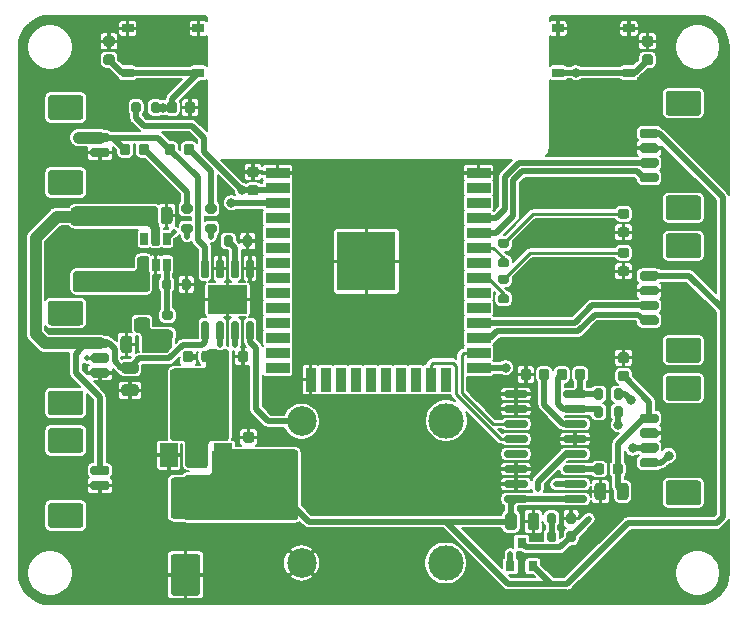
<source format=gbr>
%TF.GenerationSoftware,KiCad,Pcbnew,(5.1.12)-1*%
%TF.CreationDate,2022-08-08T01:18:10+09:00*%
%TF.ProjectId,STAC,53544143-2e6b-4696-9361-645f70636258,rev?*%
%TF.SameCoordinates,Original*%
%TF.FileFunction,Copper,L1,Top*%
%TF.FilePolarity,Positive*%
%FSLAX46Y46*%
G04 Gerber Fmt 4.6, Leading zero omitted, Abs format (unit mm)*
G04 Created by KiCad (PCBNEW (5.1.12)-1) date 2022-08-08 01:18:10*
%MOMM*%
%LPD*%
G01*
G04 APERTURE LIST*
%TA.AperFunction,SMDPad,CuDef*%
%ADD10C,0.100000*%
%TD*%
%TA.AperFunction,SMDPad,CuDef*%
%ADD11R,1.200000X0.900000*%
%TD*%
%TA.AperFunction,ComponentPad*%
%ADD12C,2.500000*%
%TD*%
%TA.AperFunction,ComponentPad*%
%ADD13C,3.000000*%
%TD*%
%TA.AperFunction,SMDPad,CuDef*%
%ADD14R,2.400000X1.500000*%
%TD*%
%TA.AperFunction,SMDPad,CuDef*%
%ADD15R,1.000000X0.750000*%
%TD*%
%TA.AperFunction,SMDPad,CuDef*%
%ADD16R,0.650000X1.060000*%
%TD*%
%TA.AperFunction,SMDPad,CuDef*%
%ADD17R,3.800000X2.000000*%
%TD*%
%TA.AperFunction,SMDPad,CuDef*%
%ADD18R,1.500000X2.000000*%
%TD*%
%TA.AperFunction,SMDPad,CuDef*%
%ADD19R,5.000000X5.000000*%
%TD*%
%TA.AperFunction,SMDPad,CuDef*%
%ADD20R,2.000000X0.900000*%
%TD*%
%TA.AperFunction,SMDPad,CuDef*%
%ADD21R,0.900000X2.000000*%
%TD*%
%TA.AperFunction,SMDPad,CuDef*%
%ADD22R,0.800000X0.900000*%
%TD*%
%TA.AperFunction,ViaPad*%
%ADD23C,0.500000*%
%TD*%
%TA.AperFunction,ViaPad*%
%ADD24C,1.000000*%
%TD*%
%TA.AperFunction,ViaPad*%
%ADD25C,0.800000*%
%TD*%
%TA.AperFunction,Conductor*%
%ADD26C,0.500000*%
%TD*%
%TA.AperFunction,Conductor*%
%ADD27C,1.000000*%
%TD*%
%TA.AperFunction,Conductor*%
%ADD28C,0.250000*%
%TD*%
%TA.AperFunction,Conductor*%
%ADD29C,0.128000*%
%TD*%
%TA.AperFunction,Conductor*%
%ADD30C,0.100000*%
%TD*%
G04 APERTURE END LIST*
%TO.P,R11,1*%
%TO.N,Net-(D5-Pad2)*%
%TA.AperFunction,SMDPad,CuDef*%
G36*
G01*
X114660000Y-63291000D02*
X115210000Y-63291000D01*
G75*
G02*
X115410000Y-63491000I0J-200000D01*
G01*
X115410000Y-63891000D01*
G75*
G02*
X115210000Y-64091000I-200000J0D01*
G01*
X114660000Y-64091000D01*
G75*
G02*
X114460000Y-63891000I0J200000D01*
G01*
X114460000Y-63491000D01*
G75*
G02*
X114660000Y-63291000I200000J0D01*
G01*
G37*
%TD.AperFunction*%
%TO.P,R11,2*%
%TO.N,Net-(R11-Pad2)*%
%TA.AperFunction,SMDPad,CuDef*%
G36*
G01*
X114660000Y-64941000D02*
X115210000Y-64941000D01*
G75*
G02*
X115410000Y-65141000I0J-200000D01*
G01*
X115410000Y-65541000D01*
G75*
G02*
X115210000Y-65741000I-200000J0D01*
G01*
X114660000Y-65741000D01*
G75*
G02*
X114460000Y-65541000I0J200000D01*
G01*
X114460000Y-65141000D01*
G75*
G02*
X114660000Y-64941000I200000J0D01*
G01*
G37*
%TD.AperFunction*%
%TD*%
%TO.P,R12,2*%
%TO.N,Net-(R12-Pad2)*%
%TA.AperFunction,SMDPad,CuDef*%
G36*
G01*
X114660000Y-67989000D02*
X115210000Y-67989000D01*
G75*
G02*
X115410000Y-68189000I0J-200000D01*
G01*
X115410000Y-68589000D01*
G75*
G02*
X115210000Y-68789000I-200000J0D01*
G01*
X114660000Y-68789000D01*
G75*
G02*
X114460000Y-68589000I0J200000D01*
G01*
X114460000Y-68189000D01*
G75*
G02*
X114660000Y-67989000I200000J0D01*
G01*
G37*
%TD.AperFunction*%
%TO.P,R12,1*%
%TO.N,Net-(D6-Pad2)*%
%TA.AperFunction,SMDPad,CuDef*%
G36*
G01*
X114660000Y-66339000D02*
X115210000Y-66339000D01*
G75*
G02*
X115410000Y-66539000I0J-200000D01*
G01*
X115410000Y-66939000D01*
G75*
G02*
X115210000Y-67139000I-200000J0D01*
G01*
X114660000Y-67139000D01*
G75*
G02*
X114460000Y-66939000I0J200000D01*
G01*
X114460000Y-66539000D01*
G75*
G02*
X114660000Y-66339000I200000J0D01*
G01*
G37*
%TD.AperFunction*%
%TD*%
%TO.P,U5,16*%
%TO.N,+5VL*%
%TA.AperFunction,SMDPad,CuDef*%
G36*
G01*
X116991000Y-85194000D02*
X116991000Y-85494000D01*
G75*
G02*
X116841000Y-85644000I-150000J0D01*
G01*
X115141000Y-85644000D01*
G75*
G02*
X114991000Y-85494000I0J150000D01*
G01*
X114991000Y-85194000D01*
G75*
G02*
X115141000Y-85044000I150000J0D01*
G01*
X116841000Y-85044000D01*
G75*
G02*
X116991000Y-85194000I0J-150000D01*
G01*
G37*
%TD.AperFunction*%
%TO.P,U5,15*%
%TO.N,GND*%
%TA.AperFunction,SMDPad,CuDef*%
G36*
G01*
X116991000Y-83924000D02*
X116991000Y-84224000D01*
G75*
G02*
X116841000Y-84374000I-150000J0D01*
G01*
X115141000Y-84374000D01*
G75*
G02*
X114991000Y-84224000I0J150000D01*
G01*
X114991000Y-83924000D01*
G75*
G02*
X115141000Y-83774000I150000J0D01*
G01*
X116841000Y-83774000D01*
G75*
G02*
X116991000Y-83924000I0J-150000D01*
G01*
G37*
%TD.AperFunction*%
%TO.P,U5,14*%
%TA.AperFunction,SMDPad,CuDef*%
G36*
G01*
X116991000Y-82654000D02*
X116991000Y-82954000D01*
G75*
G02*
X116841000Y-83104000I-150000J0D01*
G01*
X115141000Y-83104000D01*
G75*
G02*
X114991000Y-82954000I0J150000D01*
G01*
X114991000Y-82654000D01*
G75*
G02*
X115141000Y-82504000I150000J0D01*
G01*
X116841000Y-82504000D01*
G75*
G02*
X116991000Y-82654000I0J-150000D01*
G01*
G37*
%TD.AperFunction*%
%TO.P,U5,13*%
%TO.N,Net-(U5-Pad13)*%
%TA.AperFunction,SMDPad,CuDef*%
G36*
G01*
X116991000Y-81384000D02*
X116991000Y-81684000D01*
G75*
G02*
X116841000Y-81834000I-150000J0D01*
G01*
X115141000Y-81834000D01*
G75*
G02*
X114991000Y-81684000I0J150000D01*
G01*
X114991000Y-81384000D01*
G75*
G02*
X115141000Y-81234000I150000J0D01*
G01*
X116841000Y-81234000D01*
G75*
G02*
X116991000Y-81384000I0J-150000D01*
G01*
G37*
%TD.AperFunction*%
%TO.P,U5,12*%
%TO.N,/DAT*%
%TA.AperFunction,SMDPad,CuDef*%
G36*
G01*
X116991000Y-80114000D02*
X116991000Y-80414000D01*
G75*
G02*
X116841000Y-80564000I-150000J0D01*
G01*
X115141000Y-80564000D01*
G75*
G02*
X114991000Y-80414000I0J150000D01*
G01*
X114991000Y-80114000D01*
G75*
G02*
X115141000Y-79964000I150000J0D01*
G01*
X116841000Y-79964000D01*
G75*
G02*
X116991000Y-80114000I0J-150000D01*
G01*
G37*
%TD.AperFunction*%
%TO.P,U5,11*%
%TO.N,/SCK*%
%TA.AperFunction,SMDPad,CuDef*%
G36*
G01*
X116991000Y-78844000D02*
X116991000Y-79144000D01*
G75*
G02*
X116841000Y-79294000I-150000J0D01*
G01*
X115141000Y-79294000D01*
G75*
G02*
X114991000Y-79144000I0J150000D01*
G01*
X114991000Y-78844000D01*
G75*
G02*
X115141000Y-78694000I150000J0D01*
G01*
X116841000Y-78694000D01*
G75*
G02*
X116991000Y-78844000I0J-150000D01*
G01*
G37*
%TD.AperFunction*%
%TO.P,U5,10*%
%TO.N,GND*%
%TA.AperFunction,SMDPad,CuDef*%
G36*
G01*
X116991000Y-77574000D02*
X116991000Y-77874000D01*
G75*
G02*
X116841000Y-78024000I-150000J0D01*
G01*
X115141000Y-78024000D01*
G75*
G02*
X114991000Y-77874000I0J150000D01*
G01*
X114991000Y-77574000D01*
G75*
G02*
X115141000Y-77424000I150000J0D01*
G01*
X116841000Y-77424000D01*
G75*
G02*
X116991000Y-77574000I0J-150000D01*
G01*
G37*
%TD.AperFunction*%
%TO.P,U5,9*%
%TA.AperFunction,SMDPad,CuDef*%
G36*
G01*
X116991000Y-76304000D02*
X116991000Y-76604000D01*
G75*
G02*
X116841000Y-76754000I-150000J0D01*
G01*
X115141000Y-76754000D01*
G75*
G02*
X114991000Y-76604000I0J150000D01*
G01*
X114991000Y-76304000D01*
G75*
G02*
X115141000Y-76154000I150000J0D01*
G01*
X116841000Y-76154000D01*
G75*
G02*
X116991000Y-76304000I0J-150000D01*
G01*
G37*
%TD.AperFunction*%
%TO.P,U5,8*%
%TO.N,Net-(C10-Pad2)*%
%TA.AperFunction,SMDPad,CuDef*%
G36*
G01*
X121991000Y-76304000D02*
X121991000Y-76604000D01*
G75*
G02*
X121841000Y-76754000I-150000J0D01*
G01*
X120141000Y-76754000D01*
G75*
G02*
X119991000Y-76604000I0J150000D01*
G01*
X119991000Y-76304000D01*
G75*
G02*
X120141000Y-76154000I150000J0D01*
G01*
X121841000Y-76154000D01*
G75*
G02*
X121991000Y-76304000I0J-150000D01*
G01*
G37*
%TD.AperFunction*%
%TO.P,U5,7*%
%TO.N,Net-(C10-Pad1)*%
%TA.AperFunction,SMDPad,CuDef*%
G36*
G01*
X121991000Y-77574000D02*
X121991000Y-77874000D01*
G75*
G02*
X121841000Y-78024000I-150000J0D01*
G01*
X120141000Y-78024000D01*
G75*
G02*
X119991000Y-77874000I0J150000D01*
G01*
X119991000Y-77574000D01*
G75*
G02*
X120141000Y-77424000I150000J0D01*
G01*
X121841000Y-77424000D01*
G75*
G02*
X121991000Y-77574000I0J-150000D01*
G01*
G37*
%TD.AperFunction*%
%TO.P,U5,6*%
%TO.N,Net-(C9-Pad2)*%
%TA.AperFunction,SMDPad,CuDef*%
G36*
G01*
X121991000Y-78844000D02*
X121991000Y-79144000D01*
G75*
G02*
X121841000Y-79294000I-150000J0D01*
G01*
X120141000Y-79294000D01*
G75*
G02*
X119991000Y-79144000I0J150000D01*
G01*
X119991000Y-78844000D01*
G75*
G02*
X120141000Y-78694000I150000J0D01*
G01*
X121841000Y-78694000D01*
G75*
G02*
X121991000Y-78844000I0J-150000D01*
G01*
G37*
%TD.AperFunction*%
%TO.P,U5,5*%
%TO.N,GND*%
%TA.AperFunction,SMDPad,CuDef*%
G36*
G01*
X121991000Y-80114000D02*
X121991000Y-80414000D01*
G75*
G02*
X121841000Y-80564000I-150000J0D01*
G01*
X120141000Y-80564000D01*
G75*
G02*
X119991000Y-80414000I0J150000D01*
G01*
X119991000Y-80114000D01*
G75*
G02*
X120141000Y-79964000I150000J0D01*
G01*
X121841000Y-79964000D01*
G75*
G02*
X121991000Y-80114000I0J-150000D01*
G01*
G37*
%TD.AperFunction*%
%TO.P,U5,4*%
%TO.N,Net-(R10-Pad1)*%
%TA.AperFunction,SMDPad,CuDef*%
G36*
G01*
X121991000Y-81384000D02*
X121991000Y-81684000D01*
G75*
G02*
X121841000Y-81834000I-150000J0D01*
G01*
X120141000Y-81834000D01*
G75*
G02*
X119991000Y-81684000I0J150000D01*
G01*
X119991000Y-81384000D01*
G75*
G02*
X120141000Y-81234000I150000J0D01*
G01*
X121841000Y-81234000D01*
G75*
G02*
X121991000Y-81384000I0J-150000D01*
G01*
G37*
%TD.AperFunction*%
%TO.P,U5,3*%
%TO.N,Net-(L2-Pad2)*%
%TA.AperFunction,SMDPad,CuDef*%
G36*
G01*
X121991000Y-82654000D02*
X121991000Y-82954000D01*
G75*
G02*
X121841000Y-83104000I-150000J0D01*
G01*
X120141000Y-83104000D01*
G75*
G02*
X119991000Y-82954000I0J150000D01*
G01*
X119991000Y-82654000D01*
G75*
G02*
X120141000Y-82504000I150000J0D01*
G01*
X121841000Y-82504000D01*
G75*
G02*
X121991000Y-82654000I0J-150000D01*
G01*
G37*
%TD.AperFunction*%
%TO.P,U5,2*%
%TO.N,Net-(Q1-Pad1)*%
%TA.AperFunction,SMDPad,CuDef*%
G36*
G01*
X121991000Y-83924000D02*
X121991000Y-84224000D01*
G75*
G02*
X121841000Y-84374000I-150000J0D01*
G01*
X120141000Y-84374000D01*
G75*
G02*
X119991000Y-84224000I0J150000D01*
G01*
X119991000Y-83924000D01*
G75*
G02*
X120141000Y-83774000I150000J0D01*
G01*
X121841000Y-83774000D01*
G75*
G02*
X121991000Y-83924000I0J-150000D01*
G01*
G37*
%TD.AperFunction*%
%TO.P,U5,1*%
%TO.N,+5VL*%
%TA.AperFunction,SMDPad,CuDef*%
G36*
G01*
X121991000Y-85194000D02*
X121991000Y-85494000D01*
G75*
G02*
X121841000Y-85644000I-150000J0D01*
G01*
X120141000Y-85644000D01*
G75*
G02*
X119991000Y-85494000I0J150000D01*
G01*
X119991000Y-85194000D01*
G75*
G02*
X120141000Y-85044000I150000J0D01*
G01*
X121841000Y-85044000D01*
G75*
G02*
X121991000Y-85194000I0J-150000D01*
G01*
G37*
%TD.AperFunction*%
%TD*%
%TO.P,U1,8*%
%TO.N,+5V*%
%TA.AperFunction,SMDPad,CuDef*%
G36*
G01*
X93322000Y-70253000D02*
X93622000Y-70253000D01*
G75*
G02*
X93772000Y-70403000I0J-150000D01*
G01*
X93772000Y-71753000D01*
G75*
G02*
X93622000Y-71903000I-150000J0D01*
G01*
X93322000Y-71903000D01*
G75*
G02*
X93172000Y-71753000I0J150000D01*
G01*
X93172000Y-70403000D01*
G75*
G02*
X93322000Y-70253000I150000J0D01*
G01*
G37*
%TD.AperFunction*%
%TO.P,U1,7*%
%TO.N,Net-(R4-Pad2)*%
%TA.AperFunction,SMDPad,CuDef*%
G36*
G01*
X92052000Y-70253000D02*
X92352000Y-70253000D01*
G75*
G02*
X92502000Y-70403000I0J-150000D01*
G01*
X92502000Y-71753000D01*
G75*
G02*
X92352000Y-71903000I-150000J0D01*
G01*
X92052000Y-71903000D01*
G75*
G02*
X91902000Y-71753000I0J150000D01*
G01*
X91902000Y-70403000D01*
G75*
G02*
X92052000Y-70253000I150000J0D01*
G01*
G37*
%TD.AperFunction*%
%TO.P,U1,6*%
%TO.N,Net-(R5-Pad2)*%
%TA.AperFunction,SMDPad,CuDef*%
G36*
G01*
X90782000Y-70253000D02*
X91082000Y-70253000D01*
G75*
G02*
X91232000Y-70403000I0J-150000D01*
G01*
X91232000Y-71753000D01*
G75*
G02*
X91082000Y-71903000I-150000J0D01*
G01*
X90782000Y-71903000D01*
G75*
G02*
X90632000Y-71753000I0J150000D01*
G01*
X90632000Y-70403000D01*
G75*
G02*
X90782000Y-70253000I150000J0D01*
G01*
G37*
%TD.AperFunction*%
%TO.P,U1,5*%
%TO.N,/BAT*%
%TA.AperFunction,SMDPad,CuDef*%
G36*
G01*
X89512000Y-70253000D02*
X89812000Y-70253000D01*
G75*
G02*
X89962000Y-70403000I0J-150000D01*
G01*
X89962000Y-71753000D01*
G75*
G02*
X89812000Y-71903000I-150000J0D01*
G01*
X89512000Y-71903000D01*
G75*
G02*
X89362000Y-71753000I0J150000D01*
G01*
X89362000Y-70403000D01*
G75*
G02*
X89512000Y-70253000I150000J0D01*
G01*
G37*
%TD.AperFunction*%
%TO.P,U1,4*%
%TO.N,+5V*%
%TA.AperFunction,SMDPad,CuDef*%
G36*
G01*
X89512000Y-65003000D02*
X89812000Y-65003000D01*
G75*
G02*
X89962000Y-65153000I0J-150000D01*
G01*
X89962000Y-66503000D01*
G75*
G02*
X89812000Y-66653000I-150000J0D01*
G01*
X89512000Y-66653000D01*
G75*
G02*
X89362000Y-66503000I0J150000D01*
G01*
X89362000Y-65153000D01*
G75*
G02*
X89512000Y-65003000I150000J0D01*
G01*
G37*
%TD.AperFunction*%
%TO.P,U1,3*%
%TO.N,GND*%
%TA.AperFunction,SMDPad,CuDef*%
G36*
G01*
X90782000Y-65003000D02*
X91082000Y-65003000D01*
G75*
G02*
X91232000Y-65153000I0J-150000D01*
G01*
X91232000Y-66503000D01*
G75*
G02*
X91082000Y-66653000I-150000J0D01*
G01*
X90782000Y-66653000D01*
G75*
G02*
X90632000Y-66503000I0J150000D01*
G01*
X90632000Y-65153000D01*
G75*
G02*
X90782000Y-65003000I150000J0D01*
G01*
G37*
%TD.AperFunction*%
%TO.P,U1,2*%
%TO.N,Net-(R1-Pad1)*%
%TA.AperFunction,SMDPad,CuDef*%
G36*
G01*
X92052000Y-65003000D02*
X92352000Y-65003000D01*
G75*
G02*
X92502000Y-65153000I0J-150000D01*
G01*
X92502000Y-66503000D01*
G75*
G02*
X92352000Y-66653000I-150000J0D01*
G01*
X92052000Y-66653000D01*
G75*
G02*
X91902000Y-66503000I0J150000D01*
G01*
X91902000Y-65153000D01*
G75*
G02*
X92052000Y-65003000I150000J0D01*
G01*
G37*
%TD.AperFunction*%
%TO.P,U1,1*%
%TO.N,GND*%
%TA.AperFunction,SMDPad,CuDef*%
G36*
G01*
X93322000Y-65003000D02*
X93622000Y-65003000D01*
G75*
G02*
X93772000Y-65153000I0J-150000D01*
G01*
X93772000Y-66503000D01*
G75*
G02*
X93622000Y-66653000I-150000J0D01*
G01*
X93322000Y-66653000D01*
G75*
G02*
X93172000Y-66503000I0J150000D01*
G01*
X93172000Y-65153000D01*
G75*
G02*
X93322000Y-65003000I150000J0D01*
G01*
G37*
%TD.AperFunction*%
%TA.AperFunction,SMDPad,CuDef*%
D10*
%TO.P,U1,9*%
G36*
X89917000Y-67253000D02*
G01*
X93217000Y-67253000D01*
X93217000Y-69653000D01*
X89917000Y-69653000D01*
X89917000Y-67253000D01*
G37*
%TD.AperFunction*%
%TD*%
%TO.P,C1,1*%
%TO.N,/BAT*%
%TA.AperFunction,SMDPad,CuDef*%
G36*
G01*
X84021000Y-61816000D02*
X84021000Y-60866000D01*
G75*
G02*
X84271000Y-60616000I250000J0D01*
G01*
X84771000Y-60616000D01*
G75*
G02*
X85021000Y-60866000I0J-250000D01*
G01*
X85021000Y-61816000D01*
G75*
G02*
X84771000Y-62066000I-250000J0D01*
G01*
X84271000Y-62066000D01*
G75*
G02*
X84021000Y-61816000I0J250000D01*
G01*
G37*
%TD.AperFunction*%
%TO.P,C1,2*%
%TO.N,GND*%
%TA.AperFunction,SMDPad,CuDef*%
G36*
G01*
X85921000Y-61816000D02*
X85921000Y-60866000D01*
G75*
G02*
X86171000Y-60616000I250000J0D01*
G01*
X86671000Y-60616000D01*
G75*
G02*
X86921000Y-60866000I0J-250000D01*
G01*
X86921000Y-61816000D01*
G75*
G02*
X86671000Y-62066000I-250000J0D01*
G01*
X86171000Y-62066000D01*
G75*
G02*
X85921000Y-61816000I0J250000D01*
G01*
G37*
%TD.AperFunction*%
%TD*%
%TO.P,C2,1*%
%TO.N,+5VL*%
%TA.AperFunction,SMDPad,CuDef*%
G36*
G01*
X87011000Y-83519000D02*
X89011000Y-83519000D01*
G75*
G02*
X89261000Y-83769000I0J-250000D01*
G01*
X89261000Y-86769000D01*
G75*
G02*
X89011000Y-87019000I-250000J0D01*
G01*
X87011000Y-87019000D01*
G75*
G02*
X86761000Y-86769000I0J250000D01*
G01*
X86761000Y-83769000D01*
G75*
G02*
X87011000Y-83519000I250000J0D01*
G01*
G37*
%TD.AperFunction*%
%TO.P,C2,2*%
%TO.N,GND*%
%TA.AperFunction,SMDPad,CuDef*%
G36*
G01*
X87011000Y-90019000D02*
X89011000Y-90019000D01*
G75*
G02*
X89261000Y-90269000I0J-250000D01*
G01*
X89261000Y-93269000D01*
G75*
G02*
X89011000Y-93519000I-250000J0D01*
G01*
X87011000Y-93519000D01*
G75*
G02*
X86761000Y-93269000I0J250000D01*
G01*
X86761000Y-90269000D01*
G75*
G02*
X87011000Y-90019000I250000J0D01*
G01*
G37*
%TD.AperFunction*%
%TD*%
%TO.P,C3,2*%
%TO.N,GND*%
%TA.AperFunction,SMDPad,CuDef*%
G36*
G01*
X83497000Y-71788000D02*
X83497000Y-72738000D01*
G75*
G02*
X83247000Y-72988000I-250000J0D01*
G01*
X82747000Y-72988000D01*
G75*
G02*
X82497000Y-72738000I0J250000D01*
G01*
X82497000Y-71788000D01*
G75*
G02*
X82747000Y-71538000I250000J0D01*
G01*
X83247000Y-71538000D01*
G75*
G02*
X83497000Y-71788000I0J-250000D01*
G01*
G37*
%TD.AperFunction*%
%TO.P,C3,1*%
%TO.N,+5VA*%
%TA.AperFunction,SMDPad,CuDef*%
G36*
G01*
X85397000Y-71788000D02*
X85397000Y-72738000D01*
G75*
G02*
X85147000Y-72988000I-250000J0D01*
G01*
X84647000Y-72988000D01*
G75*
G02*
X84397000Y-72738000I0J250000D01*
G01*
X84397000Y-71788000D01*
G75*
G02*
X84647000Y-71538000I250000J0D01*
G01*
X85147000Y-71538000D01*
G75*
G02*
X85397000Y-71788000I0J-250000D01*
G01*
G37*
%TD.AperFunction*%
%TD*%
%TO.P,C4,1*%
%TO.N,Net-(C4-Pad1)*%
%TA.AperFunction,SMDPad,CuDef*%
G36*
G01*
X125345000Y-75380000D02*
X124845000Y-75380000D01*
G75*
G02*
X124620000Y-75155000I0J225000D01*
G01*
X124620000Y-74705000D01*
G75*
G02*
X124845000Y-74480000I225000J0D01*
G01*
X125345000Y-74480000D01*
G75*
G02*
X125570000Y-74705000I0J-225000D01*
G01*
X125570000Y-75155000D01*
G75*
G02*
X125345000Y-75380000I-225000J0D01*
G01*
G37*
%TD.AperFunction*%
%TO.P,C4,2*%
%TO.N,GND*%
%TA.AperFunction,SMDPad,CuDef*%
G36*
G01*
X125345000Y-73830000D02*
X124845000Y-73830000D01*
G75*
G02*
X124620000Y-73605000I0J225000D01*
G01*
X124620000Y-73155000D01*
G75*
G02*
X124845000Y-72930000I225000J0D01*
G01*
X125345000Y-72930000D01*
G75*
G02*
X125570000Y-73155000I0J-225000D01*
G01*
X125570000Y-73605000D01*
G75*
G02*
X125345000Y-73830000I-225000J0D01*
G01*
G37*
%TD.AperFunction*%
%TD*%
%TO.P,C5,1*%
%TO.N,+5VL*%
%TA.AperFunction,SMDPad,CuDef*%
G36*
G01*
X93595000Y-82124000D02*
X93095000Y-82124000D01*
G75*
G02*
X92870000Y-81899000I0J225000D01*
G01*
X92870000Y-81449000D01*
G75*
G02*
X93095000Y-81224000I225000J0D01*
G01*
X93595000Y-81224000D01*
G75*
G02*
X93820000Y-81449000I0J-225000D01*
G01*
X93820000Y-81899000D01*
G75*
G02*
X93595000Y-82124000I-225000J0D01*
G01*
G37*
%TD.AperFunction*%
%TO.P,C5,2*%
%TO.N,GND*%
%TA.AperFunction,SMDPad,CuDef*%
G36*
G01*
X93595000Y-80574000D02*
X93095000Y-80574000D01*
G75*
G02*
X92870000Y-80349000I0J225000D01*
G01*
X92870000Y-79899000D01*
G75*
G02*
X93095000Y-79674000I225000J0D01*
G01*
X93595000Y-79674000D01*
G75*
G02*
X93820000Y-79899000I0J-225000D01*
G01*
X93820000Y-80349000D01*
G75*
G02*
X93595000Y-80574000I-225000J0D01*
G01*
G37*
%TD.AperFunction*%
%TD*%
%TO.P,C6,2*%
%TO.N,GND*%
%TA.AperFunction,SMDPad,CuDef*%
G36*
G01*
X123629000Y-84234000D02*
X123629000Y-85184000D01*
G75*
G02*
X123379000Y-85434000I-250000J0D01*
G01*
X122879000Y-85434000D01*
G75*
G02*
X122629000Y-85184000I0J250000D01*
G01*
X122629000Y-84234000D01*
G75*
G02*
X122879000Y-83984000I250000J0D01*
G01*
X123379000Y-83984000D01*
G75*
G02*
X123629000Y-84234000I0J-250000D01*
G01*
G37*
%TD.AperFunction*%
%TO.P,C6,1*%
%TO.N,Net-(C4-Pad1)*%
%TA.AperFunction,SMDPad,CuDef*%
G36*
G01*
X125529000Y-84234000D02*
X125529000Y-85184000D01*
G75*
G02*
X125279000Y-85434000I-250000J0D01*
G01*
X124779000Y-85434000D01*
G75*
G02*
X124529000Y-85184000I0J250000D01*
G01*
X124529000Y-84234000D01*
G75*
G02*
X124779000Y-83984000I250000J0D01*
G01*
X125279000Y-83984000D01*
G75*
G02*
X125529000Y-84234000I0J-250000D01*
G01*
G37*
%TD.AperFunction*%
%TD*%
%TO.P,C7,1*%
%TO.N,/EN*%
%TA.AperFunction,SMDPad,CuDef*%
G36*
G01*
X86405000Y-52447000D02*
X86405000Y-51947000D01*
G75*
G02*
X86630000Y-51722000I225000J0D01*
G01*
X87080000Y-51722000D01*
G75*
G02*
X87305000Y-51947000I0J-225000D01*
G01*
X87305000Y-52447000D01*
G75*
G02*
X87080000Y-52672000I-225000J0D01*
G01*
X86630000Y-52672000D01*
G75*
G02*
X86405000Y-52447000I0J225000D01*
G01*
G37*
%TD.AperFunction*%
%TO.P,C7,2*%
%TO.N,GND*%
%TA.AperFunction,SMDPad,CuDef*%
G36*
G01*
X87955000Y-52447000D02*
X87955000Y-51947000D01*
G75*
G02*
X88180000Y-51722000I225000J0D01*
G01*
X88630000Y-51722000D01*
G75*
G02*
X88855000Y-51947000I0J-225000D01*
G01*
X88855000Y-52447000D01*
G75*
G02*
X88630000Y-52672000I-225000J0D01*
G01*
X88180000Y-52672000D01*
G75*
G02*
X87955000Y-52447000I0J225000D01*
G01*
G37*
%TD.AperFunction*%
%TD*%
%TO.P,C8,2*%
%TO.N,GND*%
%TA.AperFunction,SMDPad,CuDef*%
G36*
G01*
X88689000Y-73029000D02*
X88689000Y-73529000D01*
G75*
G02*
X88464000Y-73754000I-225000J0D01*
G01*
X88014000Y-73754000D01*
G75*
G02*
X87789000Y-73529000I0J225000D01*
G01*
X87789000Y-73029000D01*
G75*
G02*
X88014000Y-72804000I225000J0D01*
G01*
X88464000Y-72804000D01*
G75*
G02*
X88689000Y-73029000I0J-225000D01*
G01*
G37*
%TD.AperFunction*%
%TO.P,C8,1*%
%TO.N,+3V3*%
%TA.AperFunction,SMDPad,CuDef*%
G36*
G01*
X90239000Y-73029000D02*
X90239000Y-73529000D01*
G75*
G02*
X90014000Y-73754000I-225000J0D01*
G01*
X89564000Y-73754000D01*
G75*
G02*
X89339000Y-73529000I0J225000D01*
G01*
X89339000Y-73029000D01*
G75*
G02*
X89564000Y-72804000I225000J0D01*
G01*
X90014000Y-72804000D01*
G75*
G02*
X90239000Y-73029000I0J-225000D01*
G01*
G37*
%TD.AperFunction*%
%TD*%
%TO.P,C9,1*%
%TO.N,GND*%
%TA.AperFunction,SMDPad,CuDef*%
G36*
G01*
X116377000Y-75053000D02*
X116377000Y-74553000D01*
G75*
G02*
X116602000Y-74328000I225000J0D01*
G01*
X117052000Y-74328000D01*
G75*
G02*
X117277000Y-74553000I0J-225000D01*
G01*
X117277000Y-75053000D01*
G75*
G02*
X117052000Y-75278000I-225000J0D01*
G01*
X116602000Y-75278000D01*
G75*
G02*
X116377000Y-75053000I0J225000D01*
G01*
G37*
%TD.AperFunction*%
%TO.P,C9,2*%
%TO.N,Net-(C9-Pad2)*%
%TA.AperFunction,SMDPad,CuDef*%
G36*
G01*
X117927000Y-75053000D02*
X117927000Y-74553000D01*
G75*
G02*
X118152000Y-74328000I225000J0D01*
G01*
X118602000Y-74328000D01*
G75*
G02*
X118827000Y-74553000I0J-225000D01*
G01*
X118827000Y-75053000D01*
G75*
G02*
X118602000Y-75278000I-225000J0D01*
G01*
X118152000Y-75278000D01*
G75*
G02*
X117927000Y-75053000I0J225000D01*
G01*
G37*
%TD.AperFunction*%
%TD*%
%TO.P,C10,2*%
%TO.N,Net-(C10-Pad2)*%
%TA.AperFunction,SMDPad,CuDef*%
G36*
G01*
X120975000Y-75053000D02*
X120975000Y-74553000D01*
G75*
G02*
X121200000Y-74328000I225000J0D01*
G01*
X121650000Y-74328000D01*
G75*
G02*
X121875000Y-74553000I0J-225000D01*
G01*
X121875000Y-75053000D01*
G75*
G02*
X121650000Y-75278000I-225000J0D01*
G01*
X121200000Y-75278000D01*
G75*
G02*
X120975000Y-75053000I0J225000D01*
G01*
G37*
%TD.AperFunction*%
%TO.P,C10,1*%
%TO.N,Net-(C10-Pad1)*%
%TA.AperFunction,SMDPad,CuDef*%
G36*
G01*
X119425000Y-75053000D02*
X119425000Y-74553000D01*
G75*
G02*
X119650000Y-74328000I225000J0D01*
G01*
X120100000Y-74328000D01*
G75*
G02*
X120325000Y-74553000I0J-225000D01*
G01*
X120325000Y-75053000D01*
G75*
G02*
X120100000Y-75278000I-225000J0D01*
G01*
X119650000Y-75278000D01*
G75*
G02*
X119425000Y-75053000I0J225000D01*
G01*
G37*
%TD.AperFunction*%
%TD*%
%TO.P,C11,2*%
%TO.N,+3V3*%
%TA.AperFunction,SMDPad,CuDef*%
G36*
G01*
X93476000Y-58745000D02*
X93976000Y-58745000D01*
G75*
G02*
X94201000Y-58970000I0J-225000D01*
G01*
X94201000Y-59420000D01*
G75*
G02*
X93976000Y-59645000I-225000J0D01*
G01*
X93476000Y-59645000D01*
G75*
G02*
X93251000Y-59420000I0J225000D01*
G01*
X93251000Y-58970000D01*
G75*
G02*
X93476000Y-58745000I225000J0D01*
G01*
G37*
%TD.AperFunction*%
%TO.P,C11,1*%
%TO.N,GND*%
%TA.AperFunction,SMDPad,CuDef*%
G36*
G01*
X93476000Y-57195000D02*
X93976000Y-57195000D01*
G75*
G02*
X94201000Y-57420000I0J-225000D01*
G01*
X94201000Y-57870000D01*
G75*
G02*
X93976000Y-58095000I-225000J0D01*
G01*
X93476000Y-58095000D01*
G75*
G02*
X93251000Y-57870000I0J225000D01*
G01*
X93251000Y-57420000D01*
G75*
G02*
X93476000Y-57195000I225000J0D01*
G01*
G37*
%TD.AperFunction*%
%TD*%
%TO.P,C12,1*%
%TO.N,+5VL*%
%TA.AperFunction,SMDPad,CuDef*%
G36*
G01*
X115070000Y-87724000D02*
X115070000Y-86774000D01*
G75*
G02*
X115320000Y-86524000I250000J0D01*
G01*
X115820000Y-86524000D01*
G75*
G02*
X116070000Y-86774000I0J-250000D01*
G01*
X116070000Y-87724000D01*
G75*
G02*
X115820000Y-87974000I-250000J0D01*
G01*
X115320000Y-87974000D01*
G75*
G02*
X115070000Y-87724000I0J250000D01*
G01*
G37*
%TD.AperFunction*%
%TO.P,C12,2*%
%TO.N,GND*%
%TA.AperFunction,SMDPad,CuDef*%
G36*
G01*
X116970000Y-87724000D02*
X116970000Y-86774000D01*
G75*
G02*
X117220000Y-86524000I250000J0D01*
G01*
X117720000Y-86524000D01*
G75*
G02*
X117970000Y-86774000I0J-250000D01*
G01*
X117970000Y-87724000D01*
G75*
G02*
X117720000Y-87974000I-250000J0D01*
G01*
X117220000Y-87974000D01*
G75*
G02*
X116970000Y-87724000I0J250000D01*
G01*
G37*
%TD.AperFunction*%
%TD*%
D11*
%TO.P,D1,1*%
%TO.N,+5VA*%
X84328000Y-70484000D03*
%TO.P,D1,2*%
%TO.N,Net-(D1-Pad2)*%
X84328000Y-67184000D03*
%TD*%
%TO.P,D2,2*%
%TO.N,+5V*%
%TA.AperFunction,SMDPad,CuDef*%
G36*
G01*
X87153000Y-55496750D02*
X87153000Y-56009250D01*
G75*
G02*
X86934250Y-56228000I-218750J0D01*
G01*
X86496750Y-56228000D01*
G75*
G02*
X86278000Y-56009250I0J218750D01*
G01*
X86278000Y-55496750D01*
G75*
G02*
X86496750Y-55278000I218750J0D01*
G01*
X86934250Y-55278000D01*
G75*
G02*
X87153000Y-55496750I0J-218750D01*
G01*
G37*
%TD.AperFunction*%
%TO.P,D2,1*%
%TO.N,Net-(D2-Pad1)*%
%TA.AperFunction,SMDPad,CuDef*%
G36*
G01*
X88728000Y-55496750D02*
X88728000Y-56009250D01*
G75*
G02*
X88509250Y-56228000I-218750J0D01*
G01*
X88071750Y-56228000D01*
G75*
G02*
X87853000Y-56009250I0J218750D01*
G01*
X87853000Y-55496750D01*
G75*
G02*
X88071750Y-55278000I218750J0D01*
G01*
X88509250Y-55278000D01*
G75*
G02*
X88728000Y-55496750I0J-218750D01*
G01*
G37*
%TD.AperFunction*%
%TD*%
%TO.P,D3,2*%
%TO.N,+5V*%
%TA.AperFunction,SMDPad,CuDef*%
G36*
G01*
X83343000Y-55496750D02*
X83343000Y-56009250D01*
G75*
G02*
X83124250Y-56228000I-218750J0D01*
G01*
X82686750Y-56228000D01*
G75*
G02*
X82468000Y-56009250I0J218750D01*
G01*
X82468000Y-55496750D01*
G75*
G02*
X82686750Y-55278000I218750J0D01*
G01*
X83124250Y-55278000D01*
G75*
G02*
X83343000Y-55496750I0J-218750D01*
G01*
G37*
%TD.AperFunction*%
%TO.P,D3,1*%
%TO.N,Net-(D3-Pad1)*%
%TA.AperFunction,SMDPad,CuDef*%
G36*
G01*
X84918000Y-55496750D02*
X84918000Y-56009250D01*
G75*
G02*
X84699250Y-56228000I-218750J0D01*
G01*
X84261750Y-56228000D01*
G75*
G02*
X84043000Y-56009250I0J218750D01*
G01*
X84043000Y-55496750D01*
G75*
G02*
X84261750Y-55278000I218750J0D01*
G01*
X84699250Y-55278000D01*
G75*
G02*
X84918000Y-55496750I0J-218750D01*
G01*
G37*
%TD.AperFunction*%
%TD*%
%TO.P,D4,1*%
%TO.N,GND*%
%TA.AperFunction,SMDPad,CuDef*%
G36*
G01*
X93300000Y-73022750D02*
X93300000Y-73535250D01*
G75*
G02*
X93081250Y-73754000I-218750J0D01*
G01*
X92643750Y-73754000D01*
G75*
G02*
X92425000Y-73535250I0J218750D01*
G01*
X92425000Y-73022750D01*
G75*
G02*
X92643750Y-72804000I218750J0D01*
G01*
X93081250Y-72804000D01*
G75*
G02*
X93300000Y-73022750I0J-218750D01*
G01*
G37*
%TD.AperFunction*%
%TO.P,D4,2*%
%TO.N,+3V3*%
%TA.AperFunction,SMDPad,CuDef*%
G36*
G01*
X91725000Y-73022750D02*
X91725000Y-73535250D01*
G75*
G02*
X91506250Y-73754000I-218750J0D01*
G01*
X91068750Y-73754000D01*
G75*
G02*
X90850000Y-73535250I0J218750D01*
G01*
X90850000Y-73022750D01*
G75*
G02*
X91068750Y-72804000I218750J0D01*
G01*
X91506250Y-72804000D01*
G75*
G02*
X91725000Y-73022750I0J-218750D01*
G01*
G37*
%TD.AperFunction*%
%TD*%
%TO.P,J1,MP*%
%TO.N,N/C*%
%TA.AperFunction,SMDPad,CuDef*%
G36*
G01*
X76608999Y-57497000D02*
X79109001Y-57497000D01*
G75*
G02*
X79359000Y-57746999I0J-249999D01*
G01*
X79359000Y-59347001D01*
G75*
G02*
X79109001Y-59597000I-249999J0D01*
G01*
X76608999Y-59597000D01*
G75*
G02*
X76359000Y-59347001I0J249999D01*
G01*
X76359000Y-57746999D01*
G75*
G02*
X76608999Y-57497000I249999J0D01*
G01*
G37*
%TD.AperFunction*%
%TA.AperFunction,SMDPad,CuDef*%
G36*
G01*
X76608999Y-51147000D02*
X79109001Y-51147000D01*
G75*
G02*
X79359000Y-51396999I0J-249999D01*
G01*
X79359000Y-52997001D01*
G75*
G02*
X79109001Y-53247000I-249999J0D01*
G01*
X76608999Y-53247000D01*
G75*
G02*
X76359000Y-52997001I0J249999D01*
G01*
X76359000Y-51396999D01*
G75*
G02*
X76608999Y-51147000I249999J0D01*
G01*
G37*
%TD.AperFunction*%
%TO.P,J1,2*%
%TO.N,GND*%
%TA.AperFunction,SMDPad,CuDef*%
G36*
G01*
X80159000Y-55597000D02*
X81359000Y-55597000D01*
G75*
G02*
X81559000Y-55797000I0J-200000D01*
G01*
X81559000Y-56197000D01*
G75*
G02*
X81359000Y-56397000I-200000J0D01*
G01*
X80159000Y-56397000D01*
G75*
G02*
X79959000Y-56197000I0J200000D01*
G01*
X79959000Y-55797000D01*
G75*
G02*
X80159000Y-55597000I200000J0D01*
G01*
G37*
%TD.AperFunction*%
%TO.P,J1,1*%
%TO.N,+5V*%
%TA.AperFunction,SMDPad,CuDef*%
G36*
G01*
X80159000Y-54347000D02*
X81359000Y-54347000D01*
G75*
G02*
X81559000Y-54547000I0J-200000D01*
G01*
X81559000Y-54947000D01*
G75*
G02*
X81359000Y-55147000I-200000J0D01*
G01*
X80159000Y-55147000D01*
G75*
G02*
X79959000Y-54947000I0J200000D01*
G01*
X79959000Y-54547000D01*
G75*
G02*
X80159000Y-54347000I200000J0D01*
G01*
G37*
%TD.AperFunction*%
%TD*%
%TO.P,J2,1*%
%TO.N,/BAT*%
%TA.AperFunction,SMDPad,CuDef*%
G36*
G01*
X80159000Y-82541000D02*
X81359000Y-82541000D01*
G75*
G02*
X81559000Y-82741000I0J-200000D01*
G01*
X81559000Y-83141000D01*
G75*
G02*
X81359000Y-83341000I-200000J0D01*
G01*
X80159000Y-83341000D01*
G75*
G02*
X79959000Y-83141000I0J200000D01*
G01*
X79959000Y-82741000D01*
G75*
G02*
X80159000Y-82541000I200000J0D01*
G01*
G37*
%TD.AperFunction*%
%TO.P,J2,2*%
%TO.N,GND*%
%TA.AperFunction,SMDPad,CuDef*%
G36*
G01*
X80159000Y-83791000D02*
X81359000Y-83791000D01*
G75*
G02*
X81559000Y-83991000I0J-200000D01*
G01*
X81559000Y-84391000D01*
G75*
G02*
X81359000Y-84591000I-200000J0D01*
G01*
X80159000Y-84591000D01*
G75*
G02*
X79959000Y-84391000I0J200000D01*
G01*
X79959000Y-83991000D01*
G75*
G02*
X80159000Y-83791000I200000J0D01*
G01*
G37*
%TD.AperFunction*%
%TO.P,J2,MP*%
%TO.N,N/C*%
%TA.AperFunction,SMDPad,CuDef*%
G36*
G01*
X76608999Y-79341000D02*
X79109001Y-79341000D01*
G75*
G02*
X79359000Y-79590999I0J-249999D01*
G01*
X79359000Y-81191001D01*
G75*
G02*
X79109001Y-81441000I-249999J0D01*
G01*
X76608999Y-81441000D01*
G75*
G02*
X76359000Y-81191001I0J249999D01*
G01*
X76359000Y-79590999D01*
G75*
G02*
X76608999Y-79341000I249999J0D01*
G01*
G37*
%TD.AperFunction*%
%TA.AperFunction,SMDPad,CuDef*%
G36*
G01*
X76608999Y-85691000D02*
X79109001Y-85691000D01*
G75*
G02*
X79359000Y-85940999I0J-249999D01*
G01*
X79359000Y-87541001D01*
G75*
G02*
X79109001Y-87791000I-249999J0D01*
G01*
X76608999Y-87791000D01*
G75*
G02*
X76359000Y-87541001I0J249999D01*
G01*
X76359000Y-85940999D01*
G75*
G02*
X76608999Y-85691000I249999J0D01*
G01*
G37*
%TD.AperFunction*%
%TD*%
%TO.P,J3,MP*%
%TO.N,N/C*%
%TA.AperFunction,SMDPad,CuDef*%
G36*
G01*
X131417001Y-77016000D02*
X128916999Y-77016000D01*
G75*
G02*
X128667000Y-76766001I0J249999D01*
G01*
X128667000Y-75165999D01*
G75*
G02*
X128916999Y-74916000I249999J0D01*
G01*
X131417001Y-74916000D01*
G75*
G02*
X131667000Y-75165999I0J-249999D01*
G01*
X131667000Y-76766001D01*
G75*
G02*
X131417001Y-77016000I-249999J0D01*
G01*
G37*
%TD.AperFunction*%
%TA.AperFunction,SMDPad,CuDef*%
G36*
G01*
X131417001Y-85866000D02*
X128916999Y-85866000D01*
G75*
G02*
X128667000Y-85616001I0J249999D01*
G01*
X128667000Y-84015999D01*
G75*
G02*
X128916999Y-83766000I249999J0D01*
G01*
X131417001Y-83766000D01*
G75*
G02*
X131667000Y-84015999I0J-249999D01*
G01*
X131667000Y-85616001D01*
G75*
G02*
X131417001Y-85866000I-249999J0D01*
G01*
G37*
%TD.AperFunction*%
%TO.P,J3,4*%
%TO.N,Net-(C4-Pad1)*%
%TA.AperFunction,SMDPad,CuDef*%
G36*
G01*
X127867000Y-78916000D02*
X126667000Y-78916000D01*
G75*
G02*
X126467000Y-78716000I0J200000D01*
G01*
X126467000Y-78316000D01*
G75*
G02*
X126667000Y-78116000I200000J0D01*
G01*
X127867000Y-78116000D01*
G75*
G02*
X128067000Y-78316000I0J-200000D01*
G01*
X128067000Y-78716000D01*
G75*
G02*
X127867000Y-78916000I-200000J0D01*
G01*
G37*
%TD.AperFunction*%
%TO.P,J3,3*%
%TO.N,GND*%
%TA.AperFunction,SMDPad,CuDef*%
G36*
G01*
X127867000Y-80166000D02*
X126667000Y-80166000D01*
G75*
G02*
X126467000Y-79966000I0J200000D01*
G01*
X126467000Y-79566000D01*
G75*
G02*
X126667000Y-79366000I200000J0D01*
G01*
X127867000Y-79366000D01*
G75*
G02*
X128067000Y-79566000I0J-200000D01*
G01*
X128067000Y-79966000D01*
G75*
G02*
X127867000Y-80166000I-200000J0D01*
G01*
G37*
%TD.AperFunction*%
%TO.P,J3,2*%
%TO.N,Net-(J3-Pad2)*%
%TA.AperFunction,SMDPad,CuDef*%
G36*
G01*
X127867000Y-81416000D02*
X126667000Y-81416000D01*
G75*
G02*
X126467000Y-81216000I0J200000D01*
G01*
X126467000Y-80816000D01*
G75*
G02*
X126667000Y-80616000I200000J0D01*
G01*
X127867000Y-80616000D01*
G75*
G02*
X128067000Y-80816000I0J-200000D01*
G01*
X128067000Y-81216000D01*
G75*
G02*
X127867000Y-81416000I-200000J0D01*
G01*
G37*
%TD.AperFunction*%
%TO.P,J3,1*%
%TO.N,Net-(J3-Pad1)*%
%TA.AperFunction,SMDPad,CuDef*%
G36*
G01*
X127867000Y-82666000D02*
X126667000Y-82666000D01*
G75*
G02*
X126467000Y-82466000I0J200000D01*
G01*
X126467000Y-82066000D01*
G75*
G02*
X126667000Y-81866000I200000J0D01*
G01*
X127867000Y-81866000D01*
G75*
G02*
X128067000Y-82066000I0J-200000D01*
G01*
X128067000Y-82466000D01*
G75*
G02*
X127867000Y-82666000I-200000J0D01*
G01*
G37*
%TD.AperFunction*%
%TD*%
%TO.P,J4,1*%
%TO.N,/RX*%
%TA.AperFunction,SMDPad,CuDef*%
G36*
G01*
X127867000Y-58536000D02*
X126667000Y-58536000D01*
G75*
G02*
X126467000Y-58336000I0J200000D01*
G01*
X126467000Y-57936000D01*
G75*
G02*
X126667000Y-57736000I200000J0D01*
G01*
X127867000Y-57736000D01*
G75*
G02*
X128067000Y-57936000I0J-200000D01*
G01*
X128067000Y-58336000D01*
G75*
G02*
X127867000Y-58536000I-200000J0D01*
G01*
G37*
%TD.AperFunction*%
%TO.P,J4,2*%
%TO.N,/TX*%
%TA.AperFunction,SMDPad,CuDef*%
G36*
G01*
X127867000Y-57286000D02*
X126667000Y-57286000D01*
G75*
G02*
X126467000Y-57086000I0J200000D01*
G01*
X126467000Y-56686000D01*
G75*
G02*
X126667000Y-56486000I200000J0D01*
G01*
X127867000Y-56486000D01*
G75*
G02*
X128067000Y-56686000I0J-200000D01*
G01*
X128067000Y-57086000D01*
G75*
G02*
X127867000Y-57286000I-200000J0D01*
G01*
G37*
%TD.AperFunction*%
%TO.P,J4,3*%
%TO.N,GND*%
%TA.AperFunction,SMDPad,CuDef*%
G36*
G01*
X127867000Y-56036000D02*
X126667000Y-56036000D01*
G75*
G02*
X126467000Y-55836000I0J200000D01*
G01*
X126467000Y-55436000D01*
G75*
G02*
X126667000Y-55236000I200000J0D01*
G01*
X127867000Y-55236000D01*
G75*
G02*
X128067000Y-55436000I0J-200000D01*
G01*
X128067000Y-55836000D01*
G75*
G02*
X127867000Y-56036000I-200000J0D01*
G01*
G37*
%TD.AperFunction*%
%TO.P,J4,4*%
%TO.N,+5VL*%
%TA.AperFunction,SMDPad,CuDef*%
G36*
G01*
X127867000Y-54786000D02*
X126667000Y-54786000D01*
G75*
G02*
X126467000Y-54586000I0J200000D01*
G01*
X126467000Y-54186000D01*
G75*
G02*
X126667000Y-53986000I200000J0D01*
G01*
X127867000Y-53986000D01*
G75*
G02*
X128067000Y-54186000I0J-200000D01*
G01*
X128067000Y-54586000D01*
G75*
G02*
X127867000Y-54786000I-200000J0D01*
G01*
G37*
%TD.AperFunction*%
%TO.P,J4,MP*%
%TO.N,N/C*%
%TA.AperFunction,SMDPad,CuDef*%
G36*
G01*
X131417001Y-61736000D02*
X128916999Y-61736000D01*
G75*
G02*
X128667000Y-61486001I0J249999D01*
G01*
X128667000Y-59885999D01*
G75*
G02*
X128916999Y-59636000I249999J0D01*
G01*
X131417001Y-59636000D01*
G75*
G02*
X131667000Y-59885999I0J-249999D01*
G01*
X131667000Y-61486001D01*
G75*
G02*
X131417001Y-61736000I-249999J0D01*
G01*
G37*
%TD.AperFunction*%
%TA.AperFunction,SMDPad,CuDef*%
G36*
G01*
X131417001Y-52886000D02*
X128916999Y-52886000D01*
G75*
G02*
X128667000Y-52636001I0J249999D01*
G01*
X128667000Y-51035999D01*
G75*
G02*
X128916999Y-50786000I249999J0D01*
G01*
X131417001Y-50786000D01*
G75*
G02*
X131667000Y-51035999I0J-249999D01*
G01*
X131667000Y-52636001D01*
G75*
G02*
X131417001Y-52886000I-249999J0D01*
G01*
G37*
%TD.AperFunction*%
%TD*%
%TO.P,J5,1*%
%TO.N,/RX_COMM*%
%TA.AperFunction,SMDPad,CuDef*%
G36*
G01*
X127867000Y-70601000D02*
X126667000Y-70601000D01*
G75*
G02*
X126467000Y-70401000I0J200000D01*
G01*
X126467000Y-70001000D01*
G75*
G02*
X126667000Y-69801000I200000J0D01*
G01*
X127867000Y-69801000D01*
G75*
G02*
X128067000Y-70001000I0J-200000D01*
G01*
X128067000Y-70401000D01*
G75*
G02*
X127867000Y-70601000I-200000J0D01*
G01*
G37*
%TD.AperFunction*%
%TO.P,J5,2*%
%TO.N,/TX_COMM*%
%TA.AperFunction,SMDPad,CuDef*%
G36*
G01*
X127867000Y-69351000D02*
X126667000Y-69351000D01*
G75*
G02*
X126467000Y-69151000I0J200000D01*
G01*
X126467000Y-68751000D01*
G75*
G02*
X126667000Y-68551000I200000J0D01*
G01*
X127867000Y-68551000D01*
G75*
G02*
X128067000Y-68751000I0J-200000D01*
G01*
X128067000Y-69151000D01*
G75*
G02*
X127867000Y-69351000I-200000J0D01*
G01*
G37*
%TD.AperFunction*%
%TO.P,J5,3*%
%TO.N,GND*%
%TA.AperFunction,SMDPad,CuDef*%
G36*
G01*
X127867000Y-68101000D02*
X126667000Y-68101000D01*
G75*
G02*
X126467000Y-67901000I0J200000D01*
G01*
X126467000Y-67501000D01*
G75*
G02*
X126667000Y-67301000I200000J0D01*
G01*
X127867000Y-67301000D01*
G75*
G02*
X128067000Y-67501000I0J-200000D01*
G01*
X128067000Y-67901000D01*
G75*
G02*
X127867000Y-68101000I-200000J0D01*
G01*
G37*
%TD.AperFunction*%
%TO.P,J5,4*%
%TO.N,+5VL*%
%TA.AperFunction,SMDPad,CuDef*%
G36*
G01*
X127867000Y-66851000D02*
X126667000Y-66851000D01*
G75*
G02*
X126467000Y-66651000I0J200000D01*
G01*
X126467000Y-66251000D01*
G75*
G02*
X126667000Y-66051000I200000J0D01*
G01*
X127867000Y-66051000D01*
G75*
G02*
X128067000Y-66251000I0J-200000D01*
G01*
X128067000Y-66651000D01*
G75*
G02*
X127867000Y-66851000I-200000J0D01*
G01*
G37*
%TD.AperFunction*%
%TO.P,J5,MP*%
%TO.N,N/C*%
%TA.AperFunction,SMDPad,CuDef*%
G36*
G01*
X131417001Y-73801000D02*
X128916999Y-73801000D01*
G75*
G02*
X128667000Y-73551001I0J249999D01*
G01*
X128667000Y-71950999D01*
G75*
G02*
X128916999Y-71701000I249999J0D01*
G01*
X131417001Y-71701000D01*
G75*
G02*
X131667000Y-71950999I0J-249999D01*
G01*
X131667000Y-73551001D01*
G75*
G02*
X131417001Y-73801000I-249999J0D01*
G01*
G37*
%TD.AperFunction*%
%TA.AperFunction,SMDPad,CuDef*%
G36*
G01*
X131417001Y-64951000D02*
X128916999Y-64951000D01*
G75*
G02*
X128667000Y-64701001I0J249999D01*
G01*
X128667000Y-63100999D01*
G75*
G02*
X128916999Y-62851000I249999J0D01*
G01*
X131417001Y-62851000D01*
G75*
G02*
X131667000Y-63100999I0J-249999D01*
G01*
X131667000Y-64701001D01*
G75*
G02*
X131417001Y-64951000I-249999J0D01*
G01*
G37*
%TD.AperFunction*%
%TD*%
D12*
%TO.P,K1,2*%
%TO.N,GND*%
X97835000Y-90759000D03*
D13*
%TO.P,K1,3*%
%TO.N,+5V*%
X110035000Y-90759000D03*
%TO.P,K1,4*%
%TO.N,+5VA*%
X110085000Y-78709000D03*
D12*
%TO.P,K1,5*%
%TO.N,+5V*%
X97835000Y-78759000D03*
D13*
%TO.P,K1,1*%
%TO.N,+5VL*%
X95885000Y-84709000D03*
%TD*%
D14*
%TO.P,L1,1*%
%TO.N,/BAT*%
X79756000Y-61429000D03*
%TO.P,L1,2*%
%TO.N,Net-(D1-Pad2)*%
X79756000Y-66929000D03*
%TD*%
%TO.P,L2,1*%
%TO.N,Net-(C4-Pad1)*%
%TA.AperFunction,SMDPad,CuDef*%
G36*
G01*
X125050000Y-82547750D02*
X125050000Y-83060250D01*
G75*
G02*
X124831250Y-83279000I-218750J0D01*
G01*
X124393750Y-83279000D01*
G75*
G02*
X124175000Y-83060250I0J218750D01*
G01*
X124175000Y-82547750D01*
G75*
G02*
X124393750Y-82329000I218750J0D01*
G01*
X124831250Y-82329000D01*
G75*
G02*
X125050000Y-82547750I0J-218750D01*
G01*
G37*
%TD.AperFunction*%
%TO.P,L2,2*%
%TO.N,Net-(L2-Pad2)*%
%TA.AperFunction,SMDPad,CuDef*%
G36*
G01*
X123475000Y-82547750D02*
X123475000Y-83060250D01*
G75*
G02*
X123256250Y-83279000I-218750J0D01*
G01*
X122818750Y-83279000D01*
G75*
G02*
X122600000Y-83060250I0J218750D01*
G01*
X122600000Y-82547750D01*
G75*
G02*
X122818750Y-82329000I218750J0D01*
G01*
X123256250Y-82329000D01*
G75*
G02*
X123475000Y-82547750I0J-218750D01*
G01*
G37*
%TD.AperFunction*%
%TD*%
%TO.P,R1,2*%
%TO.N,GND*%
%TA.AperFunction,SMDPad,CuDef*%
G36*
G01*
X92881000Y-63775000D02*
X92881000Y-63225000D01*
G75*
G02*
X93081000Y-63025000I200000J0D01*
G01*
X93481000Y-63025000D01*
G75*
G02*
X93681000Y-63225000I0J-200000D01*
G01*
X93681000Y-63775000D01*
G75*
G02*
X93481000Y-63975000I-200000J0D01*
G01*
X93081000Y-63975000D01*
G75*
G02*
X92881000Y-63775000I0J200000D01*
G01*
G37*
%TD.AperFunction*%
%TO.P,R1,1*%
%TO.N,Net-(R1-Pad1)*%
%TA.AperFunction,SMDPad,CuDef*%
G36*
G01*
X91231000Y-63775000D02*
X91231000Y-63225000D01*
G75*
G02*
X91431000Y-63025000I200000J0D01*
G01*
X91831000Y-63025000D01*
G75*
G02*
X92031000Y-63225000I0J-200000D01*
G01*
X92031000Y-63775000D01*
G75*
G02*
X91831000Y-63975000I-200000J0D01*
G01*
X91431000Y-63975000D01*
G75*
G02*
X91231000Y-63775000I0J200000D01*
G01*
G37*
%TD.AperFunction*%
%TD*%
%TO.P,R2,1*%
%TO.N,+5VA*%
%TA.AperFunction,SMDPad,CuDef*%
G36*
G01*
X86762000Y-71837000D02*
X86212000Y-71837000D01*
G75*
G02*
X86012000Y-71637000I0J200000D01*
G01*
X86012000Y-71237000D01*
G75*
G02*
X86212000Y-71037000I200000J0D01*
G01*
X86762000Y-71037000D01*
G75*
G02*
X86962000Y-71237000I0J-200000D01*
G01*
X86962000Y-71637000D01*
G75*
G02*
X86762000Y-71837000I-200000J0D01*
G01*
G37*
%TD.AperFunction*%
%TO.P,R2,2*%
%TO.N,Net-(R2-Pad2)*%
%TA.AperFunction,SMDPad,CuDef*%
G36*
G01*
X86762000Y-70187000D02*
X86212000Y-70187000D01*
G75*
G02*
X86012000Y-69987000I0J200000D01*
G01*
X86012000Y-69587000D01*
G75*
G02*
X86212000Y-69387000I200000J0D01*
G01*
X86762000Y-69387000D01*
G75*
G02*
X86962000Y-69587000I0J-200000D01*
G01*
X86962000Y-69987000D01*
G75*
G02*
X86762000Y-70187000I-200000J0D01*
G01*
G37*
%TD.AperFunction*%
%TD*%
%TO.P,R3,1*%
%TO.N,Net-(R2-Pad2)*%
%TA.AperFunction,SMDPad,CuDef*%
G36*
G01*
X86024000Y-67458000D02*
X86024000Y-66908000D01*
G75*
G02*
X86224000Y-66708000I200000J0D01*
G01*
X86624000Y-66708000D01*
G75*
G02*
X86824000Y-66908000I0J-200000D01*
G01*
X86824000Y-67458000D01*
G75*
G02*
X86624000Y-67658000I-200000J0D01*
G01*
X86224000Y-67658000D01*
G75*
G02*
X86024000Y-67458000I0J200000D01*
G01*
G37*
%TD.AperFunction*%
%TO.P,R3,2*%
%TO.N,GND*%
%TA.AperFunction,SMDPad,CuDef*%
G36*
G01*
X87674000Y-67458000D02*
X87674000Y-66908000D01*
G75*
G02*
X87874000Y-66708000I200000J0D01*
G01*
X88274000Y-66708000D01*
G75*
G02*
X88474000Y-66908000I0J-200000D01*
G01*
X88474000Y-67458000D01*
G75*
G02*
X88274000Y-67658000I-200000J0D01*
G01*
X87874000Y-67658000D01*
G75*
G02*
X87674000Y-67458000I0J200000D01*
G01*
G37*
%TD.AperFunction*%
%TD*%
%TO.P,R4,1*%
%TO.N,Net-(D2-Pad1)*%
%TA.AperFunction,SMDPad,CuDef*%
G36*
G01*
X89895000Y-60370000D02*
X90445000Y-60370000D01*
G75*
G02*
X90645000Y-60570000I0J-200000D01*
G01*
X90645000Y-60970000D01*
G75*
G02*
X90445000Y-61170000I-200000J0D01*
G01*
X89895000Y-61170000D01*
G75*
G02*
X89695000Y-60970000I0J200000D01*
G01*
X89695000Y-60570000D01*
G75*
G02*
X89895000Y-60370000I200000J0D01*
G01*
G37*
%TD.AperFunction*%
%TO.P,R4,2*%
%TO.N,Net-(R4-Pad2)*%
%TA.AperFunction,SMDPad,CuDef*%
G36*
G01*
X89895000Y-62020000D02*
X90445000Y-62020000D01*
G75*
G02*
X90645000Y-62220000I0J-200000D01*
G01*
X90645000Y-62620000D01*
G75*
G02*
X90445000Y-62820000I-200000J0D01*
G01*
X89895000Y-62820000D01*
G75*
G02*
X89695000Y-62620000I0J200000D01*
G01*
X89695000Y-62220000D01*
G75*
G02*
X89895000Y-62020000I200000J0D01*
G01*
G37*
%TD.AperFunction*%
%TD*%
%TO.P,R5,2*%
%TO.N,Net-(R5-Pad2)*%
%TA.AperFunction,SMDPad,CuDef*%
G36*
G01*
X87863000Y-62020000D02*
X88413000Y-62020000D01*
G75*
G02*
X88613000Y-62220000I0J-200000D01*
G01*
X88613000Y-62620000D01*
G75*
G02*
X88413000Y-62820000I-200000J0D01*
G01*
X87863000Y-62820000D01*
G75*
G02*
X87663000Y-62620000I0J200000D01*
G01*
X87663000Y-62220000D01*
G75*
G02*
X87863000Y-62020000I200000J0D01*
G01*
G37*
%TD.AperFunction*%
%TO.P,R5,1*%
%TO.N,Net-(D3-Pad1)*%
%TA.AperFunction,SMDPad,CuDef*%
G36*
G01*
X87863000Y-60370000D02*
X88413000Y-60370000D01*
G75*
G02*
X88613000Y-60570000I0J-200000D01*
G01*
X88613000Y-60970000D01*
G75*
G02*
X88413000Y-61170000I-200000J0D01*
G01*
X87863000Y-61170000D01*
G75*
G02*
X87663000Y-60970000I0J200000D01*
G01*
X87663000Y-60570000D01*
G75*
G02*
X87863000Y-60370000I200000J0D01*
G01*
G37*
%TD.AperFunction*%
%TD*%
%TO.P,R6,1*%
%TO.N,Net-(C10-Pad1)*%
%TA.AperFunction,SMDPad,CuDef*%
G36*
G01*
X122600000Y-78253000D02*
X122600000Y-77703000D01*
G75*
G02*
X122800000Y-77503000I200000J0D01*
G01*
X123200000Y-77503000D01*
G75*
G02*
X123400000Y-77703000I0J-200000D01*
G01*
X123400000Y-78253000D01*
G75*
G02*
X123200000Y-78453000I-200000J0D01*
G01*
X122800000Y-78453000D01*
G75*
G02*
X122600000Y-78253000I0J200000D01*
G01*
G37*
%TD.AperFunction*%
%TO.P,R6,2*%
%TO.N,Net-(J3-Pad2)*%
%TA.AperFunction,SMDPad,CuDef*%
G36*
G01*
X124250000Y-78253000D02*
X124250000Y-77703000D01*
G75*
G02*
X124450000Y-77503000I200000J0D01*
G01*
X124850000Y-77503000D01*
G75*
G02*
X125050000Y-77703000I0J-200000D01*
G01*
X125050000Y-78253000D01*
G75*
G02*
X124850000Y-78453000I-200000J0D01*
G01*
X124450000Y-78453000D01*
G75*
G02*
X124250000Y-78253000I0J200000D01*
G01*
G37*
%TD.AperFunction*%
%TD*%
%TO.P,R7,1*%
%TO.N,+3V3*%
%TA.AperFunction,SMDPad,CuDef*%
G36*
G01*
X83421000Y-52472000D02*
X83421000Y-51922000D01*
G75*
G02*
X83621000Y-51722000I200000J0D01*
G01*
X84021000Y-51722000D01*
G75*
G02*
X84221000Y-51922000I0J-200000D01*
G01*
X84221000Y-52472000D01*
G75*
G02*
X84021000Y-52672000I-200000J0D01*
G01*
X83621000Y-52672000D01*
G75*
G02*
X83421000Y-52472000I0J200000D01*
G01*
G37*
%TD.AperFunction*%
%TO.P,R7,2*%
%TO.N,/EN*%
%TA.AperFunction,SMDPad,CuDef*%
G36*
G01*
X85071000Y-52472000D02*
X85071000Y-51922000D01*
G75*
G02*
X85271000Y-51722000I200000J0D01*
G01*
X85671000Y-51722000D01*
G75*
G02*
X85871000Y-51922000I0J-200000D01*
G01*
X85871000Y-52472000D01*
G75*
G02*
X85671000Y-52672000I-200000J0D01*
G01*
X85271000Y-52672000D01*
G75*
G02*
X85071000Y-52472000I0J200000D01*
G01*
G37*
%TD.AperFunction*%
%TD*%
%TO.P,R8,2*%
%TO.N,Net-(J3-Pad1)*%
%TA.AperFunction,SMDPad,CuDef*%
G36*
G01*
X124250000Y-76729000D02*
X124250000Y-76179000D01*
G75*
G02*
X124450000Y-75979000I200000J0D01*
G01*
X124850000Y-75979000D01*
G75*
G02*
X125050000Y-76179000I0J-200000D01*
G01*
X125050000Y-76729000D01*
G75*
G02*
X124850000Y-76929000I-200000J0D01*
G01*
X124450000Y-76929000D01*
G75*
G02*
X124250000Y-76729000I0J200000D01*
G01*
G37*
%TD.AperFunction*%
%TO.P,R8,1*%
%TO.N,Net-(C10-Pad2)*%
%TA.AperFunction,SMDPad,CuDef*%
G36*
G01*
X122600000Y-76729000D02*
X122600000Y-76179000D01*
G75*
G02*
X122800000Y-75979000I200000J0D01*
G01*
X123200000Y-75979000D01*
G75*
G02*
X123400000Y-76179000I0J-200000D01*
G01*
X123400000Y-76729000D01*
G75*
G02*
X123200000Y-76929000I-200000J0D01*
G01*
X122800000Y-76929000D01*
G75*
G02*
X122600000Y-76729000I0J200000D01*
G01*
G37*
%TD.AperFunction*%
%TD*%
%TO.P,R9,2*%
%TO.N,Net-(R10-Pad1)*%
%TA.AperFunction,SMDPad,CuDef*%
G36*
G01*
X119400000Y-88244000D02*
X119400000Y-88794000D01*
G75*
G02*
X119200000Y-88994000I-200000J0D01*
G01*
X118800000Y-88994000D01*
G75*
G02*
X118600000Y-88794000I0J200000D01*
G01*
X118600000Y-88244000D01*
G75*
G02*
X118800000Y-88044000I200000J0D01*
G01*
X119200000Y-88044000D01*
G75*
G02*
X119400000Y-88244000I0J-200000D01*
G01*
G37*
%TD.AperFunction*%
%TO.P,R9,1*%
%TO.N,Net-(L2-Pad2)*%
%TA.AperFunction,SMDPad,CuDef*%
G36*
G01*
X121050000Y-88244000D02*
X121050000Y-88794000D01*
G75*
G02*
X120850000Y-88994000I-200000J0D01*
G01*
X120450000Y-88994000D01*
G75*
G02*
X120250000Y-88794000I0J200000D01*
G01*
X120250000Y-88244000D01*
G75*
G02*
X120450000Y-88044000I200000J0D01*
G01*
X120850000Y-88044000D01*
G75*
G02*
X121050000Y-88244000I0J-200000D01*
G01*
G37*
%TD.AperFunction*%
%TD*%
%TO.P,R10,2*%
%TO.N,GND*%
%TA.AperFunction,SMDPad,CuDef*%
G36*
G01*
X120250000Y-87270000D02*
X120250000Y-86720000D01*
G75*
G02*
X120450000Y-86520000I200000J0D01*
G01*
X120850000Y-86520000D01*
G75*
G02*
X121050000Y-86720000I0J-200000D01*
G01*
X121050000Y-87270000D01*
G75*
G02*
X120850000Y-87470000I-200000J0D01*
G01*
X120450000Y-87470000D01*
G75*
G02*
X120250000Y-87270000I0J200000D01*
G01*
G37*
%TD.AperFunction*%
%TO.P,R10,1*%
%TO.N,Net-(R10-Pad1)*%
%TA.AperFunction,SMDPad,CuDef*%
G36*
G01*
X118600000Y-87270000D02*
X118600000Y-86720000D01*
G75*
G02*
X118800000Y-86520000I200000J0D01*
G01*
X119200000Y-86520000D01*
G75*
G02*
X119400000Y-86720000I0J-200000D01*
G01*
X119400000Y-87270000D01*
G75*
G02*
X119200000Y-87470000I-200000J0D01*
G01*
X118800000Y-87470000D01*
G75*
G02*
X118600000Y-87270000I0J200000D01*
G01*
G37*
%TD.AperFunction*%
%TD*%
D15*
%TO.P,S1,D*%
%TO.N,/EN*%
X89106000Y-49246000D03*
%TO.P,S1,C*%
X83106000Y-49246000D03*
%TO.P,S1,B*%
%TO.N,GND*%
X89106000Y-45496000D03*
%TO.P,S1,A*%
X83106000Y-45496000D03*
%TD*%
%TO.P,S2,A*%
%TO.N,GND*%
X119555000Y-45496000D03*
%TO.P,S2,B*%
X125555000Y-45496000D03*
%TO.P,S2,C*%
%TO.N,/IO0*%
X119555000Y-49246000D03*
%TO.P,S2,D*%
X125555000Y-49246000D03*
%TD*%
D16*
%TO.P,U2,1*%
%TO.N,Net-(D1-Pad2)*%
X84521000Y-65489000D03*
%TO.P,U2,2*%
%TO.N,GND*%
X85471000Y-65489000D03*
%TO.P,U2,3*%
%TO.N,Net-(R2-Pad2)*%
X86421000Y-65489000D03*
%TO.P,U2,4*%
%TO.N,Net-(J6-Pad2)*%
X86421000Y-63289000D03*
%TO.P,U2,6*%
%TO.N,N/C*%
X84521000Y-63289000D03*
%TO.P,U2,5*%
%TO.N,/BAT*%
X85471000Y-63289000D03*
%TD*%
D17*
%TO.P,U3,2*%
%TO.N,+3V3*%
X88900000Y-75336000D03*
D18*
X88900000Y-81636000D03*
%TO.P,U3,3*%
%TO.N,+5VL*%
X91200000Y-81636000D03*
%TO.P,U3,1*%
%TO.N,GND*%
X86600000Y-81636000D03*
%TD*%
D19*
%TO.P,U4,39*%
%TO.N,GND*%
X103318001Y-65228001D03*
D20*
%TO.P,U4,1*%
X95818001Y-57728001D03*
%TO.P,U4,2*%
%TO.N,+3V3*%
X95818001Y-58998001D03*
%TO.P,U4,3*%
%TO.N,/EN*%
X95818001Y-60268001D03*
%TO.P,U4,4*%
%TO.N,Net-(U4-Pad4)*%
X95818001Y-61538001D03*
%TO.P,U4,5*%
%TO.N,Net-(U4-Pad5)*%
X95818001Y-62808001D03*
%TO.P,U4,6*%
%TO.N,Net-(U4-Pad6)*%
X95818001Y-64078001D03*
%TO.P,U4,7*%
%TO.N,Net-(U4-Pad7)*%
X95818001Y-65348001D03*
%TO.P,U4,8*%
%TO.N,Net-(U4-Pad8)*%
X95818001Y-66618001D03*
%TO.P,U4,9*%
%TO.N,Net-(U4-Pad9)*%
X95818001Y-67888001D03*
%TO.P,U4,10*%
%TO.N,Net-(U4-Pad10)*%
X95818001Y-69158001D03*
%TO.P,U4,11*%
%TO.N,Net-(U4-Pad11)*%
X95818001Y-70428001D03*
%TO.P,U4,12*%
%TO.N,Net-(U4-Pad12)*%
X95818001Y-71698001D03*
%TO.P,U4,13*%
%TO.N,Net-(U4-Pad13)*%
X95818001Y-72968001D03*
%TO.P,U4,14*%
%TO.N,Net-(U4-Pad14)*%
X95818001Y-74238001D03*
D21*
%TO.P,U4,15*%
%TO.N,GND*%
X98603001Y-75238001D03*
%TO.P,U4,16*%
%TO.N,Net-(U4-Pad16)*%
X99873001Y-75238001D03*
%TO.P,U4,17*%
%TO.N,Net-(U4-Pad17)*%
X101143001Y-75238001D03*
%TO.P,U4,18*%
%TO.N,Net-(U4-Pad18)*%
X102413001Y-75238001D03*
%TO.P,U4,19*%
%TO.N,Net-(U4-Pad19)*%
X103683001Y-75238001D03*
%TO.P,U4,20*%
%TO.N,Net-(U4-Pad20)*%
X104953001Y-75238001D03*
%TO.P,U4,21*%
%TO.N,Net-(U4-Pad21)*%
X106223001Y-75238001D03*
%TO.P,U4,22*%
%TO.N,Net-(U4-Pad22)*%
X107493001Y-75238001D03*
%TO.P,U4,23*%
%TO.N,/DAT*%
X108763001Y-75238001D03*
%TO.P,U4,24*%
%TO.N,Net-(U4-Pad24)*%
X110033001Y-75238001D03*
D20*
%TO.P,U4,25*%
%TO.N,/IO0*%
X112818001Y-74238001D03*
%TO.P,U4,26*%
%TO.N,/SCK*%
X112818001Y-72968001D03*
%TO.P,U4,27*%
%TO.N,/RX_COMM*%
X112818001Y-71698001D03*
%TO.P,U4,28*%
%TO.N,/TX_COMM*%
X112818001Y-70428001D03*
%TO.P,U4,29*%
%TO.N,Net-(U4-Pad29)*%
X112818001Y-69158001D03*
%TO.P,U4,30*%
%TO.N,Net-(U4-Pad30)*%
X112818001Y-67888001D03*
%TO.P,U4,31*%
%TO.N,Net-(R12-Pad2)*%
X112818001Y-66618001D03*
%TO.P,U4,32*%
%TO.N,Net-(U4-Pad32)*%
X112818001Y-65348001D03*
%TO.P,U4,33*%
%TO.N,Net-(R11-Pad2)*%
X112818001Y-64078001D03*
%TO.P,U4,34*%
%TO.N,/RX*%
X112818001Y-62808001D03*
%TO.P,U4,35*%
%TO.N,/TX*%
X112818001Y-61538001D03*
%TO.P,U4,36*%
%TO.N,Net-(U4-Pad36)*%
X112818001Y-60268001D03*
%TO.P,U4,37*%
%TO.N,Net-(U4-Pad37)*%
X112818001Y-58998001D03*
%TO.P,U4,38*%
%TO.N,GND*%
X112818001Y-57728001D03*
%TD*%
%TO.P,J6,1*%
%TO.N,/BAT*%
%TA.AperFunction,SMDPad,CuDef*%
G36*
G01*
X80159000Y-71756000D02*
X81359000Y-71756000D01*
G75*
G02*
X81559000Y-71956000I0J-200000D01*
G01*
X81559000Y-72356000D01*
G75*
G02*
X81359000Y-72556000I-200000J0D01*
G01*
X80159000Y-72556000D01*
G75*
G02*
X79959000Y-72356000I0J200000D01*
G01*
X79959000Y-71956000D01*
G75*
G02*
X80159000Y-71756000I200000J0D01*
G01*
G37*
%TD.AperFunction*%
%TO.P,J6,2*%
%TO.N,Net-(J6-Pad2)*%
%TA.AperFunction,SMDPad,CuDef*%
G36*
G01*
X80159000Y-73006000D02*
X81359000Y-73006000D01*
G75*
G02*
X81559000Y-73206000I0J-200000D01*
G01*
X81559000Y-73606000D01*
G75*
G02*
X81359000Y-73806000I-200000J0D01*
G01*
X80159000Y-73806000D01*
G75*
G02*
X79959000Y-73606000I0J200000D01*
G01*
X79959000Y-73206000D01*
G75*
G02*
X80159000Y-73006000I200000J0D01*
G01*
G37*
%TD.AperFunction*%
%TO.P,J6,3*%
%TO.N,GND*%
%TA.AperFunction,SMDPad,CuDef*%
G36*
G01*
X80159000Y-74256000D02*
X81359000Y-74256000D01*
G75*
G02*
X81559000Y-74456000I0J-200000D01*
G01*
X81559000Y-74856000D01*
G75*
G02*
X81359000Y-75056000I-200000J0D01*
G01*
X80159000Y-75056000D01*
G75*
G02*
X79959000Y-74856000I0J200000D01*
G01*
X79959000Y-74456000D01*
G75*
G02*
X80159000Y-74256000I200000J0D01*
G01*
G37*
%TD.AperFunction*%
%TO.P,J6,MP*%
%TO.N,N/C*%
%TA.AperFunction,SMDPad,CuDef*%
G36*
G01*
X76608999Y-68556000D02*
X79109001Y-68556000D01*
G75*
G02*
X79359000Y-68805999I0J-249999D01*
G01*
X79359000Y-70406001D01*
G75*
G02*
X79109001Y-70656000I-249999J0D01*
G01*
X76608999Y-70656000D01*
G75*
G02*
X76359000Y-70406001I0J249999D01*
G01*
X76359000Y-68805999D01*
G75*
G02*
X76608999Y-68556000I249999J0D01*
G01*
G37*
%TD.AperFunction*%
%TA.AperFunction,SMDPad,CuDef*%
G36*
G01*
X76608999Y-76156000D02*
X79109001Y-76156000D01*
G75*
G02*
X79359000Y-76405999I0J-249999D01*
G01*
X79359000Y-78006001D01*
G75*
G02*
X79109001Y-78256000I-249999J0D01*
G01*
X76608999Y-78256000D01*
G75*
G02*
X76359000Y-78006001I0J249999D01*
G01*
X76359000Y-76405999D01*
G75*
G02*
X76608999Y-76156000I249999J0D01*
G01*
G37*
%TD.AperFunction*%
%TD*%
%TO.P,C13,1*%
%TO.N,/BAT*%
%TA.AperFunction,SMDPad,CuDef*%
G36*
G01*
X82837000Y-73734000D02*
X83787000Y-73734000D01*
G75*
G02*
X84037000Y-73984000I0J-250000D01*
G01*
X84037000Y-74484000D01*
G75*
G02*
X83787000Y-74734000I-250000J0D01*
G01*
X82837000Y-74734000D01*
G75*
G02*
X82587000Y-74484000I0J250000D01*
G01*
X82587000Y-73984000D01*
G75*
G02*
X82837000Y-73734000I250000J0D01*
G01*
G37*
%TD.AperFunction*%
%TO.P,C13,2*%
%TO.N,GND*%
%TA.AperFunction,SMDPad,CuDef*%
G36*
G01*
X82837000Y-75634000D02*
X83787000Y-75634000D01*
G75*
G02*
X84037000Y-75884000I0J-250000D01*
G01*
X84037000Y-76384000D01*
G75*
G02*
X83787000Y-76634000I-250000J0D01*
G01*
X82837000Y-76634000D01*
G75*
G02*
X82587000Y-76384000I0J250000D01*
G01*
X82587000Y-75884000D01*
G75*
G02*
X82837000Y-75634000I250000J0D01*
G01*
G37*
%TD.AperFunction*%
%TD*%
%TO.P,C14,2*%
%TO.N,GND*%
%TA.AperFunction,SMDPad,CuDef*%
G36*
G01*
X81784000Y-47046000D02*
X81284000Y-47046000D01*
G75*
G02*
X81059000Y-46821000I0J225000D01*
G01*
X81059000Y-46371000D01*
G75*
G02*
X81284000Y-46146000I225000J0D01*
G01*
X81784000Y-46146000D01*
G75*
G02*
X82009000Y-46371000I0J-225000D01*
G01*
X82009000Y-46821000D01*
G75*
G02*
X81784000Y-47046000I-225000J0D01*
G01*
G37*
%TD.AperFunction*%
%TO.P,C14,1*%
%TO.N,/EN*%
%TA.AperFunction,SMDPad,CuDef*%
G36*
G01*
X81784000Y-48596000D02*
X81284000Y-48596000D01*
G75*
G02*
X81059000Y-48371000I0J225000D01*
G01*
X81059000Y-47921000D01*
G75*
G02*
X81284000Y-47696000I225000J0D01*
G01*
X81784000Y-47696000D01*
G75*
G02*
X82009000Y-47921000I0J-225000D01*
G01*
X82009000Y-48371000D01*
G75*
G02*
X81784000Y-48596000I-225000J0D01*
G01*
G37*
%TD.AperFunction*%
%TD*%
%TO.P,C15,1*%
%TO.N,/IO0*%
%TA.AperFunction,SMDPad,CuDef*%
G36*
G01*
X127377000Y-48596000D02*
X126877000Y-48596000D01*
G75*
G02*
X126652000Y-48371000I0J225000D01*
G01*
X126652000Y-47921000D01*
G75*
G02*
X126877000Y-47696000I225000J0D01*
G01*
X127377000Y-47696000D01*
G75*
G02*
X127602000Y-47921000I0J-225000D01*
G01*
X127602000Y-48371000D01*
G75*
G02*
X127377000Y-48596000I-225000J0D01*
G01*
G37*
%TD.AperFunction*%
%TO.P,C15,2*%
%TO.N,GND*%
%TA.AperFunction,SMDPad,CuDef*%
G36*
G01*
X127377000Y-47046000D02*
X126877000Y-47046000D01*
G75*
G02*
X126652000Y-46821000I0J225000D01*
G01*
X126652000Y-46371000D01*
G75*
G02*
X126877000Y-46146000I225000J0D01*
G01*
X127377000Y-46146000D01*
G75*
G02*
X127602000Y-46371000I0J-225000D01*
G01*
X127602000Y-46821000D01*
G75*
G02*
X127377000Y-47046000I-225000J0D01*
G01*
G37*
%TD.AperFunction*%
%TD*%
D22*
%TO.P,Q1,1*%
%TO.N,Net-(Q1-Pad1)*%
X115509000Y-91043000D03*
%TO.P,Q1,2*%
%TO.N,+5VL*%
X117409000Y-91043000D03*
%TO.P,Q1,3*%
%TO.N,Net-(L2-Pad2)*%
X116459000Y-89043000D03*
%TD*%
%TO.P,D5,2*%
%TO.N,Net-(D5-Pad2)*%
%TA.AperFunction,SMDPad,CuDef*%
G36*
G01*
X125351250Y-61626000D02*
X124838750Y-61626000D01*
G75*
G02*
X124620000Y-61407250I0J218750D01*
G01*
X124620000Y-60969750D01*
G75*
G02*
X124838750Y-60751000I218750J0D01*
G01*
X125351250Y-60751000D01*
G75*
G02*
X125570000Y-60969750I0J-218750D01*
G01*
X125570000Y-61407250D01*
G75*
G02*
X125351250Y-61626000I-218750J0D01*
G01*
G37*
%TD.AperFunction*%
%TO.P,D5,1*%
%TO.N,GND*%
%TA.AperFunction,SMDPad,CuDef*%
G36*
G01*
X125351250Y-63201000D02*
X124838750Y-63201000D01*
G75*
G02*
X124620000Y-62982250I0J218750D01*
G01*
X124620000Y-62544750D01*
G75*
G02*
X124838750Y-62326000I218750J0D01*
G01*
X125351250Y-62326000D01*
G75*
G02*
X125570000Y-62544750I0J-218750D01*
G01*
X125570000Y-62982250D01*
G75*
G02*
X125351250Y-63201000I-218750J0D01*
G01*
G37*
%TD.AperFunction*%
%TD*%
%TO.P,D6,2*%
%TO.N,Net-(D6-Pad2)*%
%TA.AperFunction,SMDPad,CuDef*%
G36*
G01*
X125351250Y-64928000D02*
X124838750Y-64928000D01*
G75*
G02*
X124620000Y-64709250I0J218750D01*
G01*
X124620000Y-64271750D01*
G75*
G02*
X124838750Y-64053000I218750J0D01*
G01*
X125351250Y-64053000D01*
G75*
G02*
X125570000Y-64271750I0J-218750D01*
G01*
X125570000Y-64709250D01*
G75*
G02*
X125351250Y-64928000I-218750J0D01*
G01*
G37*
%TD.AperFunction*%
%TO.P,D6,1*%
%TO.N,GND*%
%TA.AperFunction,SMDPad,CuDef*%
G36*
G01*
X125351250Y-66503000D02*
X124838750Y-66503000D01*
G75*
G02*
X124620000Y-66284250I0J218750D01*
G01*
X124620000Y-65846750D01*
G75*
G02*
X124838750Y-65628000I218750J0D01*
G01*
X125351250Y-65628000D01*
G75*
G02*
X125570000Y-65846750I0J-218750D01*
G01*
X125570000Y-66284250D01*
G75*
G02*
X125351250Y-66503000I-218750J0D01*
G01*
G37*
%TD.AperFunction*%
%TD*%
D23*
%TO.N,GND*%
X90678000Y-69342000D03*
X91567000Y-69342000D03*
X92456000Y-69342000D03*
X92456000Y-67564000D03*
X90678000Y-67564000D03*
X91567000Y-67564000D03*
X90678000Y-68453000D03*
X92456000Y-68453000D03*
X91567000Y-68453000D03*
X126873000Y-93980000D03*
X103378000Y-69723000D03*
X88265000Y-54483000D03*
X88773000Y-73279000D03*
D24*
%TO.N,+5VA*%
X86106000Y-72390000D03*
D25*
%TO.N,/EN*%
X91877999Y-60268001D03*
X86106000Y-52197000D03*
%TO.N,+3V3*%
X91186000Y-75057000D03*
X92793375Y-59195000D03*
D24*
%TO.N,+5V*%
X79004000Y-54747000D03*
D25*
%TO.N,Net-(J3-Pad2)*%
X124650000Y-79057000D03*
X125857000Y-81026000D03*
%TO.N,Net-(J3-Pad1)*%
X125730000Y-76962000D03*
X128905000Y-81661000D03*
D23*
%TO.N,Net-(L2-Pad2)*%
X122174000Y-82804000D03*
X122174000Y-86995000D03*
%TO.N,Net-(Q1-Pad1)*%
X115509000Y-89982000D03*
X119380000Y-84074000D03*
%TO.N,Net-(R4-Pad2)*%
X92202000Y-72263000D03*
X90170000Y-63119000D03*
%TO.N,Net-(R5-Pad2)*%
X90932000Y-72263000D03*
X88138000Y-63119000D03*
%TO.N,Net-(R10-Pad1)*%
X117856000Y-84455000D03*
X118999000Y-87757000D03*
D25*
%TO.N,/IO0*%
X121061000Y-49246000D03*
X115125500Y-74231500D03*
D23*
%TO.N,Net-(J6-Pad2)*%
X86995000Y-62738000D03*
X79629000Y-73406000D03*
%TD*%
D26*
%TO.N,/BAT*%
X80759000Y-82941000D02*
X80759000Y-76695000D01*
X80759000Y-76695000D02*
X78740000Y-74676000D01*
X78740000Y-74676000D02*
X78740000Y-73025000D01*
X79609000Y-72156000D02*
X80759000Y-72156000D01*
X78740000Y-73025000D02*
X79609000Y-72156000D01*
D27*
X79756000Y-61429000D02*
X77128000Y-61429000D01*
X77128000Y-61429000D02*
X75311000Y-63246000D01*
X80759000Y-72156000D02*
X76093000Y-72156000D01*
X75311000Y-71374000D02*
X75311000Y-63246000D01*
X76093000Y-72156000D02*
X75311000Y-71374000D01*
D26*
X81559000Y-72156000D02*
X80759000Y-72156000D01*
X82009010Y-72606010D02*
X81559000Y-72156000D01*
X82009010Y-73656010D02*
X82009010Y-72606010D01*
X82587000Y-74234000D02*
X82009010Y-73656010D01*
X83312000Y-74234000D02*
X82587000Y-74234000D01*
X84102990Y-73443010D02*
X86645380Y-73443010D01*
X83312000Y-74234000D02*
X84102990Y-73443010D01*
X89662000Y-70928000D02*
X89662000Y-72009000D01*
X89373805Y-72297195D02*
X87791195Y-72297195D01*
X89662000Y-72009000D02*
X89373805Y-72297195D01*
X86645380Y-73443010D02*
X87791195Y-72297195D01*
%TO.N,+5VL*%
X128067000Y-54386000D02*
X133477000Y-59796000D01*
X127267000Y-54386000D02*
X128067000Y-54386000D01*
X133477000Y-69271034D02*
X133477000Y-71755000D01*
X127267000Y-66451000D02*
X130656966Y-66451000D01*
X130656966Y-66451000D02*
X133477000Y-69271034D01*
X133477000Y-59796000D02*
X133477000Y-71755000D01*
X98425000Y-87249000D02*
X95885000Y-84709000D01*
X120332500Y-92519500D02*
X116903500Y-92519500D01*
X125476000Y-87376000D02*
X120332500Y-92519500D01*
X132969000Y-87376000D02*
X125476000Y-87376000D01*
X133477000Y-86868000D02*
X132969000Y-87376000D01*
X133477000Y-71755000D02*
X133477000Y-86868000D01*
X110054998Y-87249000D02*
X107315000Y-87249000D01*
X115325498Y-92519500D02*
X110054998Y-87249000D01*
X107315000Y-87249000D02*
X98425000Y-87249000D01*
X115570000Y-87249000D02*
X107315000Y-87249000D01*
X117459000Y-91043000D02*
X118935500Y-92519500D01*
X117409000Y-91043000D02*
X117459000Y-91043000D01*
X118935500Y-92519500D02*
X115325498Y-92519500D01*
X120332500Y-92519500D02*
X118935500Y-92519500D01*
X115570000Y-85765000D02*
X115991000Y-85344000D01*
X115570000Y-87249000D02*
X115570000Y-85765000D01*
X120991000Y-85344000D02*
X115991000Y-85344000D01*
%TO.N,Net-(C4-Pad1)*%
X124612500Y-84292500D02*
X125029000Y-84709000D01*
X124612500Y-82804000D02*
X124612500Y-84292500D01*
X127267000Y-77102000D02*
X127267000Y-78516000D01*
X125095000Y-74930000D02*
X127267000Y-77102000D01*
X126797746Y-78516000D02*
X127267000Y-78516000D01*
X124612500Y-80701246D02*
X126797746Y-78516000D01*
X124612500Y-82804000D02*
X124612500Y-80701246D01*
%TO.N,/EN*%
X85471000Y-52197000D02*
X86106000Y-52197000D01*
X86855000Y-51497000D02*
X89106000Y-49246000D01*
X86855000Y-52197000D02*
X86855000Y-51497000D01*
X89106000Y-49246000D02*
X83106000Y-49246000D01*
X95818001Y-60268001D02*
X91877999Y-60268001D01*
X86106000Y-52197000D02*
X86855000Y-52197000D01*
X82634000Y-49246000D02*
X81534000Y-48146000D01*
X83106000Y-49246000D02*
X82634000Y-49246000D01*
%TO.N,+3V3*%
X95621002Y-59195000D02*
X95818001Y-58998001D01*
X93726000Y-59195000D02*
X95621002Y-59195000D01*
X92793375Y-59195000D02*
X89535000Y-55936625D01*
X93726000Y-59195000D02*
X92793375Y-59195000D01*
X89535000Y-55936625D02*
X89535000Y-54737000D01*
X89535000Y-54737000D02*
X88519000Y-53721000D01*
X88519000Y-53721000D02*
X84455000Y-53721000D01*
X83821000Y-53087000D02*
X83821000Y-52197000D01*
X84455000Y-53721000D02*
X83821000Y-53087000D01*
%TO.N,Net-(C9-Pad2)*%
X120471038Y-78994000D02*
X121066000Y-78994000D01*
X118377000Y-74803000D02*
X118377000Y-76899962D01*
X119991000Y-78994000D02*
X118377000Y-77380000D01*
X118377000Y-77380000D02*
X118377000Y-76899962D01*
X120991000Y-78994000D02*
X119991000Y-78994000D01*
%TO.N,Net-(C10-Pad2)*%
X123000000Y-76454000D02*
X120991000Y-76454000D01*
X121425000Y-76020000D02*
X120991000Y-76454000D01*
X121425000Y-74803000D02*
X121425000Y-76020000D01*
%TO.N,Net-(C10-Pad1)*%
X119875000Y-74803000D02*
X119740990Y-74937010D01*
X119540990Y-75137010D02*
X119875000Y-74803000D01*
X119540990Y-77273990D02*
X119540990Y-75137010D01*
X119991000Y-77724000D02*
X119540990Y-77273990D01*
X120991000Y-77724000D02*
X119991000Y-77724000D01*
X122746000Y-77724000D02*
X123000000Y-77978000D01*
X120991000Y-77724000D02*
X122746000Y-77724000D01*
%TO.N,Net-(D2-Pad1)*%
X90170000Y-57561588D02*
X90170000Y-60770000D01*
X88361412Y-55753000D02*
X90170000Y-57561588D01*
X88290500Y-55753000D02*
X88361412Y-55753000D01*
%TO.N,+5V*%
X93472000Y-70928000D02*
X93472000Y-72009000D01*
X93472000Y-72009000D02*
X93980000Y-72517000D01*
X93980000Y-72517000D02*
X93980000Y-77724000D01*
X95015000Y-78759000D02*
X97835000Y-78759000D01*
X93980000Y-77724000D02*
X95015000Y-78759000D01*
D27*
X80759000Y-54747000D02*
X79004000Y-54747000D01*
D26*
X81899500Y-54747000D02*
X82905500Y-55753000D01*
X80759000Y-54747000D02*
X81899500Y-54747000D01*
X89063010Y-58100510D02*
X86715500Y-55753000D01*
X89063010Y-63409010D02*
X89063010Y-58100510D01*
X89662000Y-64008000D02*
X89063010Y-63409010D01*
X85790490Y-54827990D02*
X86715500Y-55753000D01*
X85709500Y-54747000D02*
X85790490Y-54827990D01*
X81899500Y-54747000D02*
X85709500Y-54747000D01*
D27*
X79004000Y-54747000D02*
X78994000Y-54737000D01*
D26*
X89662000Y-65828000D02*
X89662000Y-64008000D01*
%TO.N,Net-(D3-Pad1)*%
X84480500Y-55753000D02*
X84582000Y-55753000D01*
X88138000Y-59309000D02*
X88138000Y-60770000D01*
X84582000Y-55753000D02*
X88138000Y-59309000D01*
%TO.N,Net-(J3-Pad2)*%
X124650000Y-77978000D02*
X124650000Y-79057000D01*
X125867000Y-81016000D02*
X125857000Y-81026000D01*
X127267000Y-81016000D02*
X125867000Y-81016000D01*
%TO.N,Net-(J3-Pad1)*%
X124650000Y-76454000D02*
X125222000Y-76454000D01*
X125222000Y-76454000D02*
X125730000Y-76962000D01*
X128300000Y-82266000D02*
X128905000Y-81661000D01*
X127267000Y-82266000D02*
X128300000Y-82266000D01*
%TO.N,/TX*%
X114318001Y-61538001D02*
X115062000Y-60794002D01*
X112818001Y-61538001D02*
X114318001Y-61538001D01*
X115062000Y-60794002D02*
X115062000Y-58039000D01*
X116215000Y-56886000D02*
X127267000Y-56886000D01*
X115062000Y-58039000D02*
X116215000Y-56886000D01*
%TO.N,/RX*%
X114318001Y-62808001D02*
X115762010Y-61363992D01*
X112818001Y-62808001D02*
X114318001Y-62808001D01*
X115762010Y-61363992D02*
X115762010Y-58328952D01*
X115762010Y-58328952D02*
X116504952Y-57586010D01*
X126797746Y-58136000D02*
X127267000Y-58136000D01*
X126247756Y-57586010D02*
X126797746Y-58136000D01*
X116504952Y-57586010D02*
X126247756Y-57586010D01*
%TO.N,/RX_COMM*%
X126797746Y-70201000D02*
X127267000Y-70201000D01*
X121250952Y-71128011D02*
X122655962Y-69723000D01*
X114377993Y-71128011D02*
X121250952Y-71128011D01*
X126319746Y-69723000D02*
X126797746Y-70201000D01*
X113808003Y-71698001D02*
X114377993Y-71128011D01*
X122655962Y-69723000D02*
X126319746Y-69723000D01*
X112818001Y-71698001D02*
X113808003Y-71698001D01*
%TO.N,/TX_COMM*%
X112818001Y-70428001D02*
X120960999Y-70428001D01*
X122438000Y-68951000D02*
X127267000Y-68951000D01*
X120960999Y-70428001D02*
X122438000Y-68951000D01*
%TO.N,Net-(L2-Pad2)*%
X122174000Y-82804000D02*
X123037500Y-82804000D01*
X119724990Y-89444010D02*
X120650000Y-88519000D01*
X116860010Y-89444010D02*
X119724990Y-89444010D01*
X116459000Y-89043000D02*
X116860010Y-89444010D01*
X120650000Y-88519000D02*
X122174000Y-86995000D01*
X120991000Y-82804000D02*
X122174000Y-82804000D01*
%TO.N,Net-(Q1-Pad1)*%
X115509000Y-91043000D02*
X115509000Y-89982000D01*
X119380000Y-84074000D02*
X120991000Y-84074000D01*
%TO.N,Net-(R1-Pad1)*%
X92202000Y-64071000D02*
X91631000Y-63500000D01*
X92202000Y-65828000D02*
X92202000Y-64071000D01*
%TO.N,Net-(R2-Pad2)*%
X86421000Y-67180000D02*
X86424000Y-67183000D01*
X86421000Y-65489000D02*
X86421000Y-67180000D01*
X86424000Y-69724000D02*
X86487000Y-69787000D01*
X86424000Y-67183000D02*
X86424000Y-69724000D01*
%TO.N,Net-(R4-Pad2)*%
X92202000Y-71078000D02*
X92202000Y-72263000D01*
X90170000Y-62420000D02*
X90170000Y-63119000D01*
%TO.N,Net-(R5-Pad2)*%
X90932000Y-71078000D02*
X90932000Y-72263000D01*
X88138000Y-62420000D02*
X88138000Y-63119000D01*
%TO.N,Net-(R10-Pad1)*%
X119000000Y-86995000D02*
X119000000Y-88519000D01*
X120191000Y-81534000D02*
X117856000Y-83869000D01*
X121066000Y-81534000D02*
X120191000Y-81534000D01*
X117856000Y-83869000D02*
X117856000Y-84455000D01*
%TO.N,/IO0*%
X119555000Y-49246000D02*
X120553000Y-49246000D01*
X120553000Y-49246000D02*
X121061000Y-49246000D01*
X121061000Y-49246000D02*
X125555000Y-49246000D01*
X115118999Y-74238001D02*
X115125500Y-74231500D01*
X112818001Y-74238001D02*
X115118999Y-74238001D01*
X126027000Y-49246000D02*
X127127000Y-48146000D01*
X125555000Y-49246000D02*
X126027000Y-49246000D01*
D28*
%TO.N,/DAT*%
X114681000Y-80264000D02*
X115991000Y-80264000D01*
X110871000Y-76454000D02*
X114681000Y-80264000D01*
X110871000Y-74040998D02*
X110871000Y-76454000D01*
X110617002Y-73787000D02*
X110871000Y-74040998D01*
X108964002Y-73787000D02*
X110617002Y-73787000D01*
X108763001Y-73988001D02*
X108964002Y-73787000D01*
X108763001Y-75238001D02*
X108763001Y-73988001D01*
%TO.N,/SCK*%
X111568001Y-72968001D02*
X111379000Y-73157002D01*
X112818001Y-72968001D02*
X111568001Y-72968001D01*
X111379000Y-73157002D02*
X111379000Y-76325590D01*
X114047410Y-78994000D02*
X115991000Y-78994000D01*
X111379000Y-76325590D02*
X114047410Y-78994000D01*
%TO.N,Net-(J6-Pad2)*%
X80759000Y-73406000D02*
X79629000Y-73406000D01*
X86444000Y-63289000D02*
X86995000Y-62738000D01*
X86421000Y-63289000D02*
X86444000Y-63289000D01*
%TO.N,Net-(D5-Pad2)*%
X117437500Y-61188500D02*
X114935000Y-63691000D01*
X125095000Y-61188500D02*
X117437500Y-61188500D01*
%TO.N,Net-(D6-Pad2)*%
X125095000Y-64490500D02*
X117183500Y-64490500D01*
X117183500Y-64490500D02*
X114935000Y-66739000D01*
%TO.N,Net-(R12-Pad2)*%
X114935000Y-67956478D02*
X114935000Y-68389000D01*
X113596523Y-66618001D02*
X114935000Y-67956478D01*
X112818001Y-66618001D02*
X113596523Y-66618001D01*
%TO.N,Net-(R11-Pad2)*%
X114935000Y-64945000D02*
X114935000Y-65341000D01*
X114068001Y-64078001D02*
X114935000Y-64945000D01*
X112818001Y-64078001D02*
X114068001Y-64078001D01*
%TD*%
D29*
%TO.N,Net-(D1-Pad2)*%
X84752832Y-64853122D02*
X84828990Y-64904010D01*
X84831507Y-64907777D01*
X84826462Y-64959000D01*
X84826462Y-66019000D01*
X84832602Y-66081339D01*
X84850785Y-66141282D01*
X84880314Y-66196526D01*
X84899000Y-66219294D01*
X84899000Y-67511698D01*
X84879878Y-67607832D01*
X84828990Y-67683990D01*
X84752832Y-67734878D01*
X84656698Y-67754000D01*
X78792302Y-67754000D01*
X78696168Y-67734878D01*
X78620010Y-67683990D01*
X78569122Y-67607832D01*
X78550000Y-67511698D01*
X78550000Y-66346302D01*
X78569122Y-66250168D01*
X78620010Y-66174010D01*
X78696168Y-66123122D01*
X78792302Y-66104000D01*
X83647000Y-66104000D01*
X83659486Y-66102770D01*
X83774291Y-66079934D01*
X83786297Y-66076292D01*
X83797362Y-66070378D01*
X83894689Y-66005346D01*
X83904387Y-65997387D01*
X83912346Y-65987689D01*
X83977378Y-65890362D01*
X83983292Y-65879297D01*
X83986934Y-65867291D01*
X84009770Y-65752486D01*
X84011000Y-65740000D01*
X84011000Y-65076302D01*
X84030122Y-64980168D01*
X84081010Y-64904010D01*
X84157168Y-64853122D01*
X84253302Y-64834000D01*
X84656698Y-64834000D01*
X84752832Y-64853122D01*
%TA.AperFunction,Conductor*%
D30*
G36*
X84752832Y-64853122D02*
G01*
X84828990Y-64904010D01*
X84831507Y-64907777D01*
X84826462Y-64959000D01*
X84826462Y-66019000D01*
X84832602Y-66081339D01*
X84850785Y-66141282D01*
X84880314Y-66196526D01*
X84899000Y-66219294D01*
X84899000Y-67511698D01*
X84879878Y-67607832D01*
X84828990Y-67683990D01*
X84752832Y-67734878D01*
X84656698Y-67754000D01*
X78792302Y-67754000D01*
X78696168Y-67734878D01*
X78620010Y-67683990D01*
X78569122Y-67607832D01*
X78550000Y-67511698D01*
X78550000Y-66346302D01*
X78569122Y-66250168D01*
X78620010Y-66174010D01*
X78696168Y-66123122D01*
X78792302Y-66104000D01*
X83647000Y-66104000D01*
X83659486Y-66102770D01*
X83774291Y-66079934D01*
X83786297Y-66076292D01*
X83797362Y-66070378D01*
X83894689Y-66005346D01*
X83904387Y-65997387D01*
X83912346Y-65987689D01*
X83977378Y-65890362D01*
X83983292Y-65879297D01*
X83986934Y-65867291D01*
X84009770Y-65752486D01*
X84011000Y-65740000D01*
X84011000Y-65076302D01*
X84030122Y-64980168D01*
X84081010Y-64904010D01*
X84157168Y-64853122D01*
X84253302Y-64834000D01*
X84656698Y-64834000D01*
X84752832Y-64853122D01*
G37*
%TD.AperFunction*%
%TD*%
D29*
%TO.N,+5VA*%
X84752832Y-70060122D02*
X84828990Y-70111010D01*
X84879878Y-70187168D01*
X84899000Y-70283302D01*
X84899000Y-70693000D01*
X84900230Y-70705486D01*
X84923066Y-70820291D01*
X84926708Y-70832297D01*
X84932622Y-70843362D01*
X84997654Y-70940689D01*
X85005613Y-70950387D01*
X85015311Y-70958346D01*
X85112638Y-71023378D01*
X85123703Y-71029292D01*
X85135709Y-71032934D01*
X85250514Y-71055770D01*
X85263000Y-71057000D01*
X86561698Y-71057000D01*
X86657832Y-71076122D01*
X86733990Y-71127010D01*
X86784878Y-71203168D01*
X86804000Y-71299302D01*
X86804000Y-72481118D01*
X86410108Y-72875010D01*
X84451332Y-72875010D01*
X84411122Y-72814832D01*
X84392000Y-72718698D01*
X84392000Y-71547000D01*
X84390770Y-71534514D01*
X84367934Y-71419709D01*
X84364292Y-71407703D01*
X84358378Y-71396638D01*
X84293346Y-71299311D01*
X84285387Y-71289613D01*
X84275689Y-71281654D01*
X84178362Y-71216622D01*
X84167297Y-71210708D01*
X84155291Y-71207066D01*
X84040486Y-71184230D01*
X84028000Y-71183000D01*
X83999302Y-71183000D01*
X83903168Y-71163878D01*
X83827010Y-71112990D01*
X83776122Y-71036832D01*
X83757000Y-70940698D01*
X83757000Y-70283302D01*
X83776122Y-70187168D01*
X83827010Y-70111010D01*
X83903168Y-70060122D01*
X83999302Y-70041000D01*
X84656698Y-70041000D01*
X84752832Y-70060122D01*
%TA.AperFunction,Conductor*%
D30*
G36*
X84752832Y-70060122D02*
G01*
X84828990Y-70111010D01*
X84879878Y-70187168D01*
X84899000Y-70283302D01*
X84899000Y-70693000D01*
X84900230Y-70705486D01*
X84923066Y-70820291D01*
X84926708Y-70832297D01*
X84932622Y-70843362D01*
X84997654Y-70940689D01*
X85005613Y-70950387D01*
X85015311Y-70958346D01*
X85112638Y-71023378D01*
X85123703Y-71029292D01*
X85135709Y-71032934D01*
X85250514Y-71055770D01*
X85263000Y-71057000D01*
X86561698Y-71057000D01*
X86657832Y-71076122D01*
X86733990Y-71127010D01*
X86784878Y-71203168D01*
X86804000Y-71299302D01*
X86804000Y-72481118D01*
X86410108Y-72875010D01*
X84451332Y-72875010D01*
X84411122Y-72814832D01*
X84392000Y-72718698D01*
X84392000Y-71547000D01*
X84390770Y-71534514D01*
X84367934Y-71419709D01*
X84364292Y-71407703D01*
X84358378Y-71396638D01*
X84293346Y-71299311D01*
X84285387Y-71289613D01*
X84275689Y-71281654D01*
X84178362Y-71216622D01*
X84167297Y-71210708D01*
X84155291Y-71207066D01*
X84040486Y-71184230D01*
X84028000Y-71183000D01*
X83999302Y-71183000D01*
X83903168Y-71163878D01*
X83827010Y-71112990D01*
X83776122Y-71036832D01*
X83757000Y-70940698D01*
X83757000Y-70283302D01*
X83776122Y-70187168D01*
X83827010Y-70111010D01*
X83903168Y-70060122D01*
X83999302Y-70041000D01*
X84656698Y-70041000D01*
X84752832Y-70060122D01*
G37*
%TD.AperFunction*%
%TD*%
D29*
%TO.N,/BAT*%
X85514832Y-60662122D02*
X85590990Y-60713010D01*
X85614456Y-60748129D01*
X85612406Y-60754889D01*
X85601462Y-60866000D01*
X85601462Y-61816000D01*
X85612406Y-61927111D01*
X85644815Y-62033953D01*
X85661000Y-62064233D01*
X85661000Y-62140197D01*
X85662230Y-62152683D01*
X85678733Y-62235650D01*
X85682375Y-62247656D01*
X85688289Y-62258720D01*
X85775210Y-62388807D01*
X85788000Y-62453105D01*
X85788000Y-62678866D01*
X85782602Y-62696661D01*
X85776462Y-62759000D01*
X85776462Y-63632704D01*
X85768878Y-63670832D01*
X85717990Y-63746990D01*
X85641832Y-63797878D01*
X85545698Y-63817000D01*
X85396302Y-63817000D01*
X85300168Y-63797878D01*
X85224010Y-63746990D01*
X85173122Y-63670832D01*
X85165538Y-63632704D01*
X85165538Y-62759000D01*
X85159398Y-62696661D01*
X85154000Y-62678866D01*
X85154000Y-62530000D01*
X85152770Y-62517514D01*
X85129934Y-62402709D01*
X85126292Y-62390703D01*
X85120378Y-62379638D01*
X85055346Y-62282311D01*
X85047387Y-62272613D01*
X85037689Y-62264654D01*
X84940362Y-62199622D01*
X84929297Y-62193708D01*
X84917291Y-62190066D01*
X84802486Y-62167230D01*
X84790000Y-62166000D01*
X78665302Y-62166000D01*
X78569168Y-62146878D01*
X78493010Y-62095990D01*
X78442122Y-62019832D01*
X78423000Y-61923698D01*
X78423000Y-60885302D01*
X78442122Y-60789168D01*
X78493010Y-60713010D01*
X78569168Y-60662122D01*
X78665302Y-60643000D01*
X85418698Y-60643000D01*
X85514832Y-60662122D01*
%TA.AperFunction,Conductor*%
D30*
G36*
X85514832Y-60662122D02*
G01*
X85590990Y-60713010D01*
X85614456Y-60748129D01*
X85612406Y-60754889D01*
X85601462Y-60866000D01*
X85601462Y-61816000D01*
X85612406Y-61927111D01*
X85644815Y-62033953D01*
X85661000Y-62064233D01*
X85661000Y-62140197D01*
X85662230Y-62152683D01*
X85678733Y-62235650D01*
X85682375Y-62247656D01*
X85688289Y-62258720D01*
X85775210Y-62388807D01*
X85788000Y-62453105D01*
X85788000Y-62678866D01*
X85782602Y-62696661D01*
X85776462Y-62759000D01*
X85776462Y-63632704D01*
X85768878Y-63670832D01*
X85717990Y-63746990D01*
X85641832Y-63797878D01*
X85545698Y-63817000D01*
X85396302Y-63817000D01*
X85300168Y-63797878D01*
X85224010Y-63746990D01*
X85173122Y-63670832D01*
X85165538Y-63632704D01*
X85165538Y-62759000D01*
X85159398Y-62696661D01*
X85154000Y-62678866D01*
X85154000Y-62530000D01*
X85152770Y-62517514D01*
X85129934Y-62402709D01*
X85126292Y-62390703D01*
X85120378Y-62379638D01*
X85055346Y-62282311D01*
X85047387Y-62272613D01*
X85037689Y-62264654D01*
X84940362Y-62199622D01*
X84929297Y-62193708D01*
X84917291Y-62190066D01*
X84802486Y-62167230D01*
X84790000Y-62166000D01*
X78665302Y-62166000D01*
X78569168Y-62146878D01*
X78493010Y-62095990D01*
X78442122Y-62019832D01*
X78423000Y-61923698D01*
X78423000Y-60885302D01*
X78442122Y-60789168D01*
X78493010Y-60713010D01*
X78569168Y-60662122D01*
X78665302Y-60643000D01*
X85418698Y-60643000D01*
X85514832Y-60662122D01*
G37*
%TD.AperFunction*%
%TD*%
D29*
%TO.N,+5VL*%
X97325832Y-81236122D02*
X97401990Y-81287010D01*
X97452878Y-81363168D01*
X97472000Y-81459302D01*
X97472000Y-86815698D01*
X97452878Y-86911832D01*
X97401990Y-86987990D01*
X97325832Y-87038878D01*
X97229698Y-87058000D01*
X88190302Y-87058000D01*
X88094168Y-87038878D01*
X88018010Y-86987990D01*
X87967122Y-86911832D01*
X87948000Y-86815698D01*
X87948000Y-83618302D01*
X87967122Y-83522168D01*
X88018010Y-83446010D01*
X88094168Y-83395122D01*
X88190302Y-83376000D01*
X89997000Y-83376000D01*
X90009486Y-83374770D01*
X90124291Y-83351934D01*
X90136297Y-83348292D01*
X90147362Y-83342378D01*
X90244689Y-83277346D01*
X90254387Y-83269387D01*
X90262346Y-83259689D01*
X90327378Y-83162362D01*
X90333292Y-83151297D01*
X90336934Y-83139291D01*
X90359770Y-83024486D01*
X90361000Y-83012000D01*
X90361000Y-81459302D01*
X90380122Y-81363168D01*
X90431010Y-81287010D01*
X90507168Y-81236122D01*
X90603302Y-81217000D01*
X97229698Y-81217000D01*
X97325832Y-81236122D01*
%TA.AperFunction,Conductor*%
D30*
G36*
X97325832Y-81236122D02*
G01*
X97401990Y-81287010D01*
X97452878Y-81363168D01*
X97472000Y-81459302D01*
X97472000Y-86815698D01*
X97452878Y-86911832D01*
X97401990Y-86987990D01*
X97325832Y-87038878D01*
X97229698Y-87058000D01*
X88190302Y-87058000D01*
X88094168Y-87038878D01*
X88018010Y-86987990D01*
X87967122Y-86911832D01*
X87948000Y-86815698D01*
X87948000Y-83618302D01*
X87967122Y-83522168D01*
X88018010Y-83446010D01*
X88094168Y-83395122D01*
X88190302Y-83376000D01*
X89997000Y-83376000D01*
X90009486Y-83374770D01*
X90124291Y-83351934D01*
X90136297Y-83348292D01*
X90147362Y-83342378D01*
X90244689Y-83277346D01*
X90254387Y-83269387D01*
X90262346Y-83259689D01*
X90327378Y-83162362D01*
X90333292Y-83151297D01*
X90336934Y-83139291D01*
X90359770Y-83024486D01*
X90361000Y-83012000D01*
X90361000Y-81459302D01*
X90380122Y-81363168D01*
X90431010Y-81287010D01*
X90507168Y-81236122D01*
X90603302Y-81217000D01*
X97229698Y-81217000D01*
X97325832Y-81236122D01*
G37*
%TD.AperFunction*%
%TD*%
D29*
%TO.N,+3V3*%
X90593237Y-72719773D02*
X90614910Y-72737560D01*
X90639634Y-72750775D01*
X90662951Y-72766355D01*
X90688863Y-72777088D01*
X90713585Y-72790302D01*
X90740409Y-72798439D01*
X90766321Y-72809172D01*
X90793829Y-72814644D01*
X90820654Y-72822781D01*
X90848551Y-72825529D01*
X90876057Y-72831000D01*
X90904100Y-72831000D01*
X90932000Y-72833748D01*
X90959900Y-72831000D01*
X90987943Y-72831000D01*
X91015448Y-72825529D01*
X91043347Y-72822781D01*
X91070174Y-72814643D01*
X91097679Y-72809172D01*
X91123588Y-72798440D01*
X91150416Y-72790302D01*
X91175141Y-72777086D01*
X91201049Y-72766355D01*
X91224362Y-72750778D01*
X91249091Y-72737560D01*
X91270768Y-72719770D01*
X91288383Y-72708000D01*
X91387698Y-72708000D01*
X91483832Y-72727122D01*
X91559990Y-72778010D01*
X91610878Y-72854168D01*
X91630000Y-72950302D01*
X91630000Y-80084698D01*
X91610878Y-80180832D01*
X91559990Y-80256990D01*
X91483832Y-80307878D01*
X91440677Y-80316462D01*
X90450000Y-80316462D01*
X90387661Y-80322602D01*
X90373162Y-80327000D01*
X90216000Y-80327000D01*
X90203514Y-80328230D01*
X90088709Y-80351066D01*
X90076703Y-80354708D01*
X90065638Y-80360622D01*
X89968311Y-80425654D01*
X89958613Y-80433613D01*
X89950654Y-80443311D01*
X89885622Y-80540638D01*
X89879708Y-80551703D01*
X89876066Y-80563709D01*
X89853230Y-80678514D01*
X89852000Y-80691000D01*
X89852000Y-82370698D01*
X89832878Y-82466832D01*
X89781990Y-82542990D01*
X89705832Y-82593878D01*
X89609698Y-82613000D01*
X88317302Y-82613000D01*
X88221168Y-82593878D01*
X88145010Y-82542990D01*
X88094122Y-82466832D01*
X88075000Y-82370698D01*
X88075000Y-80691000D01*
X88073770Y-80678514D01*
X88050934Y-80563709D01*
X88047292Y-80551703D01*
X88041378Y-80540638D01*
X87976346Y-80443311D01*
X87968387Y-80433613D01*
X87958689Y-80425654D01*
X87861362Y-80360622D01*
X87850297Y-80354708D01*
X87838291Y-80351066D01*
X87723486Y-80328230D01*
X87711000Y-80327000D01*
X87426838Y-80327000D01*
X87412339Y-80322602D01*
X87350000Y-80316462D01*
X86994323Y-80316462D01*
X86951168Y-80307878D01*
X86875010Y-80256990D01*
X86824122Y-80180832D01*
X86805000Y-80084698D01*
X86805000Y-74601302D01*
X86824122Y-74505168D01*
X86875010Y-74429010D01*
X86951168Y-74378122D01*
X87047302Y-74359000D01*
X89489000Y-74359000D01*
X89501486Y-74357770D01*
X89616291Y-74334934D01*
X89628297Y-74331292D01*
X89639362Y-74325378D01*
X89736689Y-74260346D01*
X89746387Y-74252387D01*
X89754346Y-74242689D01*
X89819378Y-74145362D01*
X89825292Y-74134297D01*
X89828934Y-74122291D01*
X89851770Y-74007486D01*
X89853000Y-73995000D01*
X89853000Y-72950302D01*
X89872122Y-72854168D01*
X89923010Y-72778010D01*
X89999168Y-72727122D01*
X90095302Y-72708000D01*
X90575617Y-72708000D01*
X90593237Y-72719773D01*
%TA.AperFunction,Conductor*%
D30*
G36*
X90593237Y-72719773D02*
G01*
X90614910Y-72737560D01*
X90639634Y-72750775D01*
X90662951Y-72766355D01*
X90688863Y-72777088D01*
X90713585Y-72790302D01*
X90740409Y-72798439D01*
X90766321Y-72809172D01*
X90793829Y-72814644D01*
X90820654Y-72822781D01*
X90848551Y-72825529D01*
X90876057Y-72831000D01*
X90904100Y-72831000D01*
X90932000Y-72833748D01*
X90959900Y-72831000D01*
X90987943Y-72831000D01*
X91015448Y-72825529D01*
X91043347Y-72822781D01*
X91070174Y-72814643D01*
X91097679Y-72809172D01*
X91123588Y-72798440D01*
X91150416Y-72790302D01*
X91175141Y-72777086D01*
X91201049Y-72766355D01*
X91224362Y-72750778D01*
X91249091Y-72737560D01*
X91270768Y-72719770D01*
X91288383Y-72708000D01*
X91387698Y-72708000D01*
X91483832Y-72727122D01*
X91559990Y-72778010D01*
X91610878Y-72854168D01*
X91630000Y-72950302D01*
X91630000Y-80084698D01*
X91610878Y-80180832D01*
X91559990Y-80256990D01*
X91483832Y-80307878D01*
X91440677Y-80316462D01*
X90450000Y-80316462D01*
X90387661Y-80322602D01*
X90373162Y-80327000D01*
X90216000Y-80327000D01*
X90203514Y-80328230D01*
X90088709Y-80351066D01*
X90076703Y-80354708D01*
X90065638Y-80360622D01*
X89968311Y-80425654D01*
X89958613Y-80433613D01*
X89950654Y-80443311D01*
X89885622Y-80540638D01*
X89879708Y-80551703D01*
X89876066Y-80563709D01*
X89853230Y-80678514D01*
X89852000Y-80691000D01*
X89852000Y-82370698D01*
X89832878Y-82466832D01*
X89781990Y-82542990D01*
X89705832Y-82593878D01*
X89609698Y-82613000D01*
X88317302Y-82613000D01*
X88221168Y-82593878D01*
X88145010Y-82542990D01*
X88094122Y-82466832D01*
X88075000Y-82370698D01*
X88075000Y-80691000D01*
X88073770Y-80678514D01*
X88050934Y-80563709D01*
X88047292Y-80551703D01*
X88041378Y-80540638D01*
X87976346Y-80443311D01*
X87968387Y-80433613D01*
X87958689Y-80425654D01*
X87861362Y-80360622D01*
X87850297Y-80354708D01*
X87838291Y-80351066D01*
X87723486Y-80328230D01*
X87711000Y-80327000D01*
X87426838Y-80327000D01*
X87412339Y-80322602D01*
X87350000Y-80316462D01*
X86994323Y-80316462D01*
X86951168Y-80307878D01*
X86875010Y-80256990D01*
X86824122Y-80180832D01*
X86805000Y-80084698D01*
X86805000Y-74601302D01*
X86824122Y-74505168D01*
X86875010Y-74429010D01*
X86951168Y-74378122D01*
X87047302Y-74359000D01*
X89489000Y-74359000D01*
X89501486Y-74357770D01*
X89616291Y-74334934D01*
X89628297Y-74331292D01*
X89639362Y-74325378D01*
X89736689Y-74260346D01*
X89746387Y-74252387D01*
X89754346Y-74242689D01*
X89819378Y-74145362D01*
X89825292Y-74134297D01*
X89828934Y-74122291D01*
X89851770Y-74007486D01*
X89853000Y-73995000D01*
X89853000Y-72950302D01*
X89872122Y-72854168D01*
X89923010Y-72778010D01*
X89999168Y-72727122D01*
X90095302Y-72708000D01*
X90575617Y-72708000D01*
X90593237Y-72719773D01*
G37*
%TD.AperFunction*%
%TD*%
D29*
%TO.N,GND*%
X89591399Y-44419174D02*
X89645643Y-44435552D01*
X89695682Y-44462158D01*
X89739595Y-44497973D01*
X89775713Y-44541633D01*
X89802667Y-44591484D01*
X89819425Y-44645618D01*
X89827000Y-44717688D01*
X89827000Y-44890991D01*
X89783526Y-44855313D01*
X89728282Y-44825784D01*
X89668339Y-44807601D01*
X89606000Y-44801461D01*
X89248500Y-44803000D01*
X89169000Y-44882500D01*
X89169000Y-45433000D01*
X89189000Y-45433000D01*
X89189000Y-45559000D01*
X89169000Y-45559000D01*
X89169000Y-46109500D01*
X89248500Y-46189000D01*
X89606000Y-46190539D01*
X89668339Y-46184399D01*
X89728282Y-46166216D01*
X89783526Y-46136687D01*
X89827000Y-46101009D01*
X89827000Y-48640993D01*
X89783526Y-48605314D01*
X89728282Y-48575785D01*
X89668339Y-48557602D01*
X89606000Y-48551462D01*
X88606000Y-48551462D01*
X88543661Y-48557602D01*
X88483718Y-48575785D01*
X88428474Y-48605314D01*
X88380053Y-48645053D01*
X88353013Y-48678000D01*
X83858987Y-48678000D01*
X83831947Y-48645053D01*
X83783526Y-48605314D01*
X83728282Y-48575785D01*
X83668339Y-48557602D01*
X83606000Y-48551462D01*
X82742735Y-48551462D01*
X82328538Y-48137266D01*
X82328538Y-47921000D01*
X82318075Y-47814766D01*
X82287088Y-47712614D01*
X82236767Y-47618471D01*
X82169047Y-47535953D01*
X82086529Y-47468233D01*
X81992386Y-47417912D01*
X81890234Y-47386925D01*
X81784000Y-47376462D01*
X81284000Y-47376462D01*
X81177766Y-47386925D01*
X81075614Y-47417912D01*
X80981471Y-47468233D01*
X80898953Y-47535953D01*
X80831233Y-47618471D01*
X80780912Y-47712614D01*
X80749925Y-47814766D01*
X80739462Y-47921000D01*
X80739462Y-48371000D01*
X80749925Y-48477234D01*
X80780912Y-48579386D01*
X80831233Y-48673529D01*
X80898953Y-48756047D01*
X80981471Y-48823767D01*
X81075614Y-48874088D01*
X81177766Y-48905075D01*
X81284000Y-48915538D01*
X81500266Y-48915538D01*
X82212630Y-49627903D01*
X82230420Y-49649580D01*
X82299578Y-49706337D01*
X82310785Y-49743282D01*
X82340314Y-49798526D01*
X82380053Y-49846947D01*
X82428474Y-49886686D01*
X82483718Y-49916215D01*
X82543661Y-49934398D01*
X82606000Y-49940538D01*
X83606000Y-49940538D01*
X83668339Y-49934398D01*
X83728282Y-49916215D01*
X83783526Y-49886686D01*
X83831947Y-49846947D01*
X83858987Y-49814000D01*
X87734727Y-49814000D01*
X86473097Y-51075631D01*
X86451421Y-51093420D01*
X86380441Y-51179909D01*
X86327698Y-51278584D01*
X86295219Y-51385653D01*
X86284252Y-51497000D01*
X86284593Y-51500458D01*
X86176717Y-51479000D01*
X86035283Y-51479000D01*
X85963589Y-51493261D01*
X85959640Y-51490020D01*
X85869819Y-51442009D01*
X85772357Y-51412445D01*
X85671000Y-51402462D01*
X85271000Y-51402462D01*
X85169643Y-51412445D01*
X85072181Y-51442009D01*
X84982360Y-51490020D01*
X84903631Y-51554631D01*
X84839020Y-51633360D01*
X84791009Y-51723181D01*
X84761445Y-51820643D01*
X84751462Y-51922000D01*
X84751462Y-52472000D01*
X84761445Y-52573357D01*
X84791009Y-52670819D01*
X84839020Y-52760640D01*
X84903631Y-52839369D01*
X84982360Y-52903980D01*
X85072181Y-52951991D01*
X85169643Y-52981555D01*
X85271000Y-52991538D01*
X85671000Y-52991538D01*
X85772357Y-52981555D01*
X85869819Y-52951991D01*
X85959640Y-52903980D01*
X85963589Y-52900739D01*
X86035283Y-52915000D01*
X86176717Y-52915000D01*
X86313001Y-52887892D01*
X86327471Y-52899767D01*
X86421614Y-52950088D01*
X86523766Y-52981075D01*
X86630000Y-52991538D01*
X87080000Y-52991538D01*
X87186234Y-52981075D01*
X87288386Y-52950088D01*
X87382529Y-52899767D01*
X87465047Y-52832047D01*
X87532767Y-52749529D01*
X87574207Y-52672000D01*
X87635461Y-52672000D01*
X87641601Y-52734339D01*
X87659784Y-52794282D01*
X87689313Y-52849526D01*
X87729052Y-52897948D01*
X87777474Y-52937687D01*
X87832718Y-52967216D01*
X87892661Y-52985399D01*
X87955000Y-52991539D01*
X88262500Y-52990000D01*
X88342000Y-52910500D01*
X88342000Y-52260000D01*
X88468000Y-52260000D01*
X88468000Y-52910500D01*
X88547500Y-52990000D01*
X88855000Y-52991539D01*
X88917339Y-52985399D01*
X88977282Y-52967216D01*
X89032526Y-52937687D01*
X89080948Y-52897948D01*
X89120687Y-52849526D01*
X89150216Y-52794282D01*
X89168399Y-52734339D01*
X89174539Y-52672000D01*
X89173000Y-52339500D01*
X89093500Y-52260000D01*
X88468000Y-52260000D01*
X88342000Y-52260000D01*
X87716500Y-52260000D01*
X87637000Y-52339500D01*
X87635461Y-52672000D01*
X87574207Y-52672000D01*
X87583088Y-52655386D01*
X87614075Y-52553234D01*
X87624538Y-52447000D01*
X87624538Y-51947000D01*
X87614075Y-51840766D01*
X87583088Y-51738614D01*
X87574208Y-51722000D01*
X87635461Y-51722000D01*
X87637000Y-52054500D01*
X87716500Y-52134000D01*
X88342000Y-52134000D01*
X88342000Y-51483500D01*
X88468000Y-51483500D01*
X88468000Y-52134000D01*
X89093500Y-52134000D01*
X89173000Y-52054500D01*
X89174539Y-51722000D01*
X89168399Y-51659661D01*
X89150216Y-51599718D01*
X89120687Y-51544474D01*
X89080948Y-51496052D01*
X89032526Y-51456313D01*
X88977282Y-51426784D01*
X88917339Y-51408601D01*
X88855000Y-51402461D01*
X88547500Y-51404000D01*
X88468000Y-51483500D01*
X88342000Y-51483500D01*
X88262500Y-51404000D01*
X87955000Y-51402461D01*
X87892661Y-51408601D01*
X87832718Y-51426784D01*
X87777474Y-51456313D01*
X87729052Y-51496052D01*
X87689313Y-51544474D01*
X87659784Y-51599718D01*
X87641601Y-51659661D01*
X87635461Y-51722000D01*
X87574208Y-51722000D01*
X87532767Y-51644471D01*
X87522866Y-51632406D01*
X89214736Y-49940538D01*
X89606000Y-49940538D01*
X89668339Y-49934398D01*
X89728282Y-49916215D01*
X89783526Y-49886686D01*
X89827000Y-49851007D01*
X89827001Y-54225728D01*
X88940374Y-53339102D01*
X88922580Y-53317420D01*
X88836091Y-53246440D01*
X88737416Y-53193698D01*
X88630347Y-53161219D01*
X88546900Y-53153000D01*
X88519000Y-53150252D01*
X88491100Y-53153000D01*
X84690273Y-53153000D01*
X84389000Y-52851728D01*
X84389000Y-52838600D01*
X84452980Y-52760640D01*
X84500991Y-52670819D01*
X84530555Y-52573357D01*
X84540538Y-52472000D01*
X84540538Y-51922000D01*
X84530555Y-51820643D01*
X84500991Y-51723181D01*
X84452980Y-51633360D01*
X84388369Y-51554631D01*
X84309640Y-51490020D01*
X84219819Y-51442009D01*
X84122357Y-51412445D01*
X84021000Y-51402462D01*
X83621000Y-51402462D01*
X83519643Y-51412445D01*
X83422181Y-51442009D01*
X83332360Y-51490020D01*
X83253631Y-51554631D01*
X83189020Y-51633360D01*
X83141009Y-51723181D01*
X83111445Y-51820643D01*
X83101462Y-51922000D01*
X83101462Y-52472000D01*
X83111445Y-52573357D01*
X83141009Y-52670819D01*
X83189020Y-52760640D01*
X83253000Y-52838600D01*
X83253000Y-53059100D01*
X83250252Y-53087000D01*
X83261219Y-53198347D01*
X83275808Y-53246440D01*
X83293698Y-53305415D01*
X83346440Y-53404091D01*
X83417420Y-53490580D01*
X83439102Y-53508374D01*
X84033630Y-54102903D01*
X84051420Y-54124580D01*
X84117731Y-54179000D01*
X81927400Y-54179000D01*
X81899500Y-54176252D01*
X81871600Y-54179000D01*
X81725600Y-54179000D01*
X81647640Y-54115020D01*
X81557819Y-54067009D01*
X81460357Y-54037445D01*
X81359000Y-54027462D01*
X81148105Y-54027462D01*
X81073549Y-53987611D01*
X80919356Y-53940837D01*
X80799175Y-53929000D01*
X79135703Y-53929000D01*
X78994000Y-53915044D01*
X78833645Y-53930837D01*
X78679451Y-53977612D01*
X78537346Y-54053568D01*
X78412789Y-54155789D01*
X78310568Y-54280346D01*
X78234612Y-54422451D01*
X78187837Y-54576645D01*
X78172044Y-54737000D01*
X78187837Y-54897355D01*
X78234612Y-55051549D01*
X78310568Y-55193654D01*
X78354031Y-55246614D01*
X78368618Y-55268445D01*
X78397182Y-55297009D01*
X78422789Y-55328211D01*
X78453991Y-55353818D01*
X78482555Y-55382382D01*
X78516140Y-55404823D01*
X78547345Y-55430432D01*
X78582949Y-55449463D01*
X78616532Y-55471902D01*
X78653849Y-55487359D01*
X78689451Y-55506389D01*
X78728078Y-55518106D01*
X78765398Y-55533565D01*
X78805017Y-55541446D01*
X78843644Y-55553163D01*
X78883817Y-55557120D01*
X78923434Y-55565000D01*
X78963832Y-55565000D01*
X79003999Y-55568956D01*
X79044167Y-55565000D01*
X79642613Y-55565000D01*
X79639461Y-55597000D01*
X79641000Y-55854500D01*
X79720500Y-55934000D01*
X80696000Y-55934000D01*
X80696000Y-55914000D01*
X80822000Y-55914000D01*
X80822000Y-55934000D01*
X81797500Y-55934000D01*
X81877000Y-55854500D01*
X81878539Y-55597000D01*
X81872399Y-55534661D01*
X81867396Y-55518169D01*
X82148462Y-55799235D01*
X82148462Y-56009250D01*
X82158805Y-56114265D01*
X82189437Y-56215244D01*
X82239180Y-56308307D01*
X82306123Y-56389877D01*
X82387693Y-56456820D01*
X82480756Y-56506563D01*
X82581735Y-56537195D01*
X82686750Y-56547538D01*
X83124250Y-56547538D01*
X83229265Y-56537195D01*
X83330244Y-56506563D01*
X83423307Y-56456820D01*
X83504877Y-56389877D01*
X83571820Y-56308307D01*
X83621563Y-56215244D01*
X83652195Y-56114265D01*
X83662538Y-56009250D01*
X83662538Y-55496750D01*
X83652195Y-55391735D01*
X83628917Y-55315000D01*
X83757083Y-55315000D01*
X83733805Y-55391735D01*
X83723462Y-55496750D01*
X83723462Y-56009250D01*
X83733805Y-56114265D01*
X83764437Y-56215244D01*
X83814180Y-56308307D01*
X83881123Y-56389877D01*
X83962693Y-56456820D01*
X84055756Y-56506563D01*
X84156735Y-56537195D01*
X84261750Y-56547538D01*
X84573266Y-56547538D01*
X87570000Y-59544273D01*
X87570001Y-60141598D01*
X87495631Y-60202631D01*
X87431020Y-60281360D01*
X87383009Y-60371181D01*
X87353445Y-60468643D01*
X87343462Y-60570000D01*
X87343462Y-60970000D01*
X87353445Y-61071357D01*
X87383009Y-61168819D01*
X87431020Y-61258640D01*
X87495631Y-61337369D01*
X87574360Y-61401980D01*
X87664181Y-61449991D01*
X87761643Y-61479555D01*
X87863000Y-61489538D01*
X88413000Y-61489538D01*
X88495010Y-61481461D01*
X88495010Y-61708539D01*
X88413000Y-61700462D01*
X87863000Y-61700462D01*
X87761643Y-61710445D01*
X87664181Y-61740009D01*
X87574360Y-61788020D01*
X87495631Y-61852631D01*
X87431020Y-61931360D01*
X87383009Y-62021181D01*
X87353445Y-62118643D01*
X87343462Y-62220000D01*
X87343462Y-62287707D01*
X87264049Y-62234645D01*
X87204597Y-62210019D01*
X87216216Y-62188282D01*
X87234399Y-62128339D01*
X87240539Y-62066000D01*
X87239000Y-61483500D01*
X87159500Y-61404000D01*
X86484000Y-61404000D01*
X86484000Y-62304500D01*
X86554614Y-62375114D01*
X86553806Y-62375921D01*
X86511349Y-62439462D01*
X86169277Y-62439462D01*
X86163890Y-62384765D01*
X86163836Y-62384494D01*
X86278500Y-62384000D01*
X86358000Y-62304500D01*
X86358000Y-61404000D01*
X86338000Y-61404000D01*
X86338000Y-61278000D01*
X86358000Y-61278000D01*
X86358000Y-60377500D01*
X86484000Y-60377500D01*
X86484000Y-61278000D01*
X87159500Y-61278000D01*
X87239000Y-61198500D01*
X87240539Y-60616000D01*
X87234399Y-60553661D01*
X87216216Y-60493718D01*
X87186687Y-60438474D01*
X87146948Y-60390052D01*
X87098526Y-60350313D01*
X87043282Y-60320784D01*
X86983339Y-60302601D01*
X86921000Y-60296461D01*
X86563500Y-60298000D01*
X86484000Y-60377500D01*
X86358000Y-60377500D01*
X86278500Y-60298000D01*
X85921000Y-60296461D01*
X85858661Y-60302601D01*
X85798718Y-60320784D01*
X85743474Y-60350313D01*
X85740012Y-60353154D01*
X85716477Y-60337429D01*
X85661498Y-60308042D01*
X85601843Y-60289946D01*
X85487038Y-60267110D01*
X85425000Y-60261000D01*
X78659000Y-60261000D01*
X78596962Y-60267110D01*
X78482157Y-60289946D01*
X78422501Y-60308042D01*
X78367523Y-60337429D01*
X78270196Y-60402461D01*
X78222008Y-60442008D01*
X78182461Y-60490196D01*
X78117429Y-60587523D01*
X78104880Y-60611000D01*
X77168167Y-60611000D01*
X77127999Y-60607044D01*
X77087832Y-60611000D01*
X77087825Y-60611000D01*
X76967644Y-60622837D01*
X76813451Y-60669611D01*
X76676971Y-60742561D01*
X76671345Y-60745568D01*
X76577994Y-60822179D01*
X76577991Y-60822182D01*
X76546789Y-60847789D01*
X76521182Y-60878991D01*
X74760992Y-62639182D01*
X74729790Y-62664789D01*
X74704183Y-62695991D01*
X74704179Y-62695995D01*
X74627568Y-62789346D01*
X74551612Y-62931451D01*
X74504837Y-63085645D01*
X74489044Y-63246000D01*
X74493001Y-63286177D01*
X74493000Y-71333832D01*
X74489044Y-71374000D01*
X74493000Y-71414167D01*
X74493000Y-71414174D01*
X74504837Y-71534355D01*
X74551611Y-71688548D01*
X74627568Y-71830654D01*
X74729789Y-71955211D01*
X74760996Y-71980822D01*
X75486182Y-72706009D01*
X75511789Y-72737211D01*
X75542991Y-72762818D01*
X75542994Y-72762821D01*
X75599473Y-72809172D01*
X75636345Y-72839432D01*
X75778451Y-72915389D01*
X75932644Y-72962163D01*
X76052825Y-72974000D01*
X76052832Y-72974000D01*
X76092999Y-72977956D01*
X76133167Y-72974000D01*
X78174275Y-72974000D01*
X78169252Y-73025000D01*
X78172001Y-73052910D01*
X78172000Y-74648099D01*
X78169252Y-74676000D01*
X78180219Y-74787347D01*
X78187177Y-74810283D01*
X78212698Y-74894415D01*
X78265440Y-74993091D01*
X78336420Y-75079580D01*
X78358102Y-75097374D01*
X79097190Y-75836462D01*
X76608999Y-75836462D01*
X76497888Y-75847405D01*
X76391047Y-75879815D01*
X76292581Y-75932446D01*
X76206276Y-76003276D01*
X76135446Y-76089581D01*
X76082815Y-76188047D01*
X76050405Y-76294888D01*
X76039462Y-76405999D01*
X76039462Y-78006001D01*
X76050405Y-78117112D01*
X76082815Y-78223953D01*
X76135446Y-78322419D01*
X76206276Y-78408724D01*
X76292581Y-78479554D01*
X76391047Y-78532185D01*
X76497888Y-78564595D01*
X76608999Y-78575538D01*
X79109001Y-78575538D01*
X79220112Y-78564595D01*
X79326953Y-78532185D01*
X79425419Y-78479554D01*
X79511724Y-78408724D01*
X79582554Y-78322419D01*
X79635185Y-78223953D01*
X79667595Y-78117112D01*
X79678538Y-78006001D01*
X79678538Y-76417811D01*
X80191001Y-76930274D01*
X80191000Y-82221462D01*
X80159000Y-82221462D01*
X80057643Y-82231445D01*
X79960181Y-82261009D01*
X79870360Y-82309020D01*
X79791631Y-82373631D01*
X79727020Y-82452360D01*
X79679009Y-82542181D01*
X79649445Y-82639643D01*
X79639462Y-82741000D01*
X79639462Y-83141000D01*
X79649445Y-83242357D01*
X79679009Y-83339819D01*
X79727020Y-83429640D01*
X79791631Y-83508369D01*
X79800128Y-83515342D01*
X79781474Y-83525313D01*
X79733052Y-83565052D01*
X79693313Y-83613474D01*
X79663784Y-83668718D01*
X79645601Y-83728661D01*
X79639461Y-83791000D01*
X79641000Y-84048500D01*
X79720500Y-84128000D01*
X80696000Y-84128000D01*
X80696000Y-84108000D01*
X80822000Y-84108000D01*
X80822000Y-84128000D01*
X81797500Y-84128000D01*
X81877000Y-84048500D01*
X81878539Y-83791000D01*
X81872399Y-83728661D01*
X81854216Y-83668718D01*
X81824687Y-83613474D01*
X81784948Y-83565052D01*
X81736526Y-83525313D01*
X81717872Y-83515342D01*
X81726369Y-83508369D01*
X81790980Y-83429640D01*
X81838991Y-83339819D01*
X81868555Y-83242357D01*
X81878538Y-83141000D01*
X81878538Y-82741000D01*
X81868555Y-82639643D01*
X81867450Y-82636000D01*
X85530461Y-82636000D01*
X85536601Y-82698339D01*
X85554784Y-82758282D01*
X85584313Y-82813526D01*
X85624052Y-82861948D01*
X85672474Y-82901687D01*
X85727718Y-82931216D01*
X85787661Y-82949399D01*
X85850000Y-82955539D01*
X86457500Y-82954000D01*
X86537000Y-82874500D01*
X86537000Y-81699000D01*
X86663000Y-81699000D01*
X86663000Y-82874500D01*
X86742500Y-82954000D01*
X87350000Y-82955539D01*
X87412339Y-82949399D01*
X87472282Y-82931216D01*
X87527526Y-82901687D01*
X87575948Y-82861948D01*
X87615687Y-82813526D01*
X87645216Y-82758282D01*
X87663399Y-82698339D01*
X87669539Y-82636000D01*
X87668000Y-81778500D01*
X87588500Y-81699000D01*
X86663000Y-81699000D01*
X86537000Y-81699000D01*
X85611500Y-81699000D01*
X85532000Y-81778500D01*
X85530461Y-82636000D01*
X81867450Y-82636000D01*
X81838991Y-82542181D01*
X81790980Y-82452360D01*
X81726369Y-82373631D01*
X81647640Y-82309020D01*
X81557819Y-82261009D01*
X81460357Y-82231445D01*
X81359000Y-82221462D01*
X81327000Y-82221462D01*
X81327000Y-76722899D01*
X81329748Y-76694999D01*
X81323740Y-76634000D01*
X82267461Y-76634000D01*
X82273601Y-76696339D01*
X82291784Y-76756282D01*
X82321313Y-76811526D01*
X82361052Y-76859948D01*
X82409474Y-76899687D01*
X82464718Y-76929216D01*
X82524661Y-76947399D01*
X82587000Y-76953539D01*
X83169500Y-76952000D01*
X83249000Y-76872500D01*
X83249000Y-76197000D01*
X83375000Y-76197000D01*
X83375000Y-76872500D01*
X83454500Y-76952000D01*
X84037000Y-76953539D01*
X84099339Y-76947399D01*
X84159282Y-76929216D01*
X84214526Y-76899687D01*
X84262948Y-76859948D01*
X84302687Y-76811526D01*
X84332216Y-76756282D01*
X84350399Y-76696339D01*
X84356539Y-76634000D01*
X84355000Y-76276500D01*
X84275500Y-76197000D01*
X83375000Y-76197000D01*
X83249000Y-76197000D01*
X82348500Y-76197000D01*
X82269000Y-76276500D01*
X82267461Y-76634000D01*
X81323740Y-76634000D01*
X81318781Y-76583652D01*
X81286302Y-76476584D01*
X81285861Y-76475759D01*
X81233560Y-76377909D01*
X81162580Y-76291420D01*
X81140903Y-76273630D01*
X80501273Y-75634000D01*
X82267461Y-75634000D01*
X82269000Y-75991500D01*
X82348500Y-76071000D01*
X83249000Y-76071000D01*
X83249000Y-75395500D01*
X83375000Y-75395500D01*
X83375000Y-76071000D01*
X84275500Y-76071000D01*
X84355000Y-75991500D01*
X84356539Y-75634000D01*
X84350399Y-75571661D01*
X84332216Y-75511718D01*
X84302687Y-75456474D01*
X84262948Y-75408052D01*
X84214526Y-75368313D01*
X84159282Y-75338784D01*
X84099339Y-75320601D01*
X84037000Y-75314461D01*
X83454500Y-75316000D01*
X83375000Y-75395500D01*
X83249000Y-75395500D01*
X83169500Y-75316000D01*
X82587000Y-75314461D01*
X82524661Y-75320601D01*
X82464718Y-75338784D01*
X82409474Y-75368313D01*
X82361052Y-75408052D01*
X82321313Y-75456474D01*
X82291784Y-75511718D01*
X82273601Y-75571661D01*
X82267461Y-75634000D01*
X80501273Y-75634000D01*
X80242149Y-75374876D01*
X80616500Y-75374000D01*
X80696000Y-75294500D01*
X80696000Y-74719000D01*
X80822000Y-74719000D01*
X80822000Y-75294500D01*
X80901500Y-75374000D01*
X81559000Y-75375539D01*
X81621339Y-75369399D01*
X81681282Y-75351216D01*
X81736526Y-75321687D01*
X81784948Y-75281948D01*
X81824687Y-75233526D01*
X81854216Y-75178282D01*
X81872399Y-75118339D01*
X81878539Y-75056000D01*
X81877000Y-74798500D01*
X81797500Y-74719000D01*
X80822000Y-74719000D01*
X80696000Y-74719000D01*
X79720500Y-74719000D01*
X79653386Y-74786114D01*
X79308000Y-74440728D01*
X79308000Y-73874642D01*
X79359951Y-73909355D01*
X79463321Y-73952172D01*
X79573057Y-73974000D01*
X79684943Y-73974000D01*
X79777104Y-73955668D01*
X79791631Y-73973369D01*
X79800128Y-73980342D01*
X79781474Y-73990313D01*
X79733052Y-74030052D01*
X79693313Y-74078474D01*
X79663784Y-74133718D01*
X79645601Y-74193661D01*
X79639461Y-74256000D01*
X79641000Y-74513500D01*
X79720500Y-74593000D01*
X80696000Y-74593000D01*
X80696000Y-74573000D01*
X80822000Y-74573000D01*
X80822000Y-74593000D01*
X81797500Y-74593000D01*
X81877000Y-74513500D01*
X81878106Y-74328379D01*
X82165630Y-74615903D01*
X82183420Y-74637580D01*
X82269909Y-74708560D01*
X82332120Y-74741812D01*
X82363446Y-74800418D01*
X82434276Y-74886724D01*
X82520582Y-74957554D01*
X82619047Y-75010185D01*
X82725889Y-75042594D01*
X82837000Y-75053538D01*
X83787000Y-75053538D01*
X83898111Y-75042594D01*
X84004953Y-75010185D01*
X84103418Y-74957554D01*
X84189724Y-74886724D01*
X84260554Y-74800418D01*
X84313185Y-74701953D01*
X84345594Y-74595111D01*
X84356538Y-74484000D01*
X84356538Y-74011010D01*
X86617480Y-74011010D01*
X86645380Y-74013758D01*
X86673280Y-74011010D01*
X86683535Y-74010000D01*
X86756727Y-74002791D01*
X86805483Y-73988001D01*
X86863796Y-73970312D01*
X86962471Y-73917570D01*
X87048960Y-73846590D01*
X87066754Y-73824908D01*
X87549661Y-73342002D01*
X87550498Y-73342002D01*
X87471000Y-73421500D01*
X87469461Y-73754000D01*
X87475601Y-73816339D01*
X87493784Y-73876282D01*
X87523313Y-73931526D01*
X87560633Y-73977000D01*
X87041000Y-73977000D01*
X86978962Y-73983110D01*
X86864157Y-74005946D01*
X86804501Y-74024042D01*
X86749523Y-74053429D01*
X86652196Y-74118461D01*
X86604008Y-74158008D01*
X86564461Y-74206196D01*
X86499429Y-74303523D01*
X86470042Y-74358502D01*
X86451946Y-74418157D01*
X86429110Y-74532962D01*
X86423000Y-74595000D01*
X86423000Y-80091000D01*
X86429110Y-80153038D01*
X86451946Y-80267843D01*
X86470042Y-80327499D01*
X86473536Y-80334036D01*
X86457500Y-80318000D01*
X85850000Y-80316461D01*
X85787661Y-80322601D01*
X85727718Y-80340784D01*
X85672474Y-80370313D01*
X85624052Y-80410052D01*
X85584313Y-80458474D01*
X85554784Y-80513718D01*
X85536601Y-80573661D01*
X85530461Y-80636000D01*
X85532000Y-81493500D01*
X85611500Y-81573000D01*
X86537000Y-81573000D01*
X86537000Y-81553000D01*
X86663000Y-81553000D01*
X86663000Y-81573000D01*
X87588500Y-81573000D01*
X87668000Y-81493500D01*
X87669408Y-80709000D01*
X87679679Y-80709000D01*
X87690790Y-80711210D01*
X87693000Y-80722321D01*
X87693000Y-82377000D01*
X87699110Y-82439038D01*
X87721946Y-82553843D01*
X87740042Y-82613499D01*
X87769429Y-82668477D01*
X87834461Y-82765804D01*
X87874008Y-82813992D01*
X87906748Y-82840861D01*
X87924053Y-82861947D01*
X87972474Y-82901686D01*
X88027718Y-82931215D01*
X88063464Y-82942058D01*
X88074502Y-82947958D01*
X88134157Y-82966054D01*
X88248962Y-82988890D01*
X88300846Y-82994000D01*
X88184000Y-82994000D01*
X88121962Y-83000110D01*
X88007157Y-83022946D01*
X87947501Y-83041042D01*
X87892523Y-83070429D01*
X87795196Y-83135461D01*
X87747008Y-83175008D01*
X87726939Y-83199462D01*
X87011000Y-83199462D01*
X86899889Y-83210406D01*
X86793047Y-83242815D01*
X86694582Y-83295446D01*
X86608276Y-83366276D01*
X86537446Y-83452582D01*
X86484815Y-83551047D01*
X86452406Y-83657889D01*
X86441462Y-83769000D01*
X86441462Y-86769000D01*
X86452406Y-86880111D01*
X86484815Y-86986953D01*
X86537446Y-87085418D01*
X86608276Y-87171724D01*
X86694582Y-87242554D01*
X86793047Y-87295185D01*
X86899889Y-87327594D01*
X87011000Y-87338538D01*
X87855059Y-87338538D01*
X87892523Y-87363571D01*
X87947502Y-87392958D01*
X88007157Y-87411054D01*
X88121962Y-87433890D01*
X88184000Y-87440000D01*
X97236000Y-87440000D01*
X97298038Y-87433890D01*
X97412843Y-87411054D01*
X97472499Y-87392958D01*
X97527477Y-87363571D01*
X97624804Y-87298539D01*
X97650323Y-87277596D01*
X98003630Y-87630903D01*
X98021420Y-87652580D01*
X98107909Y-87723560D01*
X98206584Y-87776302D01*
X98288733Y-87801221D01*
X98313652Y-87808781D01*
X98324924Y-87809891D01*
X98397100Y-87817000D01*
X98397106Y-87817000D01*
X98424999Y-87819747D01*
X98452892Y-87817000D01*
X109819726Y-87817000D01*
X114904133Y-92901409D01*
X114921918Y-92923080D01*
X115008407Y-92994060D01*
X115069610Y-93026773D01*
X115107082Y-93046802D01*
X115214150Y-93079282D01*
X115325498Y-93090248D01*
X115353401Y-93087500D01*
X118907599Y-93087500D01*
X118935499Y-93090248D01*
X118963399Y-93087500D01*
X120304600Y-93087500D01*
X120332500Y-93090248D01*
X120360400Y-93087500D01*
X120362888Y-93087255D01*
X120443847Y-93079281D01*
X120461447Y-93073942D01*
X120550916Y-93046802D01*
X120649591Y-92994060D01*
X120736080Y-92923080D01*
X120753874Y-92901398D01*
X122229178Y-91426094D01*
X129448000Y-91426094D01*
X129448000Y-91803906D01*
X129521708Y-92174460D01*
X129666291Y-92523514D01*
X129876192Y-92837653D01*
X130143347Y-93104808D01*
X130457486Y-93314709D01*
X130806540Y-93459292D01*
X131177094Y-93533000D01*
X131554906Y-93533000D01*
X131925460Y-93459292D01*
X132274514Y-93314709D01*
X132588653Y-93104808D01*
X132855808Y-92837653D01*
X133065709Y-92523514D01*
X133210292Y-92174460D01*
X133284000Y-91803906D01*
X133284000Y-91426094D01*
X133210292Y-91055540D01*
X133065709Y-90706486D01*
X132855808Y-90392347D01*
X132588653Y-90125192D01*
X132274514Y-89915291D01*
X131925460Y-89770708D01*
X131554906Y-89697000D01*
X131177094Y-89697000D01*
X130806540Y-89770708D01*
X130457486Y-89915291D01*
X130143347Y-90125192D01*
X129876192Y-90392347D01*
X129666291Y-90706486D01*
X129521708Y-91055540D01*
X129448000Y-91426094D01*
X122229178Y-91426094D01*
X125711273Y-87944000D01*
X132941100Y-87944000D01*
X132969000Y-87946748D01*
X132996900Y-87944000D01*
X133080347Y-87935781D01*
X133187416Y-87903302D01*
X133286091Y-87850560D01*
X133372580Y-87779580D01*
X133390374Y-87757898D01*
X133858903Y-87289370D01*
X133880580Y-87271580D01*
X133951560Y-87185091D01*
X134004302Y-87086416D01*
X134023000Y-87024777D01*
X134023000Y-91598224D01*
X133970784Y-92130759D01*
X133820997Y-92626879D01*
X133577703Y-93084450D01*
X133250163Y-93486053D01*
X132850856Y-93816389D01*
X132394988Y-94062875D01*
X131899936Y-94216120D01*
X131368373Y-94271990D01*
X131365378Y-94272000D01*
X76549776Y-94272000D01*
X76017241Y-94219784D01*
X75521121Y-94069997D01*
X75063550Y-93826703D01*
X74661947Y-93499163D01*
X74331611Y-93099856D01*
X74085125Y-92643988D01*
X73931880Y-92148936D01*
X73876010Y-91617373D01*
X73876000Y-91614378D01*
X73876000Y-91426094D01*
X74615000Y-91426094D01*
X74615000Y-91803906D01*
X74688708Y-92174460D01*
X74833291Y-92523514D01*
X75043192Y-92837653D01*
X75310347Y-93104808D01*
X75624486Y-93314709D01*
X75973540Y-93459292D01*
X76344094Y-93533000D01*
X76721906Y-93533000D01*
X76792288Y-93519000D01*
X86441461Y-93519000D01*
X86447601Y-93581339D01*
X86465784Y-93641282D01*
X86495313Y-93696526D01*
X86535052Y-93744948D01*
X86583474Y-93784687D01*
X86638718Y-93814216D01*
X86698661Y-93832399D01*
X86761000Y-93838539D01*
X87868500Y-93837000D01*
X87948000Y-93757500D01*
X87948000Y-91832000D01*
X88074000Y-91832000D01*
X88074000Y-93757500D01*
X88153500Y-93837000D01*
X89261000Y-93838539D01*
X89323339Y-93832399D01*
X89383282Y-93814216D01*
X89438526Y-93784687D01*
X89486948Y-93744948D01*
X89526687Y-93696526D01*
X89556216Y-93641282D01*
X89574399Y-93581339D01*
X89580539Y-93519000D01*
X89579000Y-91911500D01*
X89528003Y-91860503D01*
X96822593Y-91860503D01*
X96960602Y-92069687D01*
X97233105Y-92215090D01*
X97528739Y-92304536D01*
X97836143Y-92334587D01*
X98143503Y-92304090D01*
X98439007Y-92214215D01*
X98709398Y-92069687D01*
X98847407Y-91860503D01*
X97835000Y-90848095D01*
X96822593Y-91860503D01*
X89528003Y-91860503D01*
X89499500Y-91832000D01*
X88074000Y-91832000D01*
X87948000Y-91832000D01*
X86522500Y-91832000D01*
X86443000Y-91911500D01*
X86441461Y-93519000D01*
X76792288Y-93519000D01*
X77092460Y-93459292D01*
X77441514Y-93314709D01*
X77755653Y-93104808D01*
X78022808Y-92837653D01*
X78232709Y-92523514D01*
X78377292Y-92174460D01*
X78451000Y-91803906D01*
X78451000Y-91426094D01*
X78377292Y-91055540D01*
X78232709Y-90706486D01*
X78022808Y-90392347D01*
X77755653Y-90125192D01*
X77596726Y-90019000D01*
X86441461Y-90019000D01*
X86443000Y-91626500D01*
X86522500Y-91706000D01*
X87948000Y-91706000D01*
X87948000Y-89780500D01*
X88074000Y-89780500D01*
X88074000Y-91706000D01*
X89499500Y-91706000D01*
X89579000Y-91626500D01*
X89579829Y-90760143D01*
X96259413Y-90760143D01*
X96289910Y-91067503D01*
X96379785Y-91363007D01*
X96524313Y-91633398D01*
X96733497Y-91771407D01*
X97745905Y-90759000D01*
X97924095Y-90759000D01*
X98936503Y-91771407D01*
X99145687Y-91633398D01*
X99291090Y-91360895D01*
X99380536Y-91065261D01*
X99410587Y-90757857D01*
X99392934Y-90579943D01*
X108217000Y-90579943D01*
X108217000Y-90938057D01*
X108286864Y-91289291D01*
X108423909Y-91620146D01*
X108622867Y-91917908D01*
X108876092Y-92171133D01*
X109173854Y-92370091D01*
X109504709Y-92507136D01*
X109855943Y-92577000D01*
X110214057Y-92577000D01*
X110565291Y-92507136D01*
X110896146Y-92370091D01*
X111193908Y-92171133D01*
X111447133Y-91917908D01*
X111646091Y-91620146D01*
X111783136Y-91289291D01*
X111853000Y-90938057D01*
X111853000Y-90579943D01*
X111783136Y-90228709D01*
X111646091Y-89897854D01*
X111447133Y-89600092D01*
X111193908Y-89346867D01*
X110896146Y-89147909D01*
X110565291Y-89010864D01*
X110214057Y-88941000D01*
X109855943Y-88941000D01*
X109504709Y-89010864D01*
X109173854Y-89147909D01*
X108876092Y-89346867D01*
X108622867Y-89600092D01*
X108423909Y-89897854D01*
X108286864Y-90228709D01*
X108217000Y-90579943D01*
X99392934Y-90579943D01*
X99380090Y-90450497D01*
X99290215Y-90154993D01*
X99145687Y-89884602D01*
X98936503Y-89746593D01*
X97924095Y-90759000D01*
X97745905Y-90759000D01*
X96733497Y-89746593D01*
X96524313Y-89884602D01*
X96378910Y-90157105D01*
X96289464Y-90452739D01*
X96259413Y-90760143D01*
X89579829Y-90760143D01*
X89580539Y-90019000D01*
X89574399Y-89956661D01*
X89556216Y-89896718D01*
X89526687Y-89841474D01*
X89486948Y-89793052D01*
X89438526Y-89753313D01*
X89383282Y-89723784D01*
X89323339Y-89705601D01*
X89261000Y-89699461D01*
X88153500Y-89701000D01*
X88074000Y-89780500D01*
X87948000Y-89780500D01*
X87868500Y-89701000D01*
X86761000Y-89699461D01*
X86698661Y-89705601D01*
X86638718Y-89723784D01*
X86583474Y-89753313D01*
X86535052Y-89793052D01*
X86495313Y-89841474D01*
X86465784Y-89896718D01*
X86447601Y-89956661D01*
X86441461Y-90019000D01*
X77596726Y-90019000D01*
X77441514Y-89915291D01*
X77092460Y-89770708D01*
X76721906Y-89697000D01*
X76344094Y-89697000D01*
X75973540Y-89770708D01*
X75624486Y-89915291D01*
X75310347Y-90125192D01*
X75043192Y-90392347D01*
X74833291Y-90706486D01*
X74688708Y-91055540D01*
X74615000Y-91426094D01*
X73876000Y-91426094D01*
X73876000Y-89657497D01*
X96822593Y-89657497D01*
X97835000Y-90669905D01*
X98847407Y-89657497D01*
X98709398Y-89448313D01*
X98436895Y-89302910D01*
X98141261Y-89213464D01*
X97833857Y-89183413D01*
X97526497Y-89213910D01*
X97230993Y-89303785D01*
X96960602Y-89448313D01*
X96822593Y-89657497D01*
X73876000Y-89657497D01*
X73876000Y-85940999D01*
X76039462Y-85940999D01*
X76039462Y-87541001D01*
X76050405Y-87652112D01*
X76082815Y-87758953D01*
X76135446Y-87857419D01*
X76206276Y-87943724D01*
X76292581Y-88014554D01*
X76391047Y-88067185D01*
X76497888Y-88099595D01*
X76608999Y-88110538D01*
X79109001Y-88110538D01*
X79220112Y-88099595D01*
X79326953Y-88067185D01*
X79425419Y-88014554D01*
X79511724Y-87943724D01*
X79582554Y-87857419D01*
X79635185Y-87758953D01*
X79667595Y-87652112D01*
X79678538Y-87541001D01*
X79678538Y-85940999D01*
X79667595Y-85829888D01*
X79635185Y-85723047D01*
X79582554Y-85624581D01*
X79511724Y-85538276D01*
X79425419Y-85467446D01*
X79326953Y-85414815D01*
X79220112Y-85382405D01*
X79109001Y-85371462D01*
X76608999Y-85371462D01*
X76497888Y-85382405D01*
X76391047Y-85414815D01*
X76292581Y-85467446D01*
X76206276Y-85538276D01*
X76135446Y-85624581D01*
X76082815Y-85723047D01*
X76050405Y-85829888D01*
X76039462Y-85940999D01*
X73876000Y-85940999D01*
X73876000Y-84591000D01*
X79639461Y-84591000D01*
X79645601Y-84653339D01*
X79663784Y-84713282D01*
X79693313Y-84768526D01*
X79733052Y-84816948D01*
X79781474Y-84856687D01*
X79836718Y-84886216D01*
X79896661Y-84904399D01*
X79959000Y-84910539D01*
X80616500Y-84909000D01*
X80696000Y-84829500D01*
X80696000Y-84254000D01*
X80822000Y-84254000D01*
X80822000Y-84829500D01*
X80901500Y-84909000D01*
X81559000Y-84910539D01*
X81621339Y-84904399D01*
X81681282Y-84886216D01*
X81736526Y-84856687D01*
X81784948Y-84816948D01*
X81824687Y-84768526D01*
X81854216Y-84713282D01*
X81872399Y-84653339D01*
X81878539Y-84591000D01*
X81877000Y-84333500D01*
X81797500Y-84254000D01*
X80822000Y-84254000D01*
X80696000Y-84254000D01*
X79720500Y-84254000D01*
X79641000Y-84333500D01*
X79639461Y-84591000D01*
X73876000Y-84591000D01*
X73876000Y-79590999D01*
X76039462Y-79590999D01*
X76039462Y-81191001D01*
X76050405Y-81302112D01*
X76082815Y-81408953D01*
X76135446Y-81507419D01*
X76206276Y-81593724D01*
X76292581Y-81664554D01*
X76391047Y-81717185D01*
X76497888Y-81749595D01*
X76608999Y-81760538D01*
X79109001Y-81760538D01*
X79220112Y-81749595D01*
X79326953Y-81717185D01*
X79425419Y-81664554D01*
X79511724Y-81593724D01*
X79582554Y-81507419D01*
X79635185Y-81408953D01*
X79667595Y-81302112D01*
X79678538Y-81191001D01*
X79678538Y-79590999D01*
X79667595Y-79479888D01*
X79635185Y-79373047D01*
X79582554Y-79274581D01*
X79511724Y-79188276D01*
X79425419Y-79117446D01*
X79326953Y-79064815D01*
X79220112Y-79032405D01*
X79109001Y-79021462D01*
X76608999Y-79021462D01*
X76497888Y-79032405D01*
X76391047Y-79064815D01*
X76292581Y-79117446D01*
X76206276Y-79188276D01*
X76135446Y-79274581D01*
X76082815Y-79373047D01*
X76050405Y-79479888D01*
X76039462Y-79590999D01*
X73876000Y-79590999D01*
X73876000Y-57746999D01*
X76039462Y-57746999D01*
X76039462Y-59347001D01*
X76050405Y-59458112D01*
X76082815Y-59564953D01*
X76135446Y-59663419D01*
X76206276Y-59749724D01*
X76292581Y-59820554D01*
X76391047Y-59873185D01*
X76497888Y-59905595D01*
X76608999Y-59916538D01*
X79109001Y-59916538D01*
X79220112Y-59905595D01*
X79326953Y-59873185D01*
X79425419Y-59820554D01*
X79511724Y-59749724D01*
X79582554Y-59663419D01*
X79635185Y-59564953D01*
X79667595Y-59458112D01*
X79678538Y-59347001D01*
X79678538Y-57746999D01*
X79667595Y-57635888D01*
X79635185Y-57529047D01*
X79582554Y-57430581D01*
X79511724Y-57344276D01*
X79425419Y-57273446D01*
X79326953Y-57220815D01*
X79220112Y-57188405D01*
X79109001Y-57177462D01*
X76608999Y-57177462D01*
X76497888Y-57188405D01*
X76391047Y-57220815D01*
X76292581Y-57273446D01*
X76206276Y-57344276D01*
X76135446Y-57430581D01*
X76082815Y-57529047D01*
X76050405Y-57635888D01*
X76039462Y-57746999D01*
X73876000Y-57746999D01*
X73876000Y-56397000D01*
X79639461Y-56397000D01*
X79645601Y-56459339D01*
X79663784Y-56519282D01*
X79693313Y-56574526D01*
X79733052Y-56622948D01*
X79781474Y-56662687D01*
X79836718Y-56692216D01*
X79896661Y-56710399D01*
X79959000Y-56716539D01*
X80616500Y-56715000D01*
X80696000Y-56635500D01*
X80696000Y-56060000D01*
X80822000Y-56060000D01*
X80822000Y-56635500D01*
X80901500Y-56715000D01*
X81559000Y-56716539D01*
X81621339Y-56710399D01*
X81681282Y-56692216D01*
X81736526Y-56662687D01*
X81784948Y-56622948D01*
X81824687Y-56574526D01*
X81854216Y-56519282D01*
X81872399Y-56459339D01*
X81878539Y-56397000D01*
X81877000Y-56139500D01*
X81797500Y-56060000D01*
X80822000Y-56060000D01*
X80696000Y-56060000D01*
X79720500Y-56060000D01*
X79641000Y-56139500D01*
X79639461Y-56397000D01*
X73876000Y-56397000D01*
X73876000Y-51396999D01*
X76039462Y-51396999D01*
X76039462Y-52997001D01*
X76050405Y-53108112D01*
X76082815Y-53214953D01*
X76135446Y-53313419D01*
X76206276Y-53399724D01*
X76292581Y-53470554D01*
X76391047Y-53523185D01*
X76497888Y-53555595D01*
X76608999Y-53566538D01*
X79109001Y-53566538D01*
X79220112Y-53555595D01*
X79326953Y-53523185D01*
X79425419Y-53470554D01*
X79511724Y-53399724D01*
X79582554Y-53313419D01*
X79635185Y-53214953D01*
X79667595Y-53108112D01*
X79678538Y-52997001D01*
X79678538Y-51396999D01*
X79667595Y-51285888D01*
X79635185Y-51179047D01*
X79582554Y-51080581D01*
X79511724Y-50994276D01*
X79425419Y-50923446D01*
X79326953Y-50870815D01*
X79220112Y-50838405D01*
X79109001Y-50827462D01*
X76608999Y-50827462D01*
X76497888Y-50838405D01*
X76391047Y-50870815D01*
X76292581Y-50923446D01*
X76206276Y-50994276D01*
X76135446Y-51080581D01*
X76082815Y-51179047D01*
X76050405Y-51285888D01*
X76039462Y-51396999D01*
X73876000Y-51396999D01*
X73876000Y-47040529D01*
X73894326Y-46880094D01*
X74615000Y-46880094D01*
X74615000Y-47257906D01*
X74688708Y-47628460D01*
X74833291Y-47977514D01*
X75043192Y-48291653D01*
X75310347Y-48558808D01*
X75624486Y-48768709D01*
X75973540Y-48913292D01*
X76344094Y-48987000D01*
X76721906Y-48987000D01*
X77092460Y-48913292D01*
X77441514Y-48768709D01*
X77755653Y-48558808D01*
X78022808Y-48291653D01*
X78232709Y-47977514D01*
X78377292Y-47628460D01*
X78451000Y-47257906D01*
X78451000Y-47046000D01*
X80739461Y-47046000D01*
X80745601Y-47108339D01*
X80763784Y-47168282D01*
X80793313Y-47223526D01*
X80833052Y-47271948D01*
X80881474Y-47311687D01*
X80936718Y-47341216D01*
X80996661Y-47359399D01*
X81059000Y-47365539D01*
X81391500Y-47364000D01*
X81471000Y-47284500D01*
X81471000Y-46659000D01*
X81597000Y-46659000D01*
X81597000Y-47284500D01*
X81676500Y-47364000D01*
X82009000Y-47365539D01*
X82071339Y-47359399D01*
X82131282Y-47341216D01*
X82186526Y-47311687D01*
X82234948Y-47271948D01*
X82274687Y-47223526D01*
X82304216Y-47168282D01*
X82322399Y-47108339D01*
X82328539Y-47046000D01*
X82327000Y-46738500D01*
X82247500Y-46659000D01*
X81597000Y-46659000D01*
X81471000Y-46659000D01*
X80820500Y-46659000D01*
X80741000Y-46738500D01*
X80739461Y-47046000D01*
X78451000Y-47046000D01*
X78451000Y-46880094D01*
X78377292Y-46509540D01*
X78232709Y-46160486D01*
X78223030Y-46146000D01*
X80739461Y-46146000D01*
X80741000Y-46453500D01*
X80820500Y-46533000D01*
X81471000Y-46533000D01*
X81471000Y-45907500D01*
X81597000Y-45907500D01*
X81597000Y-46533000D01*
X82247500Y-46533000D01*
X82327000Y-46453500D01*
X82328539Y-46146000D01*
X82322399Y-46083661D01*
X82304216Y-46023718D01*
X82274687Y-45968474D01*
X82234948Y-45920052D01*
X82186526Y-45880313D01*
X82169103Y-45871000D01*
X82286461Y-45871000D01*
X82292601Y-45933339D01*
X82310784Y-45993282D01*
X82340313Y-46048526D01*
X82380052Y-46096948D01*
X82428474Y-46136687D01*
X82483718Y-46166216D01*
X82543661Y-46184399D01*
X82606000Y-46190539D01*
X82963500Y-46189000D01*
X83043000Y-46109500D01*
X83043000Y-45559000D01*
X83169000Y-45559000D01*
X83169000Y-46109500D01*
X83248500Y-46189000D01*
X83606000Y-46190539D01*
X83668339Y-46184399D01*
X83728282Y-46166216D01*
X83783526Y-46136687D01*
X83831948Y-46096948D01*
X83871687Y-46048526D01*
X83901216Y-45993282D01*
X83919399Y-45933339D01*
X83925539Y-45871000D01*
X88286461Y-45871000D01*
X88292601Y-45933339D01*
X88310784Y-45993282D01*
X88340313Y-46048526D01*
X88380052Y-46096948D01*
X88428474Y-46136687D01*
X88483718Y-46166216D01*
X88543661Y-46184399D01*
X88606000Y-46190539D01*
X88963500Y-46189000D01*
X89043000Y-46109500D01*
X89043000Y-45559000D01*
X88367500Y-45559000D01*
X88288000Y-45638500D01*
X88286461Y-45871000D01*
X83925539Y-45871000D01*
X83924000Y-45638500D01*
X83844500Y-45559000D01*
X83169000Y-45559000D01*
X83043000Y-45559000D01*
X82367500Y-45559000D01*
X82288000Y-45638500D01*
X82286461Y-45871000D01*
X82169103Y-45871000D01*
X82131282Y-45850784D01*
X82071339Y-45832601D01*
X82009000Y-45826461D01*
X81676500Y-45828000D01*
X81597000Y-45907500D01*
X81471000Y-45907500D01*
X81391500Y-45828000D01*
X81059000Y-45826461D01*
X80996661Y-45832601D01*
X80936718Y-45850784D01*
X80881474Y-45880313D01*
X80833052Y-45920052D01*
X80793313Y-45968474D01*
X80763784Y-46023718D01*
X80745601Y-46083661D01*
X80739461Y-46146000D01*
X78223030Y-46146000D01*
X78022808Y-45846347D01*
X77755653Y-45579192D01*
X77441514Y-45369291D01*
X77092460Y-45224708D01*
X76721906Y-45151000D01*
X76344094Y-45151000D01*
X75973540Y-45224708D01*
X75624486Y-45369291D01*
X75310347Y-45579192D01*
X75043192Y-45846347D01*
X74833291Y-46160486D01*
X74688708Y-46509540D01*
X74615000Y-46880094D01*
X73894326Y-46880094D01*
X73936425Y-46511554D01*
X74094152Y-46017823D01*
X74344772Y-45564139D01*
X74678746Y-45167766D01*
X74737154Y-45121000D01*
X82286461Y-45121000D01*
X82288000Y-45353500D01*
X82367500Y-45433000D01*
X83043000Y-45433000D01*
X83043000Y-44882500D01*
X83169000Y-44882500D01*
X83169000Y-45433000D01*
X83844500Y-45433000D01*
X83924000Y-45353500D01*
X83925539Y-45121000D01*
X88286461Y-45121000D01*
X88288000Y-45353500D01*
X88367500Y-45433000D01*
X89043000Y-45433000D01*
X89043000Y-44882500D01*
X88963500Y-44803000D01*
X88606000Y-44801461D01*
X88543661Y-44807601D01*
X88483718Y-44825784D01*
X88428474Y-44855313D01*
X88380052Y-44895052D01*
X88340313Y-44943474D01*
X88310784Y-44998718D01*
X88292601Y-45058661D01*
X88286461Y-45121000D01*
X83925539Y-45121000D01*
X83919399Y-45058661D01*
X83901216Y-44998718D01*
X83871687Y-44943474D01*
X83831948Y-44895052D01*
X83783526Y-44855313D01*
X83728282Y-44825784D01*
X83668339Y-44807601D01*
X83606000Y-44801461D01*
X83248500Y-44803000D01*
X83169000Y-44882500D01*
X83043000Y-44882500D01*
X82963500Y-44803000D01*
X82606000Y-44801461D01*
X82543661Y-44807601D01*
X82483718Y-44825784D01*
X82428474Y-44855313D01*
X82380052Y-44895052D01*
X82340313Y-44943474D01*
X82310784Y-44998718D01*
X82292601Y-45058661D01*
X82286461Y-45121000D01*
X74737154Y-45121000D01*
X75083341Y-44843817D01*
X75543159Y-44604621D01*
X76040675Y-44459294D01*
X76572337Y-44412000D01*
X89518226Y-44412000D01*
X89591399Y-44419174D01*
%TA.AperFunction,Conductor*%
D30*
G36*
X89591399Y-44419174D02*
G01*
X89645643Y-44435552D01*
X89695682Y-44462158D01*
X89739595Y-44497973D01*
X89775713Y-44541633D01*
X89802667Y-44591484D01*
X89819425Y-44645618D01*
X89827000Y-44717688D01*
X89827000Y-44890991D01*
X89783526Y-44855313D01*
X89728282Y-44825784D01*
X89668339Y-44807601D01*
X89606000Y-44801461D01*
X89248500Y-44803000D01*
X89169000Y-44882500D01*
X89169000Y-45433000D01*
X89189000Y-45433000D01*
X89189000Y-45559000D01*
X89169000Y-45559000D01*
X89169000Y-46109500D01*
X89248500Y-46189000D01*
X89606000Y-46190539D01*
X89668339Y-46184399D01*
X89728282Y-46166216D01*
X89783526Y-46136687D01*
X89827000Y-46101009D01*
X89827000Y-48640993D01*
X89783526Y-48605314D01*
X89728282Y-48575785D01*
X89668339Y-48557602D01*
X89606000Y-48551462D01*
X88606000Y-48551462D01*
X88543661Y-48557602D01*
X88483718Y-48575785D01*
X88428474Y-48605314D01*
X88380053Y-48645053D01*
X88353013Y-48678000D01*
X83858987Y-48678000D01*
X83831947Y-48645053D01*
X83783526Y-48605314D01*
X83728282Y-48575785D01*
X83668339Y-48557602D01*
X83606000Y-48551462D01*
X82742735Y-48551462D01*
X82328538Y-48137266D01*
X82328538Y-47921000D01*
X82318075Y-47814766D01*
X82287088Y-47712614D01*
X82236767Y-47618471D01*
X82169047Y-47535953D01*
X82086529Y-47468233D01*
X81992386Y-47417912D01*
X81890234Y-47386925D01*
X81784000Y-47376462D01*
X81284000Y-47376462D01*
X81177766Y-47386925D01*
X81075614Y-47417912D01*
X80981471Y-47468233D01*
X80898953Y-47535953D01*
X80831233Y-47618471D01*
X80780912Y-47712614D01*
X80749925Y-47814766D01*
X80739462Y-47921000D01*
X80739462Y-48371000D01*
X80749925Y-48477234D01*
X80780912Y-48579386D01*
X80831233Y-48673529D01*
X80898953Y-48756047D01*
X80981471Y-48823767D01*
X81075614Y-48874088D01*
X81177766Y-48905075D01*
X81284000Y-48915538D01*
X81500266Y-48915538D01*
X82212630Y-49627903D01*
X82230420Y-49649580D01*
X82299578Y-49706337D01*
X82310785Y-49743282D01*
X82340314Y-49798526D01*
X82380053Y-49846947D01*
X82428474Y-49886686D01*
X82483718Y-49916215D01*
X82543661Y-49934398D01*
X82606000Y-49940538D01*
X83606000Y-49940538D01*
X83668339Y-49934398D01*
X83728282Y-49916215D01*
X83783526Y-49886686D01*
X83831947Y-49846947D01*
X83858987Y-49814000D01*
X87734727Y-49814000D01*
X86473097Y-51075631D01*
X86451421Y-51093420D01*
X86380441Y-51179909D01*
X86327698Y-51278584D01*
X86295219Y-51385653D01*
X86284252Y-51497000D01*
X86284593Y-51500458D01*
X86176717Y-51479000D01*
X86035283Y-51479000D01*
X85963589Y-51493261D01*
X85959640Y-51490020D01*
X85869819Y-51442009D01*
X85772357Y-51412445D01*
X85671000Y-51402462D01*
X85271000Y-51402462D01*
X85169643Y-51412445D01*
X85072181Y-51442009D01*
X84982360Y-51490020D01*
X84903631Y-51554631D01*
X84839020Y-51633360D01*
X84791009Y-51723181D01*
X84761445Y-51820643D01*
X84751462Y-51922000D01*
X84751462Y-52472000D01*
X84761445Y-52573357D01*
X84791009Y-52670819D01*
X84839020Y-52760640D01*
X84903631Y-52839369D01*
X84982360Y-52903980D01*
X85072181Y-52951991D01*
X85169643Y-52981555D01*
X85271000Y-52991538D01*
X85671000Y-52991538D01*
X85772357Y-52981555D01*
X85869819Y-52951991D01*
X85959640Y-52903980D01*
X85963589Y-52900739D01*
X86035283Y-52915000D01*
X86176717Y-52915000D01*
X86313001Y-52887892D01*
X86327471Y-52899767D01*
X86421614Y-52950088D01*
X86523766Y-52981075D01*
X86630000Y-52991538D01*
X87080000Y-52991538D01*
X87186234Y-52981075D01*
X87288386Y-52950088D01*
X87382529Y-52899767D01*
X87465047Y-52832047D01*
X87532767Y-52749529D01*
X87574207Y-52672000D01*
X87635461Y-52672000D01*
X87641601Y-52734339D01*
X87659784Y-52794282D01*
X87689313Y-52849526D01*
X87729052Y-52897948D01*
X87777474Y-52937687D01*
X87832718Y-52967216D01*
X87892661Y-52985399D01*
X87955000Y-52991539D01*
X88262500Y-52990000D01*
X88342000Y-52910500D01*
X88342000Y-52260000D01*
X88468000Y-52260000D01*
X88468000Y-52910500D01*
X88547500Y-52990000D01*
X88855000Y-52991539D01*
X88917339Y-52985399D01*
X88977282Y-52967216D01*
X89032526Y-52937687D01*
X89080948Y-52897948D01*
X89120687Y-52849526D01*
X89150216Y-52794282D01*
X89168399Y-52734339D01*
X89174539Y-52672000D01*
X89173000Y-52339500D01*
X89093500Y-52260000D01*
X88468000Y-52260000D01*
X88342000Y-52260000D01*
X87716500Y-52260000D01*
X87637000Y-52339500D01*
X87635461Y-52672000D01*
X87574207Y-52672000D01*
X87583088Y-52655386D01*
X87614075Y-52553234D01*
X87624538Y-52447000D01*
X87624538Y-51947000D01*
X87614075Y-51840766D01*
X87583088Y-51738614D01*
X87574208Y-51722000D01*
X87635461Y-51722000D01*
X87637000Y-52054500D01*
X87716500Y-52134000D01*
X88342000Y-52134000D01*
X88342000Y-51483500D01*
X88468000Y-51483500D01*
X88468000Y-52134000D01*
X89093500Y-52134000D01*
X89173000Y-52054500D01*
X89174539Y-51722000D01*
X89168399Y-51659661D01*
X89150216Y-51599718D01*
X89120687Y-51544474D01*
X89080948Y-51496052D01*
X89032526Y-51456313D01*
X88977282Y-51426784D01*
X88917339Y-51408601D01*
X88855000Y-51402461D01*
X88547500Y-51404000D01*
X88468000Y-51483500D01*
X88342000Y-51483500D01*
X88262500Y-51404000D01*
X87955000Y-51402461D01*
X87892661Y-51408601D01*
X87832718Y-51426784D01*
X87777474Y-51456313D01*
X87729052Y-51496052D01*
X87689313Y-51544474D01*
X87659784Y-51599718D01*
X87641601Y-51659661D01*
X87635461Y-51722000D01*
X87574208Y-51722000D01*
X87532767Y-51644471D01*
X87522866Y-51632406D01*
X89214736Y-49940538D01*
X89606000Y-49940538D01*
X89668339Y-49934398D01*
X89728282Y-49916215D01*
X89783526Y-49886686D01*
X89827000Y-49851007D01*
X89827001Y-54225728D01*
X88940374Y-53339102D01*
X88922580Y-53317420D01*
X88836091Y-53246440D01*
X88737416Y-53193698D01*
X88630347Y-53161219D01*
X88546900Y-53153000D01*
X88519000Y-53150252D01*
X88491100Y-53153000D01*
X84690273Y-53153000D01*
X84389000Y-52851728D01*
X84389000Y-52838600D01*
X84452980Y-52760640D01*
X84500991Y-52670819D01*
X84530555Y-52573357D01*
X84540538Y-52472000D01*
X84540538Y-51922000D01*
X84530555Y-51820643D01*
X84500991Y-51723181D01*
X84452980Y-51633360D01*
X84388369Y-51554631D01*
X84309640Y-51490020D01*
X84219819Y-51442009D01*
X84122357Y-51412445D01*
X84021000Y-51402462D01*
X83621000Y-51402462D01*
X83519643Y-51412445D01*
X83422181Y-51442009D01*
X83332360Y-51490020D01*
X83253631Y-51554631D01*
X83189020Y-51633360D01*
X83141009Y-51723181D01*
X83111445Y-51820643D01*
X83101462Y-51922000D01*
X83101462Y-52472000D01*
X83111445Y-52573357D01*
X83141009Y-52670819D01*
X83189020Y-52760640D01*
X83253000Y-52838600D01*
X83253000Y-53059100D01*
X83250252Y-53087000D01*
X83261219Y-53198347D01*
X83275808Y-53246440D01*
X83293698Y-53305415D01*
X83346440Y-53404091D01*
X83417420Y-53490580D01*
X83439102Y-53508374D01*
X84033630Y-54102903D01*
X84051420Y-54124580D01*
X84117731Y-54179000D01*
X81927400Y-54179000D01*
X81899500Y-54176252D01*
X81871600Y-54179000D01*
X81725600Y-54179000D01*
X81647640Y-54115020D01*
X81557819Y-54067009D01*
X81460357Y-54037445D01*
X81359000Y-54027462D01*
X81148105Y-54027462D01*
X81073549Y-53987611D01*
X80919356Y-53940837D01*
X80799175Y-53929000D01*
X79135703Y-53929000D01*
X78994000Y-53915044D01*
X78833645Y-53930837D01*
X78679451Y-53977612D01*
X78537346Y-54053568D01*
X78412789Y-54155789D01*
X78310568Y-54280346D01*
X78234612Y-54422451D01*
X78187837Y-54576645D01*
X78172044Y-54737000D01*
X78187837Y-54897355D01*
X78234612Y-55051549D01*
X78310568Y-55193654D01*
X78354031Y-55246614D01*
X78368618Y-55268445D01*
X78397182Y-55297009D01*
X78422789Y-55328211D01*
X78453991Y-55353818D01*
X78482555Y-55382382D01*
X78516140Y-55404823D01*
X78547345Y-55430432D01*
X78582949Y-55449463D01*
X78616532Y-55471902D01*
X78653849Y-55487359D01*
X78689451Y-55506389D01*
X78728078Y-55518106D01*
X78765398Y-55533565D01*
X78805017Y-55541446D01*
X78843644Y-55553163D01*
X78883817Y-55557120D01*
X78923434Y-55565000D01*
X78963832Y-55565000D01*
X79003999Y-55568956D01*
X79044167Y-55565000D01*
X79642613Y-55565000D01*
X79639461Y-55597000D01*
X79641000Y-55854500D01*
X79720500Y-55934000D01*
X80696000Y-55934000D01*
X80696000Y-55914000D01*
X80822000Y-55914000D01*
X80822000Y-55934000D01*
X81797500Y-55934000D01*
X81877000Y-55854500D01*
X81878539Y-55597000D01*
X81872399Y-55534661D01*
X81867396Y-55518169D01*
X82148462Y-55799235D01*
X82148462Y-56009250D01*
X82158805Y-56114265D01*
X82189437Y-56215244D01*
X82239180Y-56308307D01*
X82306123Y-56389877D01*
X82387693Y-56456820D01*
X82480756Y-56506563D01*
X82581735Y-56537195D01*
X82686750Y-56547538D01*
X83124250Y-56547538D01*
X83229265Y-56537195D01*
X83330244Y-56506563D01*
X83423307Y-56456820D01*
X83504877Y-56389877D01*
X83571820Y-56308307D01*
X83621563Y-56215244D01*
X83652195Y-56114265D01*
X83662538Y-56009250D01*
X83662538Y-55496750D01*
X83652195Y-55391735D01*
X83628917Y-55315000D01*
X83757083Y-55315000D01*
X83733805Y-55391735D01*
X83723462Y-55496750D01*
X83723462Y-56009250D01*
X83733805Y-56114265D01*
X83764437Y-56215244D01*
X83814180Y-56308307D01*
X83881123Y-56389877D01*
X83962693Y-56456820D01*
X84055756Y-56506563D01*
X84156735Y-56537195D01*
X84261750Y-56547538D01*
X84573266Y-56547538D01*
X87570000Y-59544273D01*
X87570001Y-60141598D01*
X87495631Y-60202631D01*
X87431020Y-60281360D01*
X87383009Y-60371181D01*
X87353445Y-60468643D01*
X87343462Y-60570000D01*
X87343462Y-60970000D01*
X87353445Y-61071357D01*
X87383009Y-61168819D01*
X87431020Y-61258640D01*
X87495631Y-61337369D01*
X87574360Y-61401980D01*
X87664181Y-61449991D01*
X87761643Y-61479555D01*
X87863000Y-61489538D01*
X88413000Y-61489538D01*
X88495010Y-61481461D01*
X88495010Y-61708539D01*
X88413000Y-61700462D01*
X87863000Y-61700462D01*
X87761643Y-61710445D01*
X87664181Y-61740009D01*
X87574360Y-61788020D01*
X87495631Y-61852631D01*
X87431020Y-61931360D01*
X87383009Y-62021181D01*
X87353445Y-62118643D01*
X87343462Y-62220000D01*
X87343462Y-62287707D01*
X87264049Y-62234645D01*
X87204597Y-62210019D01*
X87216216Y-62188282D01*
X87234399Y-62128339D01*
X87240539Y-62066000D01*
X87239000Y-61483500D01*
X87159500Y-61404000D01*
X86484000Y-61404000D01*
X86484000Y-62304500D01*
X86554614Y-62375114D01*
X86553806Y-62375921D01*
X86511349Y-62439462D01*
X86169277Y-62439462D01*
X86163890Y-62384765D01*
X86163836Y-62384494D01*
X86278500Y-62384000D01*
X86358000Y-62304500D01*
X86358000Y-61404000D01*
X86338000Y-61404000D01*
X86338000Y-61278000D01*
X86358000Y-61278000D01*
X86358000Y-60377500D01*
X86484000Y-60377500D01*
X86484000Y-61278000D01*
X87159500Y-61278000D01*
X87239000Y-61198500D01*
X87240539Y-60616000D01*
X87234399Y-60553661D01*
X87216216Y-60493718D01*
X87186687Y-60438474D01*
X87146948Y-60390052D01*
X87098526Y-60350313D01*
X87043282Y-60320784D01*
X86983339Y-60302601D01*
X86921000Y-60296461D01*
X86563500Y-60298000D01*
X86484000Y-60377500D01*
X86358000Y-60377500D01*
X86278500Y-60298000D01*
X85921000Y-60296461D01*
X85858661Y-60302601D01*
X85798718Y-60320784D01*
X85743474Y-60350313D01*
X85740012Y-60353154D01*
X85716477Y-60337429D01*
X85661498Y-60308042D01*
X85601843Y-60289946D01*
X85487038Y-60267110D01*
X85425000Y-60261000D01*
X78659000Y-60261000D01*
X78596962Y-60267110D01*
X78482157Y-60289946D01*
X78422501Y-60308042D01*
X78367523Y-60337429D01*
X78270196Y-60402461D01*
X78222008Y-60442008D01*
X78182461Y-60490196D01*
X78117429Y-60587523D01*
X78104880Y-60611000D01*
X77168167Y-60611000D01*
X77127999Y-60607044D01*
X77087832Y-60611000D01*
X77087825Y-60611000D01*
X76967644Y-60622837D01*
X76813451Y-60669611D01*
X76676971Y-60742561D01*
X76671345Y-60745568D01*
X76577994Y-60822179D01*
X76577991Y-60822182D01*
X76546789Y-60847789D01*
X76521182Y-60878991D01*
X74760992Y-62639182D01*
X74729790Y-62664789D01*
X74704183Y-62695991D01*
X74704179Y-62695995D01*
X74627568Y-62789346D01*
X74551612Y-62931451D01*
X74504837Y-63085645D01*
X74489044Y-63246000D01*
X74493001Y-63286177D01*
X74493000Y-71333832D01*
X74489044Y-71374000D01*
X74493000Y-71414167D01*
X74493000Y-71414174D01*
X74504837Y-71534355D01*
X74551611Y-71688548D01*
X74627568Y-71830654D01*
X74729789Y-71955211D01*
X74760996Y-71980822D01*
X75486182Y-72706009D01*
X75511789Y-72737211D01*
X75542991Y-72762818D01*
X75542994Y-72762821D01*
X75599473Y-72809172D01*
X75636345Y-72839432D01*
X75778451Y-72915389D01*
X75932644Y-72962163D01*
X76052825Y-72974000D01*
X76052832Y-72974000D01*
X76092999Y-72977956D01*
X76133167Y-72974000D01*
X78174275Y-72974000D01*
X78169252Y-73025000D01*
X78172001Y-73052910D01*
X78172000Y-74648099D01*
X78169252Y-74676000D01*
X78180219Y-74787347D01*
X78187177Y-74810283D01*
X78212698Y-74894415D01*
X78265440Y-74993091D01*
X78336420Y-75079580D01*
X78358102Y-75097374D01*
X79097190Y-75836462D01*
X76608999Y-75836462D01*
X76497888Y-75847405D01*
X76391047Y-75879815D01*
X76292581Y-75932446D01*
X76206276Y-76003276D01*
X76135446Y-76089581D01*
X76082815Y-76188047D01*
X76050405Y-76294888D01*
X76039462Y-76405999D01*
X76039462Y-78006001D01*
X76050405Y-78117112D01*
X76082815Y-78223953D01*
X76135446Y-78322419D01*
X76206276Y-78408724D01*
X76292581Y-78479554D01*
X76391047Y-78532185D01*
X76497888Y-78564595D01*
X76608999Y-78575538D01*
X79109001Y-78575538D01*
X79220112Y-78564595D01*
X79326953Y-78532185D01*
X79425419Y-78479554D01*
X79511724Y-78408724D01*
X79582554Y-78322419D01*
X79635185Y-78223953D01*
X79667595Y-78117112D01*
X79678538Y-78006001D01*
X79678538Y-76417811D01*
X80191001Y-76930274D01*
X80191000Y-82221462D01*
X80159000Y-82221462D01*
X80057643Y-82231445D01*
X79960181Y-82261009D01*
X79870360Y-82309020D01*
X79791631Y-82373631D01*
X79727020Y-82452360D01*
X79679009Y-82542181D01*
X79649445Y-82639643D01*
X79639462Y-82741000D01*
X79639462Y-83141000D01*
X79649445Y-83242357D01*
X79679009Y-83339819D01*
X79727020Y-83429640D01*
X79791631Y-83508369D01*
X79800128Y-83515342D01*
X79781474Y-83525313D01*
X79733052Y-83565052D01*
X79693313Y-83613474D01*
X79663784Y-83668718D01*
X79645601Y-83728661D01*
X79639461Y-83791000D01*
X79641000Y-84048500D01*
X79720500Y-84128000D01*
X80696000Y-84128000D01*
X80696000Y-84108000D01*
X80822000Y-84108000D01*
X80822000Y-84128000D01*
X81797500Y-84128000D01*
X81877000Y-84048500D01*
X81878539Y-83791000D01*
X81872399Y-83728661D01*
X81854216Y-83668718D01*
X81824687Y-83613474D01*
X81784948Y-83565052D01*
X81736526Y-83525313D01*
X81717872Y-83515342D01*
X81726369Y-83508369D01*
X81790980Y-83429640D01*
X81838991Y-83339819D01*
X81868555Y-83242357D01*
X81878538Y-83141000D01*
X81878538Y-82741000D01*
X81868555Y-82639643D01*
X81867450Y-82636000D01*
X85530461Y-82636000D01*
X85536601Y-82698339D01*
X85554784Y-82758282D01*
X85584313Y-82813526D01*
X85624052Y-82861948D01*
X85672474Y-82901687D01*
X85727718Y-82931216D01*
X85787661Y-82949399D01*
X85850000Y-82955539D01*
X86457500Y-82954000D01*
X86537000Y-82874500D01*
X86537000Y-81699000D01*
X86663000Y-81699000D01*
X86663000Y-82874500D01*
X86742500Y-82954000D01*
X87350000Y-82955539D01*
X87412339Y-82949399D01*
X87472282Y-82931216D01*
X87527526Y-82901687D01*
X87575948Y-82861948D01*
X87615687Y-82813526D01*
X87645216Y-82758282D01*
X87663399Y-82698339D01*
X87669539Y-82636000D01*
X87668000Y-81778500D01*
X87588500Y-81699000D01*
X86663000Y-81699000D01*
X86537000Y-81699000D01*
X85611500Y-81699000D01*
X85532000Y-81778500D01*
X85530461Y-82636000D01*
X81867450Y-82636000D01*
X81838991Y-82542181D01*
X81790980Y-82452360D01*
X81726369Y-82373631D01*
X81647640Y-82309020D01*
X81557819Y-82261009D01*
X81460357Y-82231445D01*
X81359000Y-82221462D01*
X81327000Y-82221462D01*
X81327000Y-76722899D01*
X81329748Y-76694999D01*
X81323740Y-76634000D01*
X82267461Y-76634000D01*
X82273601Y-76696339D01*
X82291784Y-76756282D01*
X82321313Y-76811526D01*
X82361052Y-76859948D01*
X82409474Y-76899687D01*
X82464718Y-76929216D01*
X82524661Y-76947399D01*
X82587000Y-76953539D01*
X83169500Y-76952000D01*
X83249000Y-76872500D01*
X83249000Y-76197000D01*
X83375000Y-76197000D01*
X83375000Y-76872500D01*
X83454500Y-76952000D01*
X84037000Y-76953539D01*
X84099339Y-76947399D01*
X84159282Y-76929216D01*
X84214526Y-76899687D01*
X84262948Y-76859948D01*
X84302687Y-76811526D01*
X84332216Y-76756282D01*
X84350399Y-76696339D01*
X84356539Y-76634000D01*
X84355000Y-76276500D01*
X84275500Y-76197000D01*
X83375000Y-76197000D01*
X83249000Y-76197000D01*
X82348500Y-76197000D01*
X82269000Y-76276500D01*
X82267461Y-76634000D01*
X81323740Y-76634000D01*
X81318781Y-76583652D01*
X81286302Y-76476584D01*
X81285861Y-76475759D01*
X81233560Y-76377909D01*
X81162580Y-76291420D01*
X81140903Y-76273630D01*
X80501273Y-75634000D01*
X82267461Y-75634000D01*
X82269000Y-75991500D01*
X82348500Y-76071000D01*
X83249000Y-76071000D01*
X83249000Y-75395500D01*
X83375000Y-75395500D01*
X83375000Y-76071000D01*
X84275500Y-76071000D01*
X84355000Y-75991500D01*
X84356539Y-75634000D01*
X84350399Y-75571661D01*
X84332216Y-75511718D01*
X84302687Y-75456474D01*
X84262948Y-75408052D01*
X84214526Y-75368313D01*
X84159282Y-75338784D01*
X84099339Y-75320601D01*
X84037000Y-75314461D01*
X83454500Y-75316000D01*
X83375000Y-75395500D01*
X83249000Y-75395500D01*
X83169500Y-75316000D01*
X82587000Y-75314461D01*
X82524661Y-75320601D01*
X82464718Y-75338784D01*
X82409474Y-75368313D01*
X82361052Y-75408052D01*
X82321313Y-75456474D01*
X82291784Y-75511718D01*
X82273601Y-75571661D01*
X82267461Y-75634000D01*
X80501273Y-75634000D01*
X80242149Y-75374876D01*
X80616500Y-75374000D01*
X80696000Y-75294500D01*
X80696000Y-74719000D01*
X80822000Y-74719000D01*
X80822000Y-75294500D01*
X80901500Y-75374000D01*
X81559000Y-75375539D01*
X81621339Y-75369399D01*
X81681282Y-75351216D01*
X81736526Y-75321687D01*
X81784948Y-75281948D01*
X81824687Y-75233526D01*
X81854216Y-75178282D01*
X81872399Y-75118339D01*
X81878539Y-75056000D01*
X81877000Y-74798500D01*
X81797500Y-74719000D01*
X80822000Y-74719000D01*
X80696000Y-74719000D01*
X79720500Y-74719000D01*
X79653386Y-74786114D01*
X79308000Y-74440728D01*
X79308000Y-73874642D01*
X79359951Y-73909355D01*
X79463321Y-73952172D01*
X79573057Y-73974000D01*
X79684943Y-73974000D01*
X79777104Y-73955668D01*
X79791631Y-73973369D01*
X79800128Y-73980342D01*
X79781474Y-73990313D01*
X79733052Y-74030052D01*
X79693313Y-74078474D01*
X79663784Y-74133718D01*
X79645601Y-74193661D01*
X79639461Y-74256000D01*
X79641000Y-74513500D01*
X79720500Y-74593000D01*
X80696000Y-74593000D01*
X80696000Y-74573000D01*
X80822000Y-74573000D01*
X80822000Y-74593000D01*
X81797500Y-74593000D01*
X81877000Y-74513500D01*
X81878106Y-74328379D01*
X82165630Y-74615903D01*
X82183420Y-74637580D01*
X82269909Y-74708560D01*
X82332120Y-74741812D01*
X82363446Y-74800418D01*
X82434276Y-74886724D01*
X82520582Y-74957554D01*
X82619047Y-75010185D01*
X82725889Y-75042594D01*
X82837000Y-75053538D01*
X83787000Y-75053538D01*
X83898111Y-75042594D01*
X84004953Y-75010185D01*
X84103418Y-74957554D01*
X84189724Y-74886724D01*
X84260554Y-74800418D01*
X84313185Y-74701953D01*
X84345594Y-74595111D01*
X84356538Y-74484000D01*
X84356538Y-74011010D01*
X86617480Y-74011010D01*
X86645380Y-74013758D01*
X86673280Y-74011010D01*
X86683535Y-74010000D01*
X86756727Y-74002791D01*
X86805483Y-73988001D01*
X86863796Y-73970312D01*
X86962471Y-73917570D01*
X87048960Y-73846590D01*
X87066754Y-73824908D01*
X87549661Y-73342002D01*
X87550498Y-73342002D01*
X87471000Y-73421500D01*
X87469461Y-73754000D01*
X87475601Y-73816339D01*
X87493784Y-73876282D01*
X87523313Y-73931526D01*
X87560633Y-73977000D01*
X87041000Y-73977000D01*
X86978962Y-73983110D01*
X86864157Y-74005946D01*
X86804501Y-74024042D01*
X86749523Y-74053429D01*
X86652196Y-74118461D01*
X86604008Y-74158008D01*
X86564461Y-74206196D01*
X86499429Y-74303523D01*
X86470042Y-74358502D01*
X86451946Y-74418157D01*
X86429110Y-74532962D01*
X86423000Y-74595000D01*
X86423000Y-80091000D01*
X86429110Y-80153038D01*
X86451946Y-80267843D01*
X86470042Y-80327499D01*
X86473536Y-80334036D01*
X86457500Y-80318000D01*
X85850000Y-80316461D01*
X85787661Y-80322601D01*
X85727718Y-80340784D01*
X85672474Y-80370313D01*
X85624052Y-80410052D01*
X85584313Y-80458474D01*
X85554784Y-80513718D01*
X85536601Y-80573661D01*
X85530461Y-80636000D01*
X85532000Y-81493500D01*
X85611500Y-81573000D01*
X86537000Y-81573000D01*
X86537000Y-81553000D01*
X86663000Y-81553000D01*
X86663000Y-81573000D01*
X87588500Y-81573000D01*
X87668000Y-81493500D01*
X87669408Y-80709000D01*
X87679679Y-80709000D01*
X87690790Y-80711210D01*
X87693000Y-80722321D01*
X87693000Y-82377000D01*
X87699110Y-82439038D01*
X87721946Y-82553843D01*
X87740042Y-82613499D01*
X87769429Y-82668477D01*
X87834461Y-82765804D01*
X87874008Y-82813992D01*
X87906748Y-82840861D01*
X87924053Y-82861947D01*
X87972474Y-82901686D01*
X88027718Y-82931215D01*
X88063464Y-82942058D01*
X88074502Y-82947958D01*
X88134157Y-82966054D01*
X88248962Y-82988890D01*
X88300846Y-82994000D01*
X88184000Y-82994000D01*
X88121962Y-83000110D01*
X88007157Y-83022946D01*
X87947501Y-83041042D01*
X87892523Y-83070429D01*
X87795196Y-83135461D01*
X87747008Y-83175008D01*
X87726939Y-83199462D01*
X87011000Y-83199462D01*
X86899889Y-83210406D01*
X86793047Y-83242815D01*
X86694582Y-83295446D01*
X86608276Y-83366276D01*
X86537446Y-83452582D01*
X86484815Y-83551047D01*
X86452406Y-83657889D01*
X86441462Y-83769000D01*
X86441462Y-86769000D01*
X86452406Y-86880111D01*
X86484815Y-86986953D01*
X86537446Y-87085418D01*
X86608276Y-87171724D01*
X86694582Y-87242554D01*
X86793047Y-87295185D01*
X86899889Y-87327594D01*
X87011000Y-87338538D01*
X87855059Y-87338538D01*
X87892523Y-87363571D01*
X87947502Y-87392958D01*
X88007157Y-87411054D01*
X88121962Y-87433890D01*
X88184000Y-87440000D01*
X97236000Y-87440000D01*
X97298038Y-87433890D01*
X97412843Y-87411054D01*
X97472499Y-87392958D01*
X97527477Y-87363571D01*
X97624804Y-87298539D01*
X97650323Y-87277596D01*
X98003630Y-87630903D01*
X98021420Y-87652580D01*
X98107909Y-87723560D01*
X98206584Y-87776302D01*
X98288733Y-87801221D01*
X98313652Y-87808781D01*
X98324924Y-87809891D01*
X98397100Y-87817000D01*
X98397106Y-87817000D01*
X98424999Y-87819747D01*
X98452892Y-87817000D01*
X109819726Y-87817000D01*
X114904133Y-92901409D01*
X114921918Y-92923080D01*
X115008407Y-92994060D01*
X115069610Y-93026773D01*
X115107082Y-93046802D01*
X115214150Y-93079282D01*
X115325498Y-93090248D01*
X115353401Y-93087500D01*
X118907599Y-93087500D01*
X118935499Y-93090248D01*
X118963399Y-93087500D01*
X120304600Y-93087500D01*
X120332500Y-93090248D01*
X120360400Y-93087500D01*
X120362888Y-93087255D01*
X120443847Y-93079281D01*
X120461447Y-93073942D01*
X120550916Y-93046802D01*
X120649591Y-92994060D01*
X120736080Y-92923080D01*
X120753874Y-92901398D01*
X122229178Y-91426094D01*
X129448000Y-91426094D01*
X129448000Y-91803906D01*
X129521708Y-92174460D01*
X129666291Y-92523514D01*
X129876192Y-92837653D01*
X130143347Y-93104808D01*
X130457486Y-93314709D01*
X130806540Y-93459292D01*
X131177094Y-93533000D01*
X131554906Y-93533000D01*
X131925460Y-93459292D01*
X132274514Y-93314709D01*
X132588653Y-93104808D01*
X132855808Y-92837653D01*
X133065709Y-92523514D01*
X133210292Y-92174460D01*
X133284000Y-91803906D01*
X133284000Y-91426094D01*
X133210292Y-91055540D01*
X133065709Y-90706486D01*
X132855808Y-90392347D01*
X132588653Y-90125192D01*
X132274514Y-89915291D01*
X131925460Y-89770708D01*
X131554906Y-89697000D01*
X131177094Y-89697000D01*
X130806540Y-89770708D01*
X130457486Y-89915291D01*
X130143347Y-90125192D01*
X129876192Y-90392347D01*
X129666291Y-90706486D01*
X129521708Y-91055540D01*
X129448000Y-91426094D01*
X122229178Y-91426094D01*
X125711273Y-87944000D01*
X132941100Y-87944000D01*
X132969000Y-87946748D01*
X132996900Y-87944000D01*
X133080347Y-87935781D01*
X133187416Y-87903302D01*
X133286091Y-87850560D01*
X133372580Y-87779580D01*
X133390374Y-87757898D01*
X133858903Y-87289370D01*
X133880580Y-87271580D01*
X133951560Y-87185091D01*
X134004302Y-87086416D01*
X134023000Y-87024777D01*
X134023000Y-91598224D01*
X133970784Y-92130759D01*
X133820997Y-92626879D01*
X133577703Y-93084450D01*
X133250163Y-93486053D01*
X132850856Y-93816389D01*
X132394988Y-94062875D01*
X131899936Y-94216120D01*
X131368373Y-94271990D01*
X131365378Y-94272000D01*
X76549776Y-94272000D01*
X76017241Y-94219784D01*
X75521121Y-94069997D01*
X75063550Y-93826703D01*
X74661947Y-93499163D01*
X74331611Y-93099856D01*
X74085125Y-92643988D01*
X73931880Y-92148936D01*
X73876010Y-91617373D01*
X73876000Y-91614378D01*
X73876000Y-91426094D01*
X74615000Y-91426094D01*
X74615000Y-91803906D01*
X74688708Y-92174460D01*
X74833291Y-92523514D01*
X75043192Y-92837653D01*
X75310347Y-93104808D01*
X75624486Y-93314709D01*
X75973540Y-93459292D01*
X76344094Y-93533000D01*
X76721906Y-93533000D01*
X76792288Y-93519000D01*
X86441461Y-93519000D01*
X86447601Y-93581339D01*
X86465784Y-93641282D01*
X86495313Y-93696526D01*
X86535052Y-93744948D01*
X86583474Y-93784687D01*
X86638718Y-93814216D01*
X86698661Y-93832399D01*
X86761000Y-93838539D01*
X87868500Y-93837000D01*
X87948000Y-93757500D01*
X87948000Y-91832000D01*
X88074000Y-91832000D01*
X88074000Y-93757500D01*
X88153500Y-93837000D01*
X89261000Y-93838539D01*
X89323339Y-93832399D01*
X89383282Y-93814216D01*
X89438526Y-93784687D01*
X89486948Y-93744948D01*
X89526687Y-93696526D01*
X89556216Y-93641282D01*
X89574399Y-93581339D01*
X89580539Y-93519000D01*
X89579000Y-91911500D01*
X89528003Y-91860503D01*
X96822593Y-91860503D01*
X96960602Y-92069687D01*
X97233105Y-92215090D01*
X97528739Y-92304536D01*
X97836143Y-92334587D01*
X98143503Y-92304090D01*
X98439007Y-92214215D01*
X98709398Y-92069687D01*
X98847407Y-91860503D01*
X97835000Y-90848095D01*
X96822593Y-91860503D01*
X89528003Y-91860503D01*
X89499500Y-91832000D01*
X88074000Y-91832000D01*
X87948000Y-91832000D01*
X86522500Y-91832000D01*
X86443000Y-91911500D01*
X86441461Y-93519000D01*
X76792288Y-93519000D01*
X77092460Y-93459292D01*
X77441514Y-93314709D01*
X77755653Y-93104808D01*
X78022808Y-92837653D01*
X78232709Y-92523514D01*
X78377292Y-92174460D01*
X78451000Y-91803906D01*
X78451000Y-91426094D01*
X78377292Y-91055540D01*
X78232709Y-90706486D01*
X78022808Y-90392347D01*
X77755653Y-90125192D01*
X77596726Y-90019000D01*
X86441461Y-90019000D01*
X86443000Y-91626500D01*
X86522500Y-91706000D01*
X87948000Y-91706000D01*
X87948000Y-89780500D01*
X88074000Y-89780500D01*
X88074000Y-91706000D01*
X89499500Y-91706000D01*
X89579000Y-91626500D01*
X89579829Y-90760143D01*
X96259413Y-90760143D01*
X96289910Y-91067503D01*
X96379785Y-91363007D01*
X96524313Y-91633398D01*
X96733497Y-91771407D01*
X97745905Y-90759000D01*
X97924095Y-90759000D01*
X98936503Y-91771407D01*
X99145687Y-91633398D01*
X99291090Y-91360895D01*
X99380536Y-91065261D01*
X99410587Y-90757857D01*
X99392934Y-90579943D01*
X108217000Y-90579943D01*
X108217000Y-90938057D01*
X108286864Y-91289291D01*
X108423909Y-91620146D01*
X108622867Y-91917908D01*
X108876092Y-92171133D01*
X109173854Y-92370091D01*
X109504709Y-92507136D01*
X109855943Y-92577000D01*
X110214057Y-92577000D01*
X110565291Y-92507136D01*
X110896146Y-92370091D01*
X111193908Y-92171133D01*
X111447133Y-91917908D01*
X111646091Y-91620146D01*
X111783136Y-91289291D01*
X111853000Y-90938057D01*
X111853000Y-90579943D01*
X111783136Y-90228709D01*
X111646091Y-89897854D01*
X111447133Y-89600092D01*
X111193908Y-89346867D01*
X110896146Y-89147909D01*
X110565291Y-89010864D01*
X110214057Y-88941000D01*
X109855943Y-88941000D01*
X109504709Y-89010864D01*
X109173854Y-89147909D01*
X108876092Y-89346867D01*
X108622867Y-89600092D01*
X108423909Y-89897854D01*
X108286864Y-90228709D01*
X108217000Y-90579943D01*
X99392934Y-90579943D01*
X99380090Y-90450497D01*
X99290215Y-90154993D01*
X99145687Y-89884602D01*
X98936503Y-89746593D01*
X97924095Y-90759000D01*
X97745905Y-90759000D01*
X96733497Y-89746593D01*
X96524313Y-89884602D01*
X96378910Y-90157105D01*
X96289464Y-90452739D01*
X96259413Y-90760143D01*
X89579829Y-90760143D01*
X89580539Y-90019000D01*
X89574399Y-89956661D01*
X89556216Y-89896718D01*
X89526687Y-89841474D01*
X89486948Y-89793052D01*
X89438526Y-89753313D01*
X89383282Y-89723784D01*
X89323339Y-89705601D01*
X89261000Y-89699461D01*
X88153500Y-89701000D01*
X88074000Y-89780500D01*
X87948000Y-89780500D01*
X87868500Y-89701000D01*
X86761000Y-89699461D01*
X86698661Y-89705601D01*
X86638718Y-89723784D01*
X86583474Y-89753313D01*
X86535052Y-89793052D01*
X86495313Y-89841474D01*
X86465784Y-89896718D01*
X86447601Y-89956661D01*
X86441461Y-90019000D01*
X77596726Y-90019000D01*
X77441514Y-89915291D01*
X77092460Y-89770708D01*
X76721906Y-89697000D01*
X76344094Y-89697000D01*
X75973540Y-89770708D01*
X75624486Y-89915291D01*
X75310347Y-90125192D01*
X75043192Y-90392347D01*
X74833291Y-90706486D01*
X74688708Y-91055540D01*
X74615000Y-91426094D01*
X73876000Y-91426094D01*
X73876000Y-89657497D01*
X96822593Y-89657497D01*
X97835000Y-90669905D01*
X98847407Y-89657497D01*
X98709398Y-89448313D01*
X98436895Y-89302910D01*
X98141261Y-89213464D01*
X97833857Y-89183413D01*
X97526497Y-89213910D01*
X97230993Y-89303785D01*
X96960602Y-89448313D01*
X96822593Y-89657497D01*
X73876000Y-89657497D01*
X73876000Y-85940999D01*
X76039462Y-85940999D01*
X76039462Y-87541001D01*
X76050405Y-87652112D01*
X76082815Y-87758953D01*
X76135446Y-87857419D01*
X76206276Y-87943724D01*
X76292581Y-88014554D01*
X76391047Y-88067185D01*
X76497888Y-88099595D01*
X76608999Y-88110538D01*
X79109001Y-88110538D01*
X79220112Y-88099595D01*
X79326953Y-88067185D01*
X79425419Y-88014554D01*
X79511724Y-87943724D01*
X79582554Y-87857419D01*
X79635185Y-87758953D01*
X79667595Y-87652112D01*
X79678538Y-87541001D01*
X79678538Y-85940999D01*
X79667595Y-85829888D01*
X79635185Y-85723047D01*
X79582554Y-85624581D01*
X79511724Y-85538276D01*
X79425419Y-85467446D01*
X79326953Y-85414815D01*
X79220112Y-85382405D01*
X79109001Y-85371462D01*
X76608999Y-85371462D01*
X76497888Y-85382405D01*
X76391047Y-85414815D01*
X76292581Y-85467446D01*
X76206276Y-85538276D01*
X76135446Y-85624581D01*
X76082815Y-85723047D01*
X76050405Y-85829888D01*
X76039462Y-85940999D01*
X73876000Y-85940999D01*
X73876000Y-84591000D01*
X79639461Y-84591000D01*
X79645601Y-84653339D01*
X79663784Y-84713282D01*
X79693313Y-84768526D01*
X79733052Y-84816948D01*
X79781474Y-84856687D01*
X79836718Y-84886216D01*
X79896661Y-84904399D01*
X79959000Y-84910539D01*
X80616500Y-84909000D01*
X80696000Y-84829500D01*
X80696000Y-84254000D01*
X80822000Y-84254000D01*
X80822000Y-84829500D01*
X80901500Y-84909000D01*
X81559000Y-84910539D01*
X81621339Y-84904399D01*
X81681282Y-84886216D01*
X81736526Y-84856687D01*
X81784948Y-84816948D01*
X81824687Y-84768526D01*
X81854216Y-84713282D01*
X81872399Y-84653339D01*
X81878539Y-84591000D01*
X81877000Y-84333500D01*
X81797500Y-84254000D01*
X80822000Y-84254000D01*
X80696000Y-84254000D01*
X79720500Y-84254000D01*
X79641000Y-84333500D01*
X79639461Y-84591000D01*
X73876000Y-84591000D01*
X73876000Y-79590999D01*
X76039462Y-79590999D01*
X76039462Y-81191001D01*
X76050405Y-81302112D01*
X76082815Y-81408953D01*
X76135446Y-81507419D01*
X76206276Y-81593724D01*
X76292581Y-81664554D01*
X76391047Y-81717185D01*
X76497888Y-81749595D01*
X76608999Y-81760538D01*
X79109001Y-81760538D01*
X79220112Y-81749595D01*
X79326953Y-81717185D01*
X79425419Y-81664554D01*
X79511724Y-81593724D01*
X79582554Y-81507419D01*
X79635185Y-81408953D01*
X79667595Y-81302112D01*
X79678538Y-81191001D01*
X79678538Y-79590999D01*
X79667595Y-79479888D01*
X79635185Y-79373047D01*
X79582554Y-79274581D01*
X79511724Y-79188276D01*
X79425419Y-79117446D01*
X79326953Y-79064815D01*
X79220112Y-79032405D01*
X79109001Y-79021462D01*
X76608999Y-79021462D01*
X76497888Y-79032405D01*
X76391047Y-79064815D01*
X76292581Y-79117446D01*
X76206276Y-79188276D01*
X76135446Y-79274581D01*
X76082815Y-79373047D01*
X76050405Y-79479888D01*
X76039462Y-79590999D01*
X73876000Y-79590999D01*
X73876000Y-57746999D01*
X76039462Y-57746999D01*
X76039462Y-59347001D01*
X76050405Y-59458112D01*
X76082815Y-59564953D01*
X76135446Y-59663419D01*
X76206276Y-59749724D01*
X76292581Y-59820554D01*
X76391047Y-59873185D01*
X76497888Y-59905595D01*
X76608999Y-59916538D01*
X79109001Y-59916538D01*
X79220112Y-59905595D01*
X79326953Y-59873185D01*
X79425419Y-59820554D01*
X79511724Y-59749724D01*
X79582554Y-59663419D01*
X79635185Y-59564953D01*
X79667595Y-59458112D01*
X79678538Y-59347001D01*
X79678538Y-57746999D01*
X79667595Y-57635888D01*
X79635185Y-57529047D01*
X79582554Y-57430581D01*
X79511724Y-57344276D01*
X79425419Y-57273446D01*
X79326953Y-57220815D01*
X79220112Y-57188405D01*
X79109001Y-57177462D01*
X76608999Y-57177462D01*
X76497888Y-57188405D01*
X76391047Y-57220815D01*
X76292581Y-57273446D01*
X76206276Y-57344276D01*
X76135446Y-57430581D01*
X76082815Y-57529047D01*
X76050405Y-57635888D01*
X76039462Y-57746999D01*
X73876000Y-57746999D01*
X73876000Y-56397000D01*
X79639461Y-56397000D01*
X79645601Y-56459339D01*
X79663784Y-56519282D01*
X79693313Y-56574526D01*
X79733052Y-56622948D01*
X79781474Y-56662687D01*
X79836718Y-56692216D01*
X79896661Y-56710399D01*
X79959000Y-56716539D01*
X80616500Y-56715000D01*
X80696000Y-56635500D01*
X80696000Y-56060000D01*
X80822000Y-56060000D01*
X80822000Y-56635500D01*
X80901500Y-56715000D01*
X81559000Y-56716539D01*
X81621339Y-56710399D01*
X81681282Y-56692216D01*
X81736526Y-56662687D01*
X81784948Y-56622948D01*
X81824687Y-56574526D01*
X81854216Y-56519282D01*
X81872399Y-56459339D01*
X81878539Y-56397000D01*
X81877000Y-56139500D01*
X81797500Y-56060000D01*
X80822000Y-56060000D01*
X80696000Y-56060000D01*
X79720500Y-56060000D01*
X79641000Y-56139500D01*
X79639461Y-56397000D01*
X73876000Y-56397000D01*
X73876000Y-51396999D01*
X76039462Y-51396999D01*
X76039462Y-52997001D01*
X76050405Y-53108112D01*
X76082815Y-53214953D01*
X76135446Y-53313419D01*
X76206276Y-53399724D01*
X76292581Y-53470554D01*
X76391047Y-53523185D01*
X76497888Y-53555595D01*
X76608999Y-53566538D01*
X79109001Y-53566538D01*
X79220112Y-53555595D01*
X79326953Y-53523185D01*
X79425419Y-53470554D01*
X79511724Y-53399724D01*
X79582554Y-53313419D01*
X79635185Y-53214953D01*
X79667595Y-53108112D01*
X79678538Y-52997001D01*
X79678538Y-51396999D01*
X79667595Y-51285888D01*
X79635185Y-51179047D01*
X79582554Y-51080581D01*
X79511724Y-50994276D01*
X79425419Y-50923446D01*
X79326953Y-50870815D01*
X79220112Y-50838405D01*
X79109001Y-50827462D01*
X76608999Y-50827462D01*
X76497888Y-50838405D01*
X76391047Y-50870815D01*
X76292581Y-50923446D01*
X76206276Y-50994276D01*
X76135446Y-51080581D01*
X76082815Y-51179047D01*
X76050405Y-51285888D01*
X76039462Y-51396999D01*
X73876000Y-51396999D01*
X73876000Y-47040529D01*
X73894326Y-46880094D01*
X74615000Y-46880094D01*
X74615000Y-47257906D01*
X74688708Y-47628460D01*
X74833291Y-47977514D01*
X75043192Y-48291653D01*
X75310347Y-48558808D01*
X75624486Y-48768709D01*
X75973540Y-48913292D01*
X76344094Y-48987000D01*
X76721906Y-48987000D01*
X77092460Y-48913292D01*
X77441514Y-48768709D01*
X77755653Y-48558808D01*
X78022808Y-48291653D01*
X78232709Y-47977514D01*
X78377292Y-47628460D01*
X78451000Y-47257906D01*
X78451000Y-47046000D01*
X80739461Y-47046000D01*
X80745601Y-47108339D01*
X80763784Y-47168282D01*
X80793313Y-47223526D01*
X80833052Y-47271948D01*
X80881474Y-47311687D01*
X80936718Y-47341216D01*
X80996661Y-47359399D01*
X81059000Y-47365539D01*
X81391500Y-47364000D01*
X81471000Y-47284500D01*
X81471000Y-46659000D01*
X81597000Y-46659000D01*
X81597000Y-47284500D01*
X81676500Y-47364000D01*
X82009000Y-47365539D01*
X82071339Y-47359399D01*
X82131282Y-47341216D01*
X82186526Y-47311687D01*
X82234948Y-47271948D01*
X82274687Y-47223526D01*
X82304216Y-47168282D01*
X82322399Y-47108339D01*
X82328539Y-47046000D01*
X82327000Y-46738500D01*
X82247500Y-46659000D01*
X81597000Y-46659000D01*
X81471000Y-46659000D01*
X80820500Y-46659000D01*
X80741000Y-46738500D01*
X80739461Y-47046000D01*
X78451000Y-47046000D01*
X78451000Y-46880094D01*
X78377292Y-46509540D01*
X78232709Y-46160486D01*
X78223030Y-46146000D01*
X80739461Y-46146000D01*
X80741000Y-46453500D01*
X80820500Y-46533000D01*
X81471000Y-46533000D01*
X81471000Y-45907500D01*
X81597000Y-45907500D01*
X81597000Y-46533000D01*
X82247500Y-46533000D01*
X82327000Y-46453500D01*
X82328539Y-46146000D01*
X82322399Y-46083661D01*
X82304216Y-46023718D01*
X82274687Y-45968474D01*
X82234948Y-45920052D01*
X82186526Y-45880313D01*
X82169103Y-45871000D01*
X82286461Y-45871000D01*
X82292601Y-45933339D01*
X82310784Y-45993282D01*
X82340313Y-46048526D01*
X82380052Y-46096948D01*
X82428474Y-46136687D01*
X82483718Y-46166216D01*
X82543661Y-46184399D01*
X82606000Y-46190539D01*
X82963500Y-46189000D01*
X83043000Y-46109500D01*
X83043000Y-45559000D01*
X83169000Y-45559000D01*
X83169000Y-46109500D01*
X83248500Y-46189000D01*
X83606000Y-46190539D01*
X83668339Y-46184399D01*
X83728282Y-46166216D01*
X83783526Y-46136687D01*
X83831948Y-46096948D01*
X83871687Y-46048526D01*
X83901216Y-45993282D01*
X83919399Y-45933339D01*
X83925539Y-45871000D01*
X88286461Y-45871000D01*
X88292601Y-45933339D01*
X88310784Y-45993282D01*
X88340313Y-46048526D01*
X88380052Y-46096948D01*
X88428474Y-46136687D01*
X88483718Y-46166216D01*
X88543661Y-46184399D01*
X88606000Y-46190539D01*
X88963500Y-46189000D01*
X89043000Y-46109500D01*
X89043000Y-45559000D01*
X88367500Y-45559000D01*
X88288000Y-45638500D01*
X88286461Y-45871000D01*
X83925539Y-45871000D01*
X83924000Y-45638500D01*
X83844500Y-45559000D01*
X83169000Y-45559000D01*
X83043000Y-45559000D01*
X82367500Y-45559000D01*
X82288000Y-45638500D01*
X82286461Y-45871000D01*
X82169103Y-45871000D01*
X82131282Y-45850784D01*
X82071339Y-45832601D01*
X82009000Y-45826461D01*
X81676500Y-45828000D01*
X81597000Y-45907500D01*
X81471000Y-45907500D01*
X81391500Y-45828000D01*
X81059000Y-45826461D01*
X80996661Y-45832601D01*
X80936718Y-45850784D01*
X80881474Y-45880313D01*
X80833052Y-45920052D01*
X80793313Y-45968474D01*
X80763784Y-46023718D01*
X80745601Y-46083661D01*
X80739461Y-46146000D01*
X78223030Y-46146000D01*
X78022808Y-45846347D01*
X77755653Y-45579192D01*
X77441514Y-45369291D01*
X77092460Y-45224708D01*
X76721906Y-45151000D01*
X76344094Y-45151000D01*
X75973540Y-45224708D01*
X75624486Y-45369291D01*
X75310347Y-45579192D01*
X75043192Y-45846347D01*
X74833291Y-46160486D01*
X74688708Y-46509540D01*
X74615000Y-46880094D01*
X73894326Y-46880094D01*
X73936425Y-46511554D01*
X74094152Y-46017823D01*
X74344772Y-45564139D01*
X74678746Y-45167766D01*
X74737154Y-45121000D01*
X82286461Y-45121000D01*
X82288000Y-45353500D01*
X82367500Y-45433000D01*
X83043000Y-45433000D01*
X83043000Y-44882500D01*
X83169000Y-44882500D01*
X83169000Y-45433000D01*
X83844500Y-45433000D01*
X83924000Y-45353500D01*
X83925539Y-45121000D01*
X88286461Y-45121000D01*
X88288000Y-45353500D01*
X88367500Y-45433000D01*
X89043000Y-45433000D01*
X89043000Y-44882500D01*
X88963500Y-44803000D01*
X88606000Y-44801461D01*
X88543661Y-44807601D01*
X88483718Y-44825784D01*
X88428474Y-44855313D01*
X88380052Y-44895052D01*
X88340313Y-44943474D01*
X88310784Y-44998718D01*
X88292601Y-45058661D01*
X88286461Y-45121000D01*
X83925539Y-45121000D01*
X83919399Y-45058661D01*
X83901216Y-44998718D01*
X83871687Y-44943474D01*
X83831948Y-44895052D01*
X83783526Y-44855313D01*
X83728282Y-44825784D01*
X83668339Y-44807601D01*
X83606000Y-44801461D01*
X83248500Y-44803000D01*
X83169000Y-44882500D01*
X83043000Y-44882500D01*
X82963500Y-44803000D01*
X82606000Y-44801461D01*
X82543661Y-44807601D01*
X82483718Y-44825784D01*
X82428474Y-44855313D01*
X82380052Y-44895052D01*
X82340313Y-44943474D01*
X82310784Y-44998718D01*
X82292601Y-45058661D01*
X82286461Y-45121000D01*
X74737154Y-45121000D01*
X75083341Y-44843817D01*
X75543159Y-44604621D01*
X76040675Y-44459294D01*
X76572337Y-44412000D01*
X89518226Y-44412000D01*
X89591399Y-44419174D01*
G37*
%TD.AperFunction*%
D29*
X131881759Y-44464216D02*
X132377881Y-44614004D01*
X132835450Y-44857297D01*
X133237053Y-45184837D01*
X133567389Y-45584144D01*
X133813875Y-46040012D01*
X133967120Y-46535066D01*
X134022990Y-47066627D01*
X134023001Y-47069908D01*
X134023001Y-59639225D01*
X134004302Y-59577584D01*
X133951560Y-59478909D01*
X133880580Y-59392420D01*
X133858903Y-59374630D01*
X128488374Y-54004102D01*
X128470580Y-53982420D01*
X128384091Y-53911440D01*
X128285416Y-53858698D01*
X128261230Y-53851361D01*
X128234369Y-53818631D01*
X128155640Y-53754020D01*
X128065819Y-53706009D01*
X127968357Y-53676445D01*
X127867000Y-53666462D01*
X126667000Y-53666462D01*
X126565643Y-53676445D01*
X126468181Y-53706009D01*
X126378360Y-53754020D01*
X126299631Y-53818631D01*
X126235020Y-53897360D01*
X126187009Y-53987181D01*
X126157445Y-54084643D01*
X126147462Y-54186000D01*
X126147462Y-54586000D01*
X126157445Y-54687357D01*
X126187009Y-54784819D01*
X126235020Y-54874640D01*
X126299631Y-54953369D01*
X126308128Y-54960342D01*
X126289474Y-54970313D01*
X126241052Y-55010052D01*
X126201313Y-55058474D01*
X126171784Y-55113718D01*
X126153601Y-55173661D01*
X126147461Y-55236000D01*
X126149000Y-55493500D01*
X126228500Y-55573000D01*
X127204000Y-55573000D01*
X127204000Y-55553000D01*
X127330000Y-55553000D01*
X127330000Y-55573000D01*
X128305500Y-55573000D01*
X128378114Y-55500386D01*
X132909000Y-60031273D01*
X132909001Y-67899762D01*
X131078340Y-66069102D01*
X131060546Y-66047420D01*
X130974057Y-65976440D01*
X130875382Y-65923698D01*
X130768313Y-65891219D01*
X130684866Y-65883000D01*
X130656966Y-65880252D01*
X130629066Y-65883000D01*
X128233600Y-65883000D01*
X128155640Y-65819020D01*
X128065819Y-65771009D01*
X127968357Y-65741445D01*
X127867000Y-65731462D01*
X126667000Y-65731462D01*
X126565643Y-65741445D01*
X126468181Y-65771009D01*
X126378360Y-65819020D01*
X126299631Y-65883631D01*
X126235020Y-65962360D01*
X126187009Y-66052181D01*
X126157445Y-66149643D01*
X126147462Y-66251000D01*
X126147462Y-66651000D01*
X126157445Y-66752357D01*
X126187009Y-66849819D01*
X126235020Y-66939640D01*
X126299631Y-67018369D01*
X126308128Y-67025342D01*
X126289474Y-67035313D01*
X126241052Y-67075052D01*
X126201313Y-67123474D01*
X126171784Y-67178718D01*
X126153601Y-67238661D01*
X126147461Y-67301000D01*
X126149000Y-67558500D01*
X126228500Y-67638000D01*
X127204000Y-67638000D01*
X127204000Y-67618000D01*
X127330000Y-67618000D01*
X127330000Y-67638000D01*
X128305500Y-67638000D01*
X128385000Y-67558500D01*
X128386539Y-67301000D01*
X128380399Y-67238661D01*
X128362216Y-67178718D01*
X128332687Y-67123474D01*
X128292948Y-67075052D01*
X128244526Y-67035313D01*
X128225872Y-67025342D01*
X128233600Y-67019000D01*
X130421694Y-67019000D01*
X132909000Y-69506307D01*
X132909001Y-70517112D01*
X132909001Y-71727091D01*
X132909000Y-71727101D01*
X132909001Y-86632726D01*
X132733728Y-86808000D01*
X125503892Y-86808000D01*
X125475999Y-86805253D01*
X125448106Y-86808000D01*
X125448100Y-86808000D01*
X125375924Y-86815109D01*
X125364652Y-86816219D01*
X125339733Y-86823779D01*
X125257584Y-86848698D01*
X125158909Y-86901440D01*
X125072420Y-86972420D01*
X125054630Y-86994097D01*
X120097228Y-91951500D01*
X119170773Y-91951500D01*
X118128538Y-90909266D01*
X118128538Y-90593000D01*
X118122398Y-90530661D01*
X118104215Y-90470718D01*
X118074686Y-90415474D01*
X118034947Y-90367053D01*
X117986526Y-90327314D01*
X117931282Y-90297785D01*
X117871339Y-90279602D01*
X117809000Y-90273462D01*
X117009000Y-90273462D01*
X116946661Y-90279602D01*
X116886718Y-90297785D01*
X116831474Y-90327314D01*
X116783053Y-90367053D01*
X116743314Y-90415474D01*
X116713785Y-90470718D01*
X116695602Y-90530661D01*
X116689462Y-90593000D01*
X116689462Y-91493000D01*
X116695602Y-91555339D01*
X116713785Y-91615282D01*
X116743314Y-91670526D01*
X116783053Y-91718947D01*
X116831474Y-91758686D01*
X116886718Y-91788215D01*
X116946661Y-91806398D01*
X117009000Y-91812538D01*
X117425266Y-91812538D01*
X117564228Y-91951500D01*
X115560772Y-91951500D01*
X115421810Y-91812538D01*
X115909000Y-91812538D01*
X115971339Y-91806398D01*
X116031282Y-91788215D01*
X116086526Y-91758686D01*
X116134947Y-91718947D01*
X116174686Y-91670526D01*
X116204215Y-91615282D01*
X116222398Y-91555339D01*
X116228538Y-91493000D01*
X116228538Y-90593000D01*
X116222398Y-90530661D01*
X116204215Y-90470718D01*
X116174686Y-90415474D01*
X116134947Y-90367053D01*
X116086526Y-90327314D01*
X116077000Y-90322222D01*
X116077000Y-89926057D01*
X116071529Y-89898552D01*
X116068781Y-89870653D01*
X116060643Y-89843826D01*
X116055172Y-89816321D01*
X116053376Y-89811984D01*
X116059000Y-89812538D01*
X116425264Y-89812538D01*
X116438644Y-89825918D01*
X116456430Y-89847590D01*
X116542919Y-89918570D01*
X116641594Y-89971312D01*
X116748662Y-90003791D01*
X116860010Y-90014758D01*
X116887910Y-90012010D01*
X119697090Y-90012010D01*
X119724990Y-90014758D01*
X119752890Y-90012010D01*
X119836337Y-90003791D01*
X119943406Y-89971312D01*
X120042081Y-89918570D01*
X120128570Y-89847590D01*
X120146364Y-89825908D01*
X120658735Y-89313538D01*
X120850000Y-89313538D01*
X120951357Y-89303555D01*
X121048819Y-89273991D01*
X121138640Y-89225980D01*
X121217369Y-89161369D01*
X121281980Y-89082640D01*
X121329991Y-88992819D01*
X121359555Y-88895357D01*
X121369538Y-88794000D01*
X121369538Y-88602734D01*
X122595364Y-87376909D01*
X122615194Y-87357079D01*
X122630775Y-87333761D01*
X122648558Y-87312092D01*
X122661771Y-87287372D01*
X122677355Y-87264049D01*
X122688090Y-87238132D01*
X122701301Y-87213416D01*
X122709438Y-87186594D01*
X122720172Y-87160679D01*
X122725643Y-87133174D01*
X122733781Y-87106348D01*
X122736529Y-87078449D01*
X122742000Y-87050943D01*
X122742000Y-87022894D01*
X122744747Y-86995001D01*
X122742000Y-86967108D01*
X122742000Y-86939057D01*
X122736528Y-86911549D01*
X122733781Y-86883653D01*
X122725644Y-86856829D01*
X122720172Y-86829321D01*
X122709436Y-86803403D01*
X122701301Y-86776585D01*
X122688092Y-86751873D01*
X122677355Y-86725951D01*
X122661766Y-86702621D01*
X122648558Y-86677910D01*
X122630781Y-86656248D01*
X122615194Y-86632921D01*
X122595358Y-86613085D01*
X122577579Y-86591421D01*
X122555915Y-86573642D01*
X122536079Y-86553806D01*
X122512752Y-86538219D01*
X122491090Y-86520442D01*
X122466379Y-86507234D01*
X122443049Y-86491645D01*
X122417127Y-86480908D01*
X122392415Y-86467699D01*
X122365597Y-86459564D01*
X122339679Y-86448828D01*
X122312171Y-86443356D01*
X122285347Y-86435219D01*
X122257451Y-86432472D01*
X122229943Y-86427000D01*
X122201892Y-86427000D01*
X122173999Y-86424253D01*
X122146106Y-86427000D01*
X122118057Y-86427000D01*
X122090551Y-86432471D01*
X122062652Y-86435219D01*
X122035826Y-86443357D01*
X122008321Y-86448828D01*
X121982406Y-86459562D01*
X121955584Y-86467699D01*
X121930868Y-86480910D01*
X121904951Y-86491645D01*
X121881628Y-86507229D01*
X121856908Y-86520442D01*
X121835239Y-86538225D01*
X121811921Y-86553806D01*
X121792091Y-86573636D01*
X121298114Y-87067614D01*
X121288500Y-87058000D01*
X120713000Y-87058000D01*
X120713000Y-87078000D01*
X120587000Y-87078000D01*
X120587000Y-87058000D01*
X120011500Y-87058000D01*
X119932000Y-87137500D01*
X119930461Y-87470000D01*
X119936601Y-87532339D01*
X119954784Y-87592282D01*
X119984313Y-87647526D01*
X120024052Y-87695948D01*
X120072474Y-87735687D01*
X120127718Y-87765216D01*
X120187661Y-87783399D01*
X120210666Y-87785665D01*
X120161360Y-87812020D01*
X120082631Y-87876631D01*
X120018020Y-87955360D01*
X119970009Y-88045181D01*
X119940445Y-88142643D01*
X119930462Y-88244000D01*
X119930462Y-88435265D01*
X119719538Y-88646189D01*
X119719538Y-88244000D01*
X119709555Y-88142643D01*
X119679991Y-88045181D01*
X119631980Y-87955360D01*
X119568000Y-87877400D01*
X119568000Y-87636600D01*
X119631980Y-87558640D01*
X119679991Y-87468819D01*
X119709555Y-87371357D01*
X119719538Y-87270000D01*
X119719538Y-86720000D01*
X119709555Y-86618643D01*
X119679991Y-86521181D01*
X119679360Y-86520000D01*
X119930461Y-86520000D01*
X119932000Y-86852500D01*
X120011500Y-86932000D01*
X120587000Y-86932000D01*
X120587000Y-86281500D01*
X120713000Y-86281500D01*
X120713000Y-86932000D01*
X121288500Y-86932000D01*
X121368000Y-86852500D01*
X121369539Y-86520000D01*
X121363399Y-86457661D01*
X121345216Y-86397718D01*
X121315687Y-86342474D01*
X121275948Y-86294052D01*
X121227526Y-86254313D01*
X121172282Y-86224784D01*
X121112339Y-86206601D01*
X121050000Y-86200461D01*
X120792500Y-86202000D01*
X120713000Y-86281500D01*
X120587000Y-86281500D01*
X120507500Y-86202000D01*
X120250000Y-86200461D01*
X120187661Y-86206601D01*
X120127718Y-86224784D01*
X120072474Y-86254313D01*
X120024052Y-86294052D01*
X119984313Y-86342474D01*
X119954784Y-86397718D01*
X119936601Y-86457661D01*
X119930461Y-86520000D01*
X119679360Y-86520000D01*
X119631980Y-86431360D01*
X119567369Y-86352631D01*
X119488640Y-86288020D01*
X119398819Y-86240009D01*
X119301357Y-86210445D01*
X119200000Y-86200462D01*
X118800000Y-86200462D01*
X118698643Y-86210445D01*
X118601181Y-86240009D01*
X118511360Y-86288020D01*
X118432631Y-86352631D01*
X118368020Y-86431360D01*
X118320009Y-86521181D01*
X118290445Y-86618643D01*
X118289257Y-86630704D01*
X118289539Y-86524000D01*
X118283399Y-86461661D01*
X118265216Y-86401718D01*
X118235687Y-86346474D01*
X118195948Y-86298052D01*
X118147526Y-86258313D01*
X118092282Y-86228784D01*
X118032339Y-86210601D01*
X117970000Y-86204461D01*
X117612500Y-86206000D01*
X117533000Y-86285500D01*
X117533000Y-87186000D01*
X117553000Y-87186000D01*
X117553000Y-87312000D01*
X117533000Y-87312000D01*
X117533000Y-88212500D01*
X117612500Y-88292000D01*
X117970000Y-88293539D01*
X118032339Y-88287399D01*
X118092282Y-88269216D01*
X118147526Y-88239687D01*
X118195948Y-88199948D01*
X118235687Y-88151526D01*
X118265216Y-88096282D01*
X118283399Y-88036339D01*
X118289539Y-87974000D01*
X118288000Y-87391500D01*
X118208502Y-87312002D01*
X118284599Y-87312002D01*
X118290445Y-87371357D01*
X118320009Y-87468819D01*
X118368020Y-87558640D01*
X118432000Y-87636601D01*
X118432000Y-87696027D01*
X118431000Y-87701057D01*
X118431000Y-87812943D01*
X118432001Y-87817973D01*
X118432001Y-87877399D01*
X118368020Y-87955360D01*
X118320009Y-88045181D01*
X118290445Y-88142643D01*
X118280462Y-88244000D01*
X118280462Y-88794000D01*
X118288539Y-88876010D01*
X117178538Y-88876010D01*
X117178538Y-88593000D01*
X117172398Y-88530661D01*
X117154215Y-88470718D01*
X117124686Y-88415474D01*
X117084947Y-88367053D01*
X117036526Y-88327314D01*
X116981282Y-88297785D01*
X116965979Y-88293143D01*
X116970000Y-88293539D01*
X117327500Y-88292000D01*
X117407000Y-88212500D01*
X117407000Y-87312000D01*
X116731500Y-87312000D01*
X116652000Y-87391500D01*
X116650461Y-87974000D01*
X116656601Y-88036339D01*
X116674784Y-88096282D01*
X116704313Y-88151526D01*
X116744052Y-88199948D01*
X116792474Y-88239687D01*
X116847718Y-88269216D01*
X116863021Y-88273858D01*
X116859000Y-88273462D01*
X116059000Y-88273462D01*
X115996661Y-88279602D01*
X115936718Y-88297785D01*
X115881474Y-88327314D01*
X115833053Y-88367053D01*
X115793314Y-88415474D01*
X115763785Y-88470718D01*
X115745602Y-88530661D01*
X115739462Y-88593000D01*
X115739462Y-89461137D01*
X115727416Y-89454698D01*
X115700588Y-89446560D01*
X115674679Y-89435828D01*
X115647174Y-89430357D01*
X115620347Y-89422219D01*
X115592448Y-89419471D01*
X115564943Y-89414000D01*
X115536900Y-89414000D01*
X115509000Y-89411252D01*
X115481100Y-89414000D01*
X115453057Y-89414000D01*
X115425551Y-89419471D01*
X115397654Y-89422219D01*
X115370829Y-89430356D01*
X115343321Y-89435828D01*
X115317409Y-89446561D01*
X115290585Y-89454698D01*
X115265863Y-89467912D01*
X115239951Y-89478645D01*
X115216634Y-89494225D01*
X115191910Y-89507440D01*
X115170237Y-89525227D01*
X115146921Y-89540806D01*
X115127092Y-89560635D01*
X115105421Y-89578420D01*
X115087636Y-89600091D01*
X115067806Y-89619921D01*
X115052226Y-89643238D01*
X115034441Y-89664909D01*
X115021227Y-89689631D01*
X115005645Y-89712951D01*
X114994910Y-89738867D01*
X114981699Y-89763584D01*
X114973564Y-89790403D01*
X114962828Y-89816321D01*
X114957355Y-89843836D01*
X114949220Y-89870653D01*
X114946473Y-89898542D01*
X114941000Y-89926057D01*
X114941000Y-90037943D01*
X114941001Y-90037948D01*
X114941001Y-90322222D01*
X114931474Y-90327314D01*
X114883053Y-90367053D01*
X114843314Y-90415474D01*
X114813785Y-90470718D01*
X114795602Y-90530661D01*
X114789462Y-90593000D01*
X114789462Y-91180190D01*
X111426270Y-87817000D01*
X114759622Y-87817000D01*
X114761406Y-87835111D01*
X114793815Y-87941953D01*
X114846446Y-88040418D01*
X114917276Y-88126724D01*
X115003582Y-88197554D01*
X115102047Y-88250185D01*
X115208889Y-88282594D01*
X115320000Y-88293538D01*
X115820000Y-88293538D01*
X115931111Y-88282594D01*
X116037953Y-88250185D01*
X116136418Y-88197554D01*
X116222724Y-88126724D01*
X116293554Y-88040418D01*
X116346185Y-87941953D01*
X116378594Y-87835111D01*
X116389538Y-87724000D01*
X116389538Y-86774000D01*
X116378594Y-86662889D01*
X116346185Y-86556047D01*
X116329056Y-86524000D01*
X116650461Y-86524000D01*
X116652000Y-87106500D01*
X116731500Y-87186000D01*
X117407000Y-87186000D01*
X117407000Y-86285500D01*
X117327500Y-86206000D01*
X116970000Y-86204461D01*
X116907661Y-86210601D01*
X116847718Y-86228784D01*
X116792474Y-86258313D01*
X116744052Y-86298052D01*
X116704313Y-86346474D01*
X116674784Y-86401718D01*
X116656601Y-86461661D01*
X116650461Y-86524000D01*
X116329056Y-86524000D01*
X116293554Y-86457582D01*
X116222724Y-86371276D01*
X116138000Y-86301744D01*
X116138000Y-86000272D01*
X116174734Y-85963538D01*
X116841000Y-85963538D01*
X116932602Y-85954516D01*
X117020684Y-85927797D01*
X117050238Y-85912000D01*
X119931762Y-85912000D01*
X119961316Y-85927797D01*
X120049398Y-85954516D01*
X120141000Y-85963538D01*
X121841000Y-85963538D01*
X121932602Y-85954516D01*
X122020684Y-85927797D01*
X122101861Y-85884407D01*
X122173014Y-85826014D01*
X122231407Y-85754861D01*
X122274797Y-85673684D01*
X122301516Y-85585602D01*
X122310538Y-85494000D01*
X122310538Y-85444935D01*
X122315601Y-85496339D01*
X122333784Y-85556282D01*
X122363313Y-85611526D01*
X122403052Y-85659948D01*
X122451474Y-85699687D01*
X122506718Y-85729216D01*
X122566661Y-85747399D01*
X122629000Y-85753539D01*
X122986500Y-85752000D01*
X123066000Y-85672500D01*
X123066000Y-84772000D01*
X123192000Y-84772000D01*
X123192000Y-85672500D01*
X123271500Y-85752000D01*
X123629000Y-85753539D01*
X123691339Y-85747399D01*
X123751282Y-85729216D01*
X123806526Y-85699687D01*
X123854948Y-85659948D01*
X123894687Y-85611526D01*
X123924216Y-85556282D01*
X123942399Y-85496339D01*
X123948539Y-85434000D01*
X123947000Y-84851500D01*
X123867500Y-84772000D01*
X123192000Y-84772000D01*
X123066000Y-84772000D01*
X122390500Y-84772000D01*
X122311000Y-84851500D01*
X122310107Y-85189621D01*
X122301516Y-85102398D01*
X122274797Y-85014316D01*
X122231407Y-84933139D01*
X122173014Y-84861986D01*
X122101861Y-84803593D01*
X122020684Y-84760203D01*
X121932602Y-84733484D01*
X121841000Y-84724462D01*
X120141000Y-84724462D01*
X120049398Y-84733484D01*
X119961316Y-84760203D01*
X119931762Y-84776000D01*
X118327352Y-84776000D01*
X118330560Y-84772091D01*
X118343778Y-84747362D01*
X118359355Y-84724049D01*
X118370086Y-84698141D01*
X118383302Y-84673416D01*
X118391440Y-84646588D01*
X118402172Y-84620679D01*
X118407643Y-84593174D01*
X118415781Y-84566347D01*
X118418529Y-84538448D01*
X118424000Y-84510943D01*
X118424000Y-84104272D01*
X118454272Y-84074000D01*
X118809252Y-84074000D01*
X118812000Y-84101900D01*
X118812000Y-84129943D01*
X118817471Y-84157448D01*
X118820219Y-84185347D01*
X118828357Y-84212174D01*
X118833828Y-84239679D01*
X118844560Y-84265588D01*
X118852698Y-84292416D01*
X118865914Y-84317141D01*
X118876645Y-84343049D01*
X118892222Y-84366362D01*
X118905440Y-84391091D01*
X118923230Y-84412768D01*
X118938806Y-84436079D01*
X118958630Y-84455903D01*
X118976420Y-84477580D01*
X118998097Y-84495370D01*
X119017921Y-84515194D01*
X119041232Y-84530770D01*
X119062909Y-84548560D01*
X119087638Y-84561778D01*
X119110951Y-84577355D01*
X119136859Y-84588086D01*
X119161584Y-84601302D01*
X119188412Y-84609440D01*
X119214321Y-84620172D01*
X119241826Y-84625643D01*
X119268653Y-84633781D01*
X119296552Y-84636529D01*
X119324057Y-84642000D01*
X119931762Y-84642000D01*
X119961316Y-84657797D01*
X120049398Y-84684516D01*
X120141000Y-84693538D01*
X121841000Y-84693538D01*
X121932602Y-84684516D01*
X122020684Y-84657797D01*
X122101861Y-84614407D01*
X122173014Y-84556014D01*
X122231407Y-84484861D01*
X122274797Y-84403684D01*
X122301516Y-84315602D01*
X122310107Y-84228379D01*
X122311000Y-84566500D01*
X122390500Y-84646000D01*
X123066000Y-84646000D01*
X123066000Y-83745500D01*
X123192000Y-83745500D01*
X123192000Y-84646000D01*
X123867500Y-84646000D01*
X123947000Y-84566500D01*
X123948539Y-83984000D01*
X123942399Y-83921661D01*
X123924216Y-83861718D01*
X123894687Y-83806474D01*
X123854948Y-83758052D01*
X123806526Y-83718313D01*
X123751282Y-83688784D01*
X123691339Y-83670601D01*
X123629000Y-83664461D01*
X123271500Y-83666000D01*
X123192000Y-83745500D01*
X123066000Y-83745500D01*
X122986500Y-83666000D01*
X122629000Y-83664461D01*
X122566661Y-83670601D01*
X122506718Y-83688784D01*
X122451474Y-83718313D01*
X122403052Y-83758052D01*
X122363313Y-83806474D01*
X122333784Y-83861718D01*
X122315601Y-83921661D01*
X122310538Y-83973065D01*
X122310538Y-83924000D01*
X122301516Y-83832398D01*
X122274797Y-83744316D01*
X122231407Y-83663139D01*
X122173014Y-83591986D01*
X122101861Y-83533593D01*
X122020684Y-83490203D01*
X121932602Y-83463484D01*
X121841000Y-83454462D01*
X120141000Y-83454462D01*
X120049398Y-83463484D01*
X119961316Y-83490203D01*
X119931762Y-83506000D01*
X119324057Y-83506000D01*
X119296552Y-83511471D01*
X119268653Y-83514219D01*
X119241826Y-83522357D01*
X119214321Y-83527828D01*
X119188412Y-83538560D01*
X119161584Y-83546698D01*
X119136859Y-83559914D01*
X119110951Y-83570645D01*
X119087638Y-83586222D01*
X119062909Y-83599440D01*
X119041232Y-83617230D01*
X119017921Y-83632806D01*
X118998097Y-83652630D01*
X118976420Y-83670420D01*
X118958630Y-83692097D01*
X118938806Y-83711921D01*
X118923230Y-83735232D01*
X118905440Y-83756909D01*
X118892222Y-83781638D01*
X118876645Y-83804951D01*
X118865914Y-83830859D01*
X118852698Y-83855584D01*
X118844560Y-83882412D01*
X118833828Y-83908321D01*
X118828357Y-83935826D01*
X118820219Y-83962653D01*
X118817471Y-83990552D01*
X118812000Y-84018057D01*
X118812000Y-84046100D01*
X118809252Y-84074000D01*
X118454272Y-84074000D01*
X119671462Y-82856811D01*
X119671462Y-82954000D01*
X119680484Y-83045602D01*
X119707203Y-83133684D01*
X119750593Y-83214861D01*
X119808986Y-83286014D01*
X119880139Y-83344407D01*
X119961316Y-83387797D01*
X120049398Y-83414516D01*
X120141000Y-83423538D01*
X121841000Y-83423538D01*
X121932602Y-83414516D01*
X122020684Y-83387797D01*
X122050238Y-83372000D01*
X122381597Y-83372000D01*
X122438123Y-83440877D01*
X122519693Y-83507820D01*
X122612756Y-83557563D01*
X122713735Y-83588195D01*
X122818750Y-83598538D01*
X123256250Y-83598538D01*
X123361265Y-83588195D01*
X123462244Y-83557563D01*
X123555307Y-83507820D01*
X123636877Y-83440877D01*
X123703820Y-83359307D01*
X123753563Y-83266244D01*
X123784195Y-83165265D01*
X123794538Y-83060250D01*
X123794538Y-82547750D01*
X123855462Y-82547750D01*
X123855462Y-83060250D01*
X123865805Y-83165265D01*
X123896437Y-83266244D01*
X123946180Y-83359307D01*
X124013123Y-83440877D01*
X124044500Y-83466628D01*
X124044501Y-84264590D01*
X124041752Y-84292500D01*
X124052719Y-84403847D01*
X124085198Y-84510915D01*
X124095369Y-84529943D01*
X124137941Y-84609591D01*
X124208921Y-84696080D01*
X124209462Y-84696524D01*
X124209462Y-85184000D01*
X124220406Y-85295111D01*
X124252815Y-85401953D01*
X124305446Y-85500418D01*
X124376276Y-85586724D01*
X124462582Y-85657554D01*
X124561047Y-85710185D01*
X124667889Y-85742594D01*
X124779000Y-85753538D01*
X125279000Y-85753538D01*
X125390111Y-85742594D01*
X125496953Y-85710185D01*
X125595418Y-85657554D01*
X125681724Y-85586724D01*
X125752554Y-85500418D01*
X125805185Y-85401953D01*
X125837594Y-85295111D01*
X125848538Y-85184000D01*
X125848538Y-84234000D01*
X125837594Y-84122889D01*
X125805185Y-84016047D01*
X125805160Y-84015999D01*
X128347462Y-84015999D01*
X128347462Y-85616001D01*
X128358405Y-85727112D01*
X128390815Y-85833953D01*
X128443446Y-85932419D01*
X128514276Y-86018724D01*
X128600581Y-86089554D01*
X128699047Y-86142185D01*
X128805888Y-86174595D01*
X128916999Y-86185538D01*
X131417001Y-86185538D01*
X131528112Y-86174595D01*
X131634953Y-86142185D01*
X131733419Y-86089554D01*
X131819724Y-86018724D01*
X131890554Y-85932419D01*
X131943185Y-85833953D01*
X131975595Y-85727112D01*
X131986538Y-85616001D01*
X131986538Y-84015999D01*
X131975595Y-83904888D01*
X131943185Y-83798047D01*
X131890554Y-83699581D01*
X131819724Y-83613276D01*
X131733419Y-83542446D01*
X131634953Y-83489815D01*
X131528112Y-83457405D01*
X131417001Y-83446462D01*
X128916999Y-83446462D01*
X128805888Y-83457405D01*
X128699047Y-83489815D01*
X128600581Y-83542446D01*
X128514276Y-83613276D01*
X128443446Y-83699581D01*
X128390815Y-83798047D01*
X128358405Y-83904888D01*
X128347462Y-84015999D01*
X125805160Y-84015999D01*
X125752554Y-83917582D01*
X125681724Y-83831276D01*
X125595418Y-83760446D01*
X125496953Y-83707815D01*
X125390111Y-83675406D01*
X125279000Y-83664462D01*
X125180500Y-83664462D01*
X125180500Y-83466628D01*
X125211877Y-83440877D01*
X125278820Y-83359307D01*
X125328563Y-83266244D01*
X125359195Y-83165265D01*
X125369538Y-83060250D01*
X125369538Y-82547750D01*
X125359195Y-82442735D01*
X125328563Y-82341756D01*
X125278820Y-82248693D01*
X125211877Y-82167123D01*
X125180500Y-82141372D01*
X125180500Y-81269009D01*
X125220717Y-81366100D01*
X125299293Y-81483698D01*
X125399302Y-81583707D01*
X125516900Y-81662283D01*
X125647567Y-81716408D01*
X125786283Y-81744000D01*
X125927717Y-81744000D01*
X126066433Y-81716408D01*
X126197100Y-81662283D01*
X126306620Y-81589105D01*
X126369855Y-81641000D01*
X126299631Y-81698631D01*
X126235020Y-81777360D01*
X126187009Y-81867181D01*
X126157445Y-81964643D01*
X126147462Y-82066000D01*
X126147462Y-82466000D01*
X126157445Y-82567357D01*
X126187009Y-82664819D01*
X126235020Y-82754640D01*
X126299631Y-82833369D01*
X126378360Y-82897980D01*
X126468181Y-82945991D01*
X126565643Y-82975555D01*
X126667000Y-82985538D01*
X127867000Y-82985538D01*
X127968357Y-82975555D01*
X128065819Y-82945991D01*
X128155640Y-82897980D01*
X128233600Y-82834000D01*
X128272100Y-82834000D01*
X128300000Y-82836748D01*
X128327900Y-82834000D01*
X128411347Y-82825781D01*
X128518416Y-82793302D01*
X128617091Y-82740560D01*
X128703580Y-82669580D01*
X128721374Y-82647898D01*
X128993887Y-82375386D01*
X129114433Y-82351408D01*
X129245100Y-82297283D01*
X129362698Y-82218707D01*
X129462707Y-82118698D01*
X129541283Y-82001100D01*
X129595408Y-81870433D01*
X129623000Y-81731717D01*
X129623000Y-81590283D01*
X129595408Y-81451567D01*
X129541283Y-81320900D01*
X129462707Y-81203302D01*
X129362698Y-81103293D01*
X129245100Y-81024717D01*
X129114433Y-80970592D01*
X128975717Y-80943000D01*
X128834283Y-80943000D01*
X128695567Y-80970592D01*
X128564900Y-81024717D01*
X128447302Y-81103293D01*
X128386538Y-81164057D01*
X128386538Y-80816000D01*
X128376555Y-80714643D01*
X128346991Y-80617181D01*
X128298980Y-80527360D01*
X128234369Y-80448631D01*
X128225872Y-80441658D01*
X128244526Y-80431687D01*
X128292948Y-80391948D01*
X128332687Y-80343526D01*
X128362216Y-80288282D01*
X128380399Y-80228339D01*
X128386539Y-80166000D01*
X128385000Y-79908500D01*
X128305500Y-79829000D01*
X127330000Y-79829000D01*
X127330000Y-79849000D01*
X127204000Y-79849000D01*
X127204000Y-79829000D01*
X127184000Y-79829000D01*
X127184000Y-79703000D01*
X127204000Y-79703000D01*
X127204000Y-79683000D01*
X127330000Y-79683000D01*
X127330000Y-79703000D01*
X128305500Y-79703000D01*
X128385000Y-79623500D01*
X128386539Y-79366000D01*
X128380399Y-79303661D01*
X128362216Y-79243718D01*
X128332687Y-79188474D01*
X128292948Y-79140052D01*
X128244526Y-79100313D01*
X128225872Y-79090342D01*
X128234369Y-79083369D01*
X128298980Y-79004640D01*
X128346991Y-78914819D01*
X128376555Y-78817357D01*
X128386538Y-78716000D01*
X128386538Y-78316000D01*
X128376555Y-78214643D01*
X128346991Y-78117181D01*
X128298980Y-78027360D01*
X128234369Y-77948631D01*
X128155640Y-77884020D01*
X128065819Y-77836009D01*
X127968357Y-77806445D01*
X127867000Y-77796462D01*
X127835000Y-77796462D01*
X127835000Y-77129900D01*
X127837748Y-77102000D01*
X127826781Y-76990652D01*
X127794302Y-76883584D01*
X127789908Y-76875364D01*
X127741560Y-76784909D01*
X127670580Y-76698420D01*
X127648909Y-76680635D01*
X126134272Y-75165999D01*
X128347462Y-75165999D01*
X128347462Y-76766001D01*
X128358405Y-76877112D01*
X128390815Y-76983953D01*
X128443446Y-77082419D01*
X128514276Y-77168724D01*
X128600581Y-77239554D01*
X128699047Y-77292185D01*
X128805888Y-77324595D01*
X128916999Y-77335538D01*
X131417001Y-77335538D01*
X131528112Y-77324595D01*
X131634953Y-77292185D01*
X131733419Y-77239554D01*
X131819724Y-77168724D01*
X131890554Y-77082419D01*
X131943185Y-76983953D01*
X131975595Y-76877112D01*
X131986538Y-76766001D01*
X131986538Y-75165999D01*
X131975595Y-75054888D01*
X131943185Y-74948047D01*
X131890554Y-74849581D01*
X131819724Y-74763276D01*
X131733419Y-74692446D01*
X131634953Y-74639815D01*
X131528112Y-74607405D01*
X131417001Y-74596462D01*
X128916999Y-74596462D01*
X128805888Y-74607405D01*
X128699047Y-74639815D01*
X128600581Y-74692446D01*
X128514276Y-74763276D01*
X128443446Y-74849581D01*
X128390815Y-74948047D01*
X128358405Y-75054888D01*
X128347462Y-75165999D01*
X126134272Y-75165999D01*
X125889538Y-74921266D01*
X125889538Y-74705000D01*
X125879075Y-74598766D01*
X125848088Y-74496614D01*
X125797767Y-74402471D01*
X125730047Y-74319953D01*
X125647529Y-74252233D01*
X125553386Y-74201912D01*
X125451234Y-74170925D01*
X125345000Y-74160462D01*
X124845000Y-74160462D01*
X124738766Y-74170925D01*
X124636614Y-74201912D01*
X124542471Y-74252233D01*
X124459953Y-74319953D01*
X124392233Y-74402471D01*
X124341912Y-74496614D01*
X124310925Y-74598766D01*
X124300462Y-74705000D01*
X124300462Y-75155000D01*
X124310925Y-75261234D01*
X124341912Y-75363386D01*
X124392233Y-75457529D01*
X124459953Y-75540047D01*
X124542471Y-75607767D01*
X124636614Y-75658088D01*
X124641144Y-75659462D01*
X124450000Y-75659462D01*
X124348643Y-75669445D01*
X124251181Y-75699009D01*
X124161360Y-75747020D01*
X124082631Y-75811631D01*
X124018020Y-75890360D01*
X123970009Y-75980181D01*
X123940445Y-76077643D01*
X123930462Y-76179000D01*
X123930462Y-76729000D01*
X123940445Y-76830357D01*
X123970009Y-76927819D01*
X124018020Y-77017640D01*
X124082631Y-77096369D01*
X124161360Y-77160980D01*
X124251181Y-77208991D01*
X124274287Y-77216000D01*
X124251181Y-77223009D01*
X124161360Y-77271020D01*
X124082631Y-77335631D01*
X124018020Y-77414360D01*
X123970009Y-77504181D01*
X123940445Y-77601643D01*
X123930462Y-77703000D01*
X123930462Y-78253000D01*
X123940445Y-78354357D01*
X123970009Y-78451819D01*
X124018020Y-78541640D01*
X124080198Y-78617404D01*
X124013717Y-78716900D01*
X123959592Y-78847567D01*
X123932000Y-78986283D01*
X123932000Y-79127717D01*
X123959592Y-79266433D01*
X124013717Y-79397100D01*
X124092293Y-79514698D01*
X124192302Y-79614707D01*
X124309900Y-79693283D01*
X124440567Y-79747408D01*
X124579283Y-79775000D01*
X124720717Y-79775000D01*
X124739138Y-79771336D01*
X124230597Y-80279877D01*
X124208921Y-80297666D01*
X124137941Y-80384155D01*
X124121989Y-80414000D01*
X124085198Y-80482831D01*
X124052719Y-80589899D01*
X124041752Y-80701246D01*
X124044501Y-80729156D01*
X124044500Y-82141372D01*
X124013123Y-82167123D01*
X123946180Y-82248693D01*
X123896437Y-82341756D01*
X123865805Y-82442735D01*
X123855462Y-82547750D01*
X123794538Y-82547750D01*
X123784195Y-82442735D01*
X123753563Y-82341756D01*
X123703820Y-82248693D01*
X123636877Y-82167123D01*
X123555307Y-82100180D01*
X123462244Y-82050437D01*
X123361265Y-82019805D01*
X123256250Y-82009462D01*
X122818750Y-82009462D01*
X122713735Y-82019805D01*
X122612756Y-82050437D01*
X122519693Y-82100180D01*
X122438123Y-82167123D01*
X122381597Y-82236000D01*
X122050238Y-82236000D01*
X122020684Y-82220203D01*
X121932602Y-82193484D01*
X121841000Y-82184462D01*
X120343812Y-82184462D01*
X120374736Y-82153538D01*
X121841000Y-82153538D01*
X121932602Y-82144516D01*
X122020684Y-82117797D01*
X122101861Y-82074407D01*
X122173014Y-82016014D01*
X122231407Y-81944861D01*
X122274797Y-81863684D01*
X122301516Y-81775602D01*
X122310538Y-81684000D01*
X122310538Y-81384000D01*
X122301516Y-81292398D01*
X122274797Y-81204316D01*
X122231407Y-81123139D01*
X122173014Y-81051986D01*
X122101861Y-80993593D01*
X122020684Y-80950203D01*
X121932602Y-80923484D01*
X121841000Y-80914462D01*
X120141000Y-80914462D01*
X120049398Y-80923484D01*
X119961316Y-80950203D01*
X119880139Y-80993593D01*
X119808986Y-81051986D01*
X119750593Y-81123139D01*
X119707203Y-81204316D01*
X119702759Y-81218968D01*
X117474102Y-83447626D01*
X117452420Y-83465420D01*
X117381440Y-83551909D01*
X117349322Y-83612000D01*
X117328698Y-83650585D01*
X117305814Y-83726024D01*
X117304399Y-83711661D01*
X117286216Y-83651718D01*
X117256687Y-83596474D01*
X117216948Y-83548052D01*
X117168526Y-83508313D01*
X117113282Y-83478784D01*
X117053339Y-83460601D01*
X116991000Y-83454461D01*
X116133500Y-83456000D01*
X116054000Y-83535500D01*
X116054000Y-84011000D01*
X116074000Y-84011000D01*
X116074000Y-84137000D01*
X116054000Y-84137000D01*
X116054000Y-84612500D01*
X116133500Y-84692000D01*
X116991000Y-84693539D01*
X117053339Y-84687399D01*
X117113282Y-84669216D01*
X117168526Y-84639687D01*
X117216948Y-84599948D01*
X117256687Y-84551526D01*
X117286216Y-84496282D01*
X117288000Y-84490401D01*
X117288000Y-84510943D01*
X117293471Y-84538448D01*
X117296219Y-84566347D01*
X117304357Y-84593174D01*
X117309828Y-84620679D01*
X117320560Y-84646588D01*
X117328698Y-84673416D01*
X117341913Y-84698139D01*
X117352645Y-84724049D01*
X117368226Y-84747367D01*
X117381441Y-84772091D01*
X117384649Y-84776000D01*
X117050238Y-84776000D01*
X117020684Y-84760203D01*
X116932602Y-84733484D01*
X116841000Y-84724462D01*
X115141000Y-84724462D01*
X115049398Y-84733484D01*
X114961316Y-84760203D01*
X114880139Y-84803593D01*
X114808986Y-84861986D01*
X114750593Y-84933139D01*
X114707203Y-85014316D01*
X114680484Y-85102398D01*
X114671462Y-85194000D01*
X114671462Y-85494000D01*
X114680484Y-85585602D01*
X114707203Y-85673684D01*
X114750593Y-85754861D01*
X114808986Y-85826014D01*
X114880139Y-85884407D01*
X114961316Y-85927797D01*
X115002001Y-85940138D01*
X115002001Y-86301744D01*
X114917276Y-86371276D01*
X114846446Y-86457582D01*
X114793815Y-86556047D01*
X114761406Y-86662889D01*
X114759622Y-86681000D01*
X110082898Y-86681000D01*
X110054998Y-86678252D01*
X110027098Y-86681000D01*
X98660273Y-86681000D01*
X97854000Y-85874727D01*
X97854000Y-84374000D01*
X114671461Y-84374000D01*
X114677601Y-84436339D01*
X114695784Y-84496282D01*
X114725313Y-84551526D01*
X114765052Y-84599948D01*
X114813474Y-84639687D01*
X114868718Y-84669216D01*
X114928661Y-84687399D01*
X114991000Y-84693539D01*
X115848500Y-84692000D01*
X115928000Y-84612500D01*
X115928000Y-84137000D01*
X114752500Y-84137000D01*
X114673000Y-84216500D01*
X114671461Y-84374000D01*
X97854000Y-84374000D01*
X97854000Y-83774000D01*
X114671461Y-83774000D01*
X114673000Y-83931500D01*
X114752500Y-84011000D01*
X115928000Y-84011000D01*
X115928000Y-83535500D01*
X115848500Y-83456000D01*
X114991000Y-83454461D01*
X114928661Y-83460601D01*
X114868718Y-83478784D01*
X114813474Y-83508313D01*
X114765052Y-83548052D01*
X114725313Y-83596474D01*
X114695784Y-83651718D01*
X114677601Y-83711661D01*
X114671461Y-83774000D01*
X97854000Y-83774000D01*
X97854000Y-83104000D01*
X114671461Y-83104000D01*
X114677601Y-83166339D01*
X114695784Y-83226282D01*
X114725313Y-83281526D01*
X114765052Y-83329948D01*
X114813474Y-83369687D01*
X114868718Y-83399216D01*
X114928661Y-83417399D01*
X114991000Y-83423539D01*
X115848500Y-83422000D01*
X115928000Y-83342500D01*
X115928000Y-82867000D01*
X116054000Y-82867000D01*
X116054000Y-83342500D01*
X116133500Y-83422000D01*
X116991000Y-83423539D01*
X117053339Y-83417399D01*
X117113282Y-83399216D01*
X117168526Y-83369687D01*
X117216948Y-83329948D01*
X117256687Y-83281526D01*
X117286216Y-83226282D01*
X117304399Y-83166339D01*
X117310539Y-83104000D01*
X117309000Y-82946500D01*
X117229500Y-82867000D01*
X116054000Y-82867000D01*
X115928000Y-82867000D01*
X114752500Y-82867000D01*
X114673000Y-82946500D01*
X114671461Y-83104000D01*
X97854000Y-83104000D01*
X97854000Y-82504000D01*
X114671461Y-82504000D01*
X1146730
... [224980 chars truncated]
</source>
